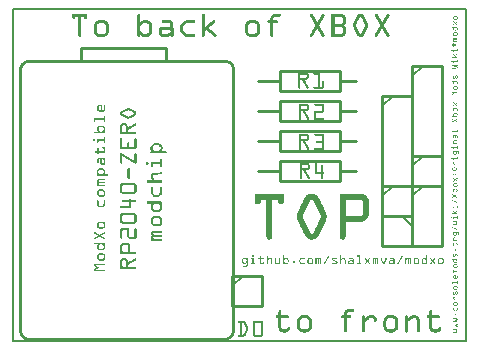
<source format=gto>
G04 MADE WITH FRITZING*
G04 WWW.FRITZING.ORG*
G04 SINGLE SIDED*
G04 HOLES NOT PLATED*
G04 CONTOUR ON CENTER OF CONTOUR VECTOR*
%ASAXBY*%
%FSLAX23Y23*%
%MOIN*%
%OFA0B0*%
%SFA1.0B1.0*%
%ADD10R,1.518410X1.116300X1.502410X1.100300*%
%ADD11C,0.008000*%
%ADD12R,0.295000X0.054000X0.275000X0.034000*%
%ADD13C,0.010000*%
%ADD14C,0.005000*%
%ADD15R,0.001000X0.001000*%
%LNSILK1*%
G90*
G70*
G54D11*
X4Y1112D02*
X1514Y1112D01*
X1514Y4D01*
X4Y4D01*
X4Y1112D01*
D02*
G54D13*
X231Y982D02*
X516Y982D01*
X516Y938D01*
X231Y938D01*
X231Y982D01*
D02*
X823Y573D02*
X895Y573D01*
D02*
X1095Y573D02*
X1148Y573D01*
D02*
X895Y606D02*
X1095Y606D01*
D02*
X1095Y606D02*
X1095Y540D01*
D02*
X1095Y540D02*
X895Y540D01*
D02*
X895Y540D02*
X895Y606D01*
D02*
X823Y673D02*
X895Y673D01*
D02*
X1095Y673D02*
X1148Y673D01*
D02*
X895Y706D02*
X1095Y706D01*
D02*
X1095Y706D02*
X1095Y640D01*
D02*
X1095Y640D02*
X895Y640D01*
D02*
X895Y640D02*
X895Y706D01*
D02*
X823Y773D02*
X895Y773D01*
D02*
X1095Y773D02*
X1148Y773D01*
D02*
X895Y806D02*
X1095Y806D01*
D02*
X1095Y806D02*
X1095Y740D01*
D02*
X1095Y740D02*
X895Y740D01*
D02*
X895Y740D02*
X895Y806D01*
D02*
X823Y873D02*
X895Y873D01*
D02*
X1095Y873D02*
X1148Y873D01*
D02*
X895Y906D02*
X1095Y906D01*
D02*
X1095Y906D02*
X1095Y840D01*
D02*
X1095Y840D02*
X895Y840D01*
D02*
X895Y840D02*
X895Y906D01*
D02*
X1336Y923D02*
X1336Y623D01*
D02*
X1336Y623D02*
X1436Y623D01*
D02*
X1436Y623D02*
X1436Y923D01*
D02*
X1436Y923D02*
X1336Y923D01*
G54D14*
D02*
X1336Y888D02*
X1371Y923D01*
G54D13*
D02*
X1236Y823D02*
X1236Y523D01*
D02*
X1236Y523D02*
X1336Y523D01*
D02*
X1336Y523D02*
X1336Y823D01*
D02*
X1336Y823D02*
X1236Y823D01*
G54D14*
D02*
X1236Y788D02*
X1271Y823D01*
G54D13*
D02*
X1336Y523D02*
X1336Y323D01*
D02*
X1336Y323D02*
X1436Y323D01*
D02*
X1436Y323D02*
X1436Y523D01*
D02*
X1436Y523D02*
X1336Y523D01*
G54D14*
D02*
X1336Y488D02*
X1371Y523D01*
G54D13*
D02*
X1336Y423D02*
X1236Y423D01*
D02*
X1236Y423D02*
X1236Y323D01*
D02*
X1236Y323D02*
X1336Y323D01*
D02*
X1336Y323D02*
X1336Y423D01*
G54D14*
D02*
X1301Y423D02*
X1336Y388D01*
G54D13*
D02*
X736Y223D02*
X736Y123D01*
D02*
X736Y123D02*
X836Y123D01*
D02*
X836Y123D02*
X836Y223D01*
D02*
X836Y223D02*
X736Y223D01*
G54D14*
D02*
X736Y188D02*
X771Y223D01*
G54D13*
D02*
X1236Y523D02*
X1236Y423D01*
D02*
X1236Y423D02*
X1336Y423D01*
D02*
X1336Y423D02*
X1336Y523D01*
D02*
X1336Y523D02*
X1236Y523D01*
G54D14*
D02*
X1236Y488D02*
X1271Y523D01*
G54D13*
D02*
X1336Y623D02*
X1336Y523D01*
D02*
X1336Y523D02*
X1436Y523D01*
D02*
X1436Y523D02*
X1436Y623D01*
D02*
X1436Y623D02*
X1336Y623D01*
G54D14*
D02*
X1336Y588D02*
X1371Y623D01*
G54D15*
X204Y1096D02*
X252Y1096D01*
X423Y1096D02*
X425Y1096D01*
X639Y1096D02*
X641Y1096D01*
X879Y1096D02*
X894Y1096D01*
X999Y1096D02*
X1001Y1096D01*
X1039Y1096D02*
X1040Y1096D01*
X1068Y1096D02*
X1098Y1096D01*
X1162Y1096D02*
X1166Y1096D01*
X1215Y1096D02*
X1217Y1096D01*
X1255Y1096D02*
X1256Y1096D01*
X204Y1095D02*
X252Y1095D01*
X421Y1095D02*
X427Y1095D01*
X637Y1095D02*
X643Y1095D01*
X875Y1095D02*
X896Y1095D01*
X997Y1095D02*
X1003Y1095D01*
X1037Y1095D02*
X1042Y1095D01*
X1067Y1095D02*
X1103Y1095D01*
X1159Y1095D02*
X1169Y1095D01*
X1213Y1095D02*
X1219Y1095D01*
X1253Y1095D02*
X1258Y1095D01*
X204Y1094D02*
X252Y1094D01*
X421Y1094D02*
X428Y1094D01*
X636Y1094D02*
X644Y1094D01*
X873Y1094D02*
X897Y1094D01*
X996Y1094D02*
X1004Y1094D01*
X1036Y1094D02*
X1043Y1094D01*
X1067Y1094D02*
X1105Y1094D01*
X1157Y1094D02*
X1170Y1094D01*
X1212Y1094D02*
X1220Y1094D01*
X1252Y1094D02*
X1259Y1094D01*
X204Y1093D02*
X252Y1093D01*
X420Y1093D02*
X428Y1093D01*
X636Y1093D02*
X644Y1093D01*
X871Y1093D02*
X897Y1093D01*
X996Y1093D02*
X1004Y1093D01*
X1035Y1093D02*
X1044Y1093D01*
X1067Y1093D02*
X1107Y1093D01*
X1156Y1093D02*
X1172Y1093D01*
X1212Y1093D02*
X1220Y1093D01*
X1251Y1093D02*
X1260Y1093D01*
X204Y1092D02*
X252Y1092D01*
X420Y1092D02*
X429Y1092D01*
X636Y1092D02*
X644Y1092D01*
X870Y1092D02*
X898Y1092D01*
X996Y1092D02*
X1005Y1092D01*
X1035Y1092D02*
X1044Y1092D01*
X1067Y1092D02*
X1108Y1092D01*
X1155Y1092D02*
X1173Y1092D01*
X1212Y1092D02*
X1221Y1092D01*
X1251Y1092D02*
X1260Y1092D01*
X204Y1091D02*
X252Y1091D01*
X420Y1091D02*
X429Y1091D01*
X636Y1091D02*
X645Y1091D01*
X869Y1091D02*
X898Y1091D01*
X995Y1091D02*
X1005Y1091D01*
X1034Y1091D02*
X1044Y1091D01*
X1067Y1091D02*
X1109Y1091D01*
X1154Y1091D02*
X1174Y1091D01*
X1211Y1091D02*
X1221Y1091D01*
X1250Y1091D02*
X1260Y1091D01*
X204Y1090D02*
X252Y1090D01*
X420Y1090D02*
X429Y1090D01*
X636Y1090D02*
X645Y1090D01*
X868Y1090D02*
X897Y1090D01*
X996Y1090D02*
X1006Y1090D01*
X1034Y1090D02*
X1044Y1090D01*
X1067Y1090D02*
X1110Y1090D01*
X1153Y1090D02*
X1174Y1090D01*
X1212Y1090D02*
X1222Y1090D01*
X1249Y1090D02*
X1260Y1090D01*
X204Y1089D02*
X252Y1089D01*
X420Y1089D02*
X429Y1089D01*
X636Y1089D02*
X645Y1089D01*
X867Y1089D02*
X897Y1089D01*
X996Y1089D02*
X1007Y1089D01*
X1033Y1089D02*
X1044Y1089D01*
X1067Y1089D02*
X1111Y1089D01*
X1152Y1089D02*
X1175Y1089D01*
X1212Y1089D02*
X1223Y1089D01*
X1249Y1089D02*
X1260Y1089D01*
X204Y1088D02*
X252Y1088D01*
X420Y1088D02*
X429Y1088D01*
X636Y1088D02*
X645Y1088D01*
X867Y1088D02*
X896Y1088D01*
X996Y1088D02*
X1007Y1088D01*
X1032Y1088D02*
X1043Y1088D01*
X1067Y1088D02*
X1112Y1088D01*
X1152Y1088D02*
X1175Y1088D01*
X1212Y1088D02*
X1223Y1088D01*
X1248Y1088D02*
X1259Y1088D01*
X1476Y1088D02*
X1484Y1088D01*
X204Y1087D02*
X252Y1087D01*
X420Y1087D02*
X429Y1087D01*
X636Y1087D02*
X645Y1087D01*
X866Y1087D02*
X895Y1087D01*
X997Y1087D02*
X1008Y1087D01*
X1032Y1087D02*
X1043Y1087D01*
X1067Y1087D02*
X1113Y1087D01*
X1151Y1087D02*
X1176Y1087D01*
X1213Y1087D02*
X1224Y1087D01*
X1248Y1087D02*
X1259Y1087D01*
X1475Y1087D02*
X1485Y1087D01*
X204Y1086D02*
X213Y1086D01*
X223Y1086D02*
X233Y1086D01*
X243Y1086D02*
X252Y1086D01*
X420Y1086D02*
X429Y1086D01*
X636Y1086D02*
X645Y1086D01*
X865Y1086D02*
X879Y1086D01*
X998Y1086D02*
X1008Y1086D01*
X1031Y1086D02*
X1042Y1086D01*
X1067Y1086D02*
X1077Y1086D01*
X1098Y1086D02*
X1113Y1086D01*
X1151Y1086D02*
X1162Y1086D01*
X1165Y1086D02*
X1176Y1086D01*
X1214Y1086D02*
X1224Y1086D01*
X1247Y1086D02*
X1258Y1086D01*
X1474Y1086D02*
X1486Y1086D01*
X204Y1085D02*
X213Y1085D01*
X223Y1085D02*
X233Y1085D01*
X243Y1085D02*
X252Y1085D01*
X420Y1085D02*
X429Y1085D01*
X636Y1085D02*
X645Y1085D01*
X865Y1085D02*
X877Y1085D01*
X998Y1085D02*
X1009Y1085D01*
X1031Y1085D02*
X1041Y1085D01*
X1067Y1085D02*
X1077Y1085D01*
X1101Y1085D02*
X1114Y1085D01*
X1150Y1085D02*
X1161Y1085D01*
X1166Y1085D02*
X1177Y1085D01*
X1214Y1085D02*
X1225Y1085D01*
X1247Y1085D02*
X1257Y1085D01*
X1474Y1085D02*
X1476Y1085D01*
X1484Y1085D02*
X1486Y1085D01*
X204Y1084D02*
X213Y1084D01*
X223Y1084D02*
X233Y1084D01*
X243Y1084D02*
X252Y1084D01*
X420Y1084D02*
X429Y1084D01*
X636Y1084D02*
X645Y1084D01*
X865Y1084D02*
X875Y1084D01*
X999Y1084D02*
X1010Y1084D01*
X1030Y1084D02*
X1041Y1084D01*
X1067Y1084D02*
X1077Y1084D01*
X1103Y1084D02*
X1115Y1084D01*
X1150Y1084D02*
X1160Y1084D01*
X1167Y1084D02*
X1177Y1084D01*
X1215Y1084D02*
X1225Y1084D01*
X1246Y1084D02*
X1257Y1084D01*
X1473Y1084D02*
X1475Y1084D01*
X1485Y1084D02*
X1487Y1084D01*
X204Y1083D02*
X213Y1083D01*
X223Y1083D02*
X233Y1083D01*
X243Y1083D02*
X252Y1083D01*
X420Y1083D02*
X429Y1083D01*
X636Y1083D02*
X645Y1083D01*
X864Y1083D02*
X874Y1083D01*
X999Y1083D02*
X1010Y1083D01*
X1029Y1083D02*
X1040Y1083D01*
X1067Y1083D02*
X1077Y1083D01*
X1104Y1083D02*
X1115Y1083D01*
X1149Y1083D02*
X1160Y1083D01*
X1168Y1083D02*
X1178Y1083D01*
X1215Y1083D02*
X1226Y1083D01*
X1245Y1083D02*
X1256Y1083D01*
X1473Y1083D02*
X1475Y1083D01*
X1485Y1083D02*
X1487Y1083D01*
X204Y1082D02*
X213Y1082D01*
X223Y1082D02*
X233Y1082D01*
X243Y1082D02*
X252Y1082D01*
X420Y1082D02*
X429Y1082D01*
X636Y1082D02*
X645Y1082D01*
X864Y1082D02*
X874Y1082D01*
X1000Y1082D02*
X1011Y1082D01*
X1029Y1082D02*
X1040Y1082D01*
X1067Y1082D02*
X1077Y1082D01*
X1105Y1082D02*
X1115Y1082D01*
X1149Y1082D02*
X1159Y1082D01*
X1168Y1082D02*
X1178Y1082D01*
X1216Y1082D02*
X1227Y1082D01*
X1245Y1082D02*
X1256Y1082D01*
X1473Y1082D02*
X1475Y1082D01*
X1485Y1082D02*
X1487Y1082D01*
X204Y1081D02*
X212Y1081D01*
X223Y1081D02*
X233Y1081D01*
X244Y1081D02*
X252Y1081D01*
X420Y1081D02*
X429Y1081D01*
X636Y1081D02*
X645Y1081D01*
X864Y1081D02*
X873Y1081D01*
X1000Y1081D02*
X1011Y1081D01*
X1028Y1081D02*
X1039Y1081D01*
X1067Y1081D02*
X1077Y1081D01*
X1106Y1081D02*
X1116Y1081D01*
X1148Y1081D02*
X1159Y1081D01*
X1169Y1081D02*
X1179Y1081D01*
X1216Y1081D02*
X1227Y1081D01*
X1244Y1081D02*
X1255Y1081D01*
X1473Y1081D02*
X1475Y1081D01*
X1485Y1081D02*
X1487Y1081D01*
X205Y1080D02*
X212Y1080D01*
X223Y1080D02*
X233Y1080D01*
X244Y1080D02*
X252Y1080D01*
X420Y1080D02*
X429Y1080D01*
X636Y1080D02*
X645Y1080D01*
X864Y1080D02*
X873Y1080D01*
X1001Y1080D02*
X1012Y1080D01*
X1028Y1080D02*
X1038Y1080D01*
X1067Y1080D02*
X1077Y1080D01*
X1106Y1080D02*
X1116Y1080D01*
X1148Y1080D02*
X1158Y1080D01*
X1169Y1080D02*
X1179Y1080D01*
X1217Y1080D02*
X1228Y1080D01*
X1244Y1080D02*
X1254Y1080D01*
X1474Y1080D02*
X1475Y1080D01*
X1485Y1080D02*
X1487Y1080D01*
X205Y1079D02*
X211Y1079D01*
X223Y1079D02*
X233Y1079D01*
X245Y1079D02*
X251Y1079D01*
X420Y1079D02*
X429Y1079D01*
X636Y1079D02*
X645Y1079D01*
X864Y1079D02*
X873Y1079D01*
X1002Y1079D02*
X1012Y1079D01*
X1027Y1079D02*
X1038Y1079D01*
X1067Y1079D02*
X1077Y1079D01*
X1107Y1079D02*
X1116Y1079D01*
X1147Y1079D02*
X1158Y1079D01*
X1170Y1079D02*
X1180Y1079D01*
X1218Y1079D02*
X1228Y1079D01*
X1243Y1079D02*
X1254Y1079D01*
X1474Y1079D02*
X1476Y1079D01*
X1484Y1079D02*
X1486Y1079D01*
X207Y1078D02*
X209Y1078D01*
X223Y1078D02*
X233Y1078D01*
X247Y1078D02*
X249Y1078D01*
X420Y1078D02*
X429Y1078D01*
X636Y1078D02*
X645Y1078D01*
X864Y1078D02*
X873Y1078D01*
X1002Y1078D02*
X1013Y1078D01*
X1027Y1078D02*
X1037Y1078D01*
X1067Y1078D02*
X1077Y1078D01*
X1107Y1078D02*
X1116Y1078D01*
X1147Y1078D02*
X1157Y1078D01*
X1170Y1078D02*
X1180Y1078D01*
X1218Y1078D02*
X1229Y1078D01*
X1242Y1078D02*
X1253Y1078D01*
X1474Y1078D02*
X1486Y1078D01*
X223Y1077D02*
X233Y1077D01*
X420Y1077D02*
X429Y1077D01*
X636Y1077D02*
X645Y1077D01*
X864Y1077D02*
X873Y1077D01*
X1003Y1077D02*
X1014Y1077D01*
X1026Y1077D02*
X1037Y1077D01*
X1067Y1077D02*
X1077Y1077D01*
X1107Y1077D02*
X1116Y1077D01*
X1146Y1077D02*
X1157Y1077D01*
X1171Y1077D02*
X1181Y1077D01*
X1219Y1077D02*
X1230Y1077D01*
X1242Y1077D02*
X1253Y1077D01*
X1475Y1077D02*
X1485Y1077D01*
X223Y1076D02*
X233Y1076D01*
X420Y1076D02*
X429Y1076D01*
X636Y1076D02*
X645Y1076D01*
X864Y1076D02*
X873Y1076D01*
X1003Y1076D02*
X1014Y1076D01*
X1025Y1076D02*
X1036Y1076D01*
X1067Y1076D02*
X1077Y1076D01*
X1107Y1076D02*
X1116Y1076D01*
X1146Y1076D02*
X1156Y1076D01*
X1171Y1076D02*
X1181Y1076D01*
X1219Y1076D02*
X1230Y1076D01*
X1241Y1076D02*
X1252Y1076D01*
X1478Y1076D02*
X1482Y1076D01*
X223Y1075D02*
X233Y1075D01*
X294Y1075D02*
X306Y1075D01*
X420Y1075D02*
X429Y1075D01*
X443Y1075D02*
X450Y1075D01*
X506Y1075D02*
X524Y1075D01*
X587Y1075D02*
X607Y1075D01*
X636Y1075D02*
X645Y1075D01*
X798Y1075D02*
X810Y1075D01*
X859Y1075D02*
X883Y1075D01*
X1004Y1075D02*
X1015Y1075D01*
X1025Y1075D02*
X1036Y1075D01*
X1067Y1075D02*
X1077Y1075D01*
X1107Y1075D02*
X1116Y1075D01*
X1145Y1075D02*
X1156Y1075D01*
X1172Y1075D02*
X1182Y1075D01*
X1220Y1075D02*
X1231Y1075D01*
X1241Y1075D02*
X1251Y1075D01*
X223Y1074D02*
X233Y1074D01*
X289Y1074D02*
X311Y1074D01*
X420Y1074D02*
X429Y1074D01*
X438Y1074D02*
X455Y1074D01*
X504Y1074D02*
X530Y1074D01*
X582Y1074D02*
X610Y1074D01*
X636Y1074D02*
X645Y1074D01*
X672Y1074D02*
X677Y1074D01*
X793Y1074D02*
X815Y1074D01*
X856Y1074D02*
X886Y1074D01*
X1005Y1074D02*
X1015Y1074D01*
X1024Y1074D02*
X1035Y1074D01*
X1067Y1074D02*
X1077Y1074D01*
X1107Y1074D02*
X1116Y1074D01*
X1145Y1074D02*
X1155Y1074D01*
X1172Y1074D02*
X1182Y1074D01*
X1221Y1074D02*
X1231Y1074D01*
X1240Y1074D02*
X1251Y1074D01*
X223Y1073D02*
X233Y1073D01*
X287Y1073D02*
X313Y1073D01*
X420Y1073D02*
X429Y1073D01*
X436Y1073D02*
X457Y1073D01*
X503Y1073D02*
X532Y1073D01*
X580Y1073D02*
X611Y1073D01*
X636Y1073D02*
X645Y1073D01*
X671Y1073D02*
X678Y1073D01*
X791Y1073D02*
X817Y1073D01*
X855Y1073D02*
X887Y1073D01*
X1005Y1073D02*
X1016Y1073D01*
X1024Y1073D02*
X1034Y1073D01*
X1067Y1073D02*
X1077Y1073D01*
X1107Y1073D02*
X1116Y1073D01*
X1145Y1073D02*
X1155Y1073D01*
X1173Y1073D02*
X1183Y1073D01*
X1221Y1073D02*
X1232Y1073D01*
X1240Y1073D02*
X1250Y1073D01*
X223Y1072D02*
X233Y1072D01*
X285Y1072D02*
X315Y1072D01*
X420Y1072D02*
X429Y1072D01*
X434Y1072D02*
X459Y1072D01*
X502Y1072D02*
X533Y1072D01*
X578Y1072D02*
X612Y1072D01*
X636Y1072D02*
X645Y1072D01*
X670Y1072D02*
X679Y1072D01*
X789Y1072D02*
X818Y1072D01*
X854Y1072D02*
X887Y1072D01*
X1006Y1072D02*
X1017Y1072D01*
X1023Y1072D02*
X1034Y1072D01*
X1067Y1072D02*
X1077Y1072D01*
X1107Y1072D02*
X1116Y1072D01*
X1144Y1072D02*
X1154Y1072D01*
X1173Y1072D02*
X1183Y1072D01*
X1222Y1072D02*
X1233Y1072D01*
X1239Y1072D02*
X1250Y1072D01*
X223Y1071D02*
X233Y1071D01*
X284Y1071D02*
X316Y1071D01*
X420Y1071D02*
X429Y1071D01*
X433Y1071D02*
X460Y1071D01*
X502Y1071D02*
X534Y1071D01*
X576Y1071D02*
X612Y1071D01*
X636Y1071D02*
X645Y1071D01*
X669Y1071D02*
X679Y1071D01*
X788Y1071D02*
X820Y1071D01*
X854Y1071D02*
X888Y1071D01*
X1006Y1071D02*
X1017Y1071D01*
X1022Y1071D02*
X1033Y1071D01*
X1067Y1071D02*
X1077Y1071D01*
X1107Y1071D02*
X1116Y1071D01*
X1144Y1071D02*
X1154Y1071D01*
X1174Y1071D02*
X1184Y1071D01*
X1222Y1071D02*
X1233Y1071D01*
X1238Y1071D02*
X1249Y1071D01*
X223Y1070D02*
X233Y1070D01*
X283Y1070D02*
X317Y1070D01*
X420Y1070D02*
X429Y1070D01*
X431Y1070D02*
X461Y1070D01*
X501Y1070D02*
X535Y1070D01*
X575Y1070D02*
X612Y1070D01*
X636Y1070D02*
X645Y1070D01*
X668Y1070D02*
X679Y1070D01*
X787Y1070D02*
X821Y1070D01*
X854Y1070D02*
X888Y1070D01*
X1007Y1070D02*
X1018Y1070D01*
X1022Y1070D02*
X1033Y1070D01*
X1067Y1070D02*
X1077Y1070D01*
X1107Y1070D02*
X1116Y1070D01*
X1143Y1070D02*
X1153Y1070D01*
X1174Y1070D02*
X1184Y1070D01*
X1223Y1070D02*
X1234Y1070D01*
X1238Y1070D02*
X1249Y1070D01*
X1474Y1070D02*
X1474Y1070D01*
X1485Y1070D02*
X1486Y1070D01*
X223Y1069D02*
X233Y1069D01*
X282Y1069D02*
X318Y1069D01*
X420Y1069D02*
X462Y1069D01*
X502Y1069D02*
X536Y1069D01*
X574Y1069D02*
X612Y1069D01*
X636Y1069D02*
X645Y1069D01*
X666Y1069D02*
X679Y1069D01*
X786Y1069D02*
X822Y1069D01*
X854Y1069D02*
X888Y1069D01*
X1008Y1069D02*
X1018Y1069D01*
X1021Y1069D02*
X1032Y1069D01*
X1067Y1069D02*
X1077Y1069D01*
X1106Y1069D02*
X1116Y1069D01*
X1143Y1069D02*
X1153Y1069D01*
X1175Y1069D02*
X1185Y1069D01*
X1223Y1069D02*
X1234Y1069D01*
X1237Y1069D02*
X1248Y1069D01*
X1474Y1069D02*
X1475Y1069D01*
X1484Y1069D02*
X1487Y1069D01*
X223Y1068D02*
X233Y1068D01*
X281Y1068D02*
X319Y1068D01*
X420Y1068D02*
X463Y1068D01*
X502Y1068D02*
X537Y1068D01*
X573Y1068D02*
X612Y1068D01*
X636Y1068D02*
X645Y1068D01*
X665Y1068D02*
X679Y1068D01*
X784Y1068D02*
X823Y1068D01*
X854Y1068D02*
X887Y1068D01*
X1008Y1068D02*
X1019Y1068D01*
X1021Y1068D02*
X1031Y1068D01*
X1067Y1068D02*
X1077Y1068D01*
X1106Y1068D02*
X1116Y1068D01*
X1142Y1068D02*
X1152Y1068D01*
X1175Y1068D02*
X1185Y1068D01*
X1224Y1068D02*
X1235Y1068D01*
X1237Y1068D02*
X1247Y1068D01*
X1474Y1068D02*
X1477Y1068D01*
X1483Y1068D02*
X1486Y1068D01*
X223Y1067D02*
X233Y1067D01*
X280Y1067D02*
X320Y1067D01*
X420Y1067D02*
X464Y1067D01*
X502Y1067D02*
X537Y1067D01*
X572Y1067D02*
X611Y1067D01*
X636Y1067D02*
X645Y1067D01*
X664Y1067D02*
X678Y1067D01*
X783Y1067D02*
X824Y1067D01*
X855Y1067D02*
X887Y1067D01*
X1009Y1067D02*
X1031Y1067D01*
X1067Y1067D02*
X1077Y1067D01*
X1105Y1067D02*
X1115Y1067D01*
X1142Y1067D02*
X1152Y1067D01*
X1176Y1067D02*
X1186Y1067D01*
X1225Y1067D02*
X1247Y1067D01*
X1475Y1067D02*
X1478Y1067D01*
X1482Y1067D02*
X1485Y1067D01*
X223Y1066D02*
X233Y1066D01*
X279Y1066D02*
X321Y1066D01*
X420Y1066D02*
X465Y1066D01*
X503Y1066D02*
X538Y1066D01*
X571Y1066D02*
X610Y1066D01*
X636Y1066D02*
X645Y1066D01*
X663Y1066D02*
X677Y1066D01*
X783Y1066D02*
X825Y1066D01*
X856Y1066D02*
X886Y1066D01*
X1009Y1066D02*
X1030Y1066D01*
X1067Y1066D02*
X1077Y1066D01*
X1105Y1066D02*
X1115Y1066D01*
X1141Y1066D02*
X1151Y1066D01*
X1176Y1066D02*
X1186Y1066D01*
X1225Y1066D02*
X1246Y1066D01*
X1476Y1066D02*
X1484Y1066D01*
X223Y1065D02*
X233Y1065D01*
X278Y1065D02*
X322Y1065D01*
X420Y1065D02*
X466Y1065D01*
X506Y1065D02*
X538Y1065D01*
X570Y1065D02*
X608Y1065D01*
X636Y1065D02*
X645Y1065D01*
X662Y1065D02*
X676Y1065D01*
X782Y1065D02*
X826Y1065D01*
X858Y1065D02*
X883Y1065D01*
X1010Y1065D02*
X1030Y1065D01*
X1067Y1065D02*
X1077Y1065D01*
X1104Y1065D02*
X1115Y1065D01*
X1141Y1065D02*
X1151Y1065D01*
X1177Y1065D02*
X1187Y1065D01*
X1226Y1065D02*
X1246Y1065D01*
X1477Y1065D02*
X1482Y1065D01*
X223Y1064D02*
X233Y1064D01*
X278Y1064D02*
X290Y1064D01*
X310Y1064D02*
X323Y1064D01*
X420Y1064D02*
X439Y1064D01*
X453Y1064D02*
X467Y1064D01*
X528Y1064D02*
X538Y1064D01*
X569Y1064D02*
X583Y1064D01*
X636Y1064D02*
X645Y1064D01*
X660Y1064D02*
X675Y1064D01*
X781Y1064D02*
X794Y1064D01*
X814Y1064D02*
X826Y1064D01*
X864Y1064D02*
X873Y1064D01*
X1010Y1064D02*
X1029Y1064D01*
X1067Y1064D02*
X1077Y1064D01*
X1102Y1064D02*
X1114Y1064D01*
X1140Y1064D02*
X1150Y1064D01*
X1177Y1064D02*
X1187Y1064D01*
X1226Y1064D02*
X1245Y1064D01*
X1478Y1064D02*
X1482Y1064D01*
X223Y1063D02*
X233Y1063D01*
X277Y1063D02*
X289Y1063D01*
X311Y1063D02*
X323Y1063D01*
X420Y1063D02*
X438Y1063D01*
X455Y1063D02*
X467Y1063D01*
X529Y1063D02*
X539Y1063D01*
X568Y1063D02*
X582Y1063D01*
X636Y1063D02*
X645Y1063D01*
X659Y1063D02*
X674Y1063D01*
X781Y1063D02*
X793Y1063D01*
X815Y1063D02*
X827Y1063D01*
X864Y1063D02*
X873Y1063D01*
X1011Y1063D02*
X1028Y1063D01*
X1067Y1063D02*
X1077Y1063D01*
X1101Y1063D02*
X1114Y1063D01*
X1140Y1063D02*
X1150Y1063D01*
X1178Y1063D02*
X1187Y1063D01*
X1227Y1063D02*
X1244Y1063D01*
X1477Y1063D02*
X1483Y1063D01*
X223Y1062D02*
X233Y1062D01*
X277Y1062D02*
X288Y1062D01*
X313Y1062D02*
X323Y1062D01*
X420Y1062D02*
X437Y1062D01*
X456Y1062D02*
X467Y1062D01*
X529Y1062D02*
X539Y1062D01*
X567Y1062D02*
X581Y1062D01*
X636Y1062D02*
X645Y1062D01*
X658Y1062D02*
X673Y1062D01*
X781Y1062D02*
X792Y1062D01*
X816Y1062D02*
X827Y1062D01*
X864Y1062D02*
X873Y1062D01*
X1012Y1062D02*
X1028Y1062D01*
X1067Y1062D02*
X1113Y1062D01*
X1140Y1062D02*
X1149Y1062D01*
X1178Y1062D02*
X1188Y1062D01*
X1228Y1062D02*
X1244Y1062D01*
X1476Y1062D02*
X1479Y1062D01*
X1481Y1062D02*
X1484Y1062D01*
X223Y1061D02*
X233Y1061D01*
X276Y1061D02*
X287Y1061D01*
X313Y1061D02*
X324Y1061D01*
X420Y1061D02*
X436Y1061D01*
X457Y1061D02*
X468Y1061D01*
X530Y1061D02*
X539Y1061D01*
X566Y1061D02*
X580Y1061D01*
X636Y1061D02*
X645Y1061D01*
X657Y1061D02*
X672Y1061D01*
X780Y1061D02*
X791Y1061D01*
X817Y1061D02*
X828Y1061D01*
X864Y1061D02*
X873Y1061D01*
X1012Y1061D02*
X1027Y1061D01*
X1067Y1061D02*
X1113Y1061D01*
X1140Y1061D02*
X1149Y1061D01*
X1178Y1061D02*
X1188Y1061D01*
X1228Y1061D02*
X1243Y1061D01*
X1475Y1061D02*
X1478Y1061D01*
X1482Y1061D02*
X1485Y1061D01*
X223Y1060D02*
X233Y1060D01*
X276Y1060D02*
X286Y1060D01*
X314Y1060D02*
X324Y1060D01*
X420Y1060D02*
X435Y1060D01*
X458Y1060D02*
X468Y1060D01*
X530Y1060D02*
X539Y1060D01*
X565Y1060D02*
X579Y1060D01*
X636Y1060D02*
X645Y1060D01*
X656Y1060D02*
X670Y1060D01*
X780Y1060D02*
X790Y1060D01*
X818Y1060D02*
X828Y1060D01*
X864Y1060D02*
X873Y1060D01*
X1013Y1060D02*
X1027Y1060D01*
X1067Y1060D02*
X1112Y1060D01*
X1140Y1060D02*
X1149Y1060D01*
X1179Y1060D02*
X1188Y1060D01*
X1229Y1060D02*
X1243Y1060D01*
X1474Y1060D02*
X1476Y1060D01*
X1483Y1060D02*
X1486Y1060D01*
X223Y1059D02*
X233Y1059D01*
X276Y1059D02*
X285Y1059D01*
X315Y1059D02*
X324Y1059D01*
X420Y1059D02*
X433Y1059D01*
X459Y1059D02*
X468Y1059D01*
X530Y1059D02*
X539Y1059D01*
X565Y1059D02*
X577Y1059D01*
X636Y1059D02*
X645Y1059D01*
X655Y1059D02*
X669Y1059D01*
X780Y1059D02*
X789Y1059D01*
X819Y1059D02*
X828Y1059D01*
X864Y1059D02*
X873Y1059D01*
X1013Y1059D02*
X1026Y1059D01*
X1067Y1059D02*
X1111Y1059D01*
X1139Y1059D02*
X1149Y1059D01*
X1179Y1059D02*
X1188Y1059D01*
X1229Y1059D02*
X1242Y1059D01*
X1474Y1059D02*
X1475Y1059D01*
X1485Y1059D02*
X1486Y1059D01*
X223Y1058D02*
X233Y1058D01*
X276Y1058D02*
X285Y1058D01*
X315Y1058D02*
X324Y1058D01*
X420Y1058D02*
X432Y1058D01*
X459Y1058D02*
X468Y1058D01*
X530Y1058D02*
X539Y1058D01*
X565Y1058D02*
X576Y1058D01*
X636Y1058D02*
X645Y1058D01*
X653Y1058D02*
X668Y1058D01*
X780Y1058D02*
X789Y1058D01*
X819Y1058D02*
X828Y1058D01*
X864Y1058D02*
X873Y1058D01*
X1014Y1058D02*
X1026Y1058D01*
X1067Y1058D02*
X1110Y1058D01*
X1139Y1058D02*
X1149Y1058D01*
X1179Y1058D02*
X1188Y1058D01*
X1230Y1058D02*
X1242Y1058D01*
X223Y1057D02*
X233Y1057D01*
X276Y1057D02*
X285Y1057D01*
X315Y1057D02*
X324Y1057D01*
X420Y1057D02*
X431Y1057D01*
X459Y1057D02*
X468Y1057D01*
X530Y1057D02*
X539Y1057D01*
X564Y1057D02*
X575Y1057D01*
X636Y1057D02*
X645Y1057D01*
X652Y1057D02*
X667Y1057D01*
X779Y1057D02*
X789Y1057D01*
X819Y1057D02*
X828Y1057D01*
X864Y1057D02*
X873Y1057D01*
X1014Y1057D02*
X1025Y1057D01*
X1067Y1057D02*
X1109Y1057D01*
X1139Y1057D02*
X1149Y1057D01*
X1179Y1057D02*
X1188Y1057D01*
X1230Y1057D02*
X1241Y1057D01*
X223Y1056D02*
X233Y1056D01*
X276Y1056D02*
X285Y1056D01*
X315Y1056D02*
X324Y1056D01*
X420Y1056D02*
X430Y1056D01*
X459Y1056D02*
X468Y1056D01*
X530Y1056D02*
X539Y1056D01*
X564Y1056D02*
X574Y1056D01*
X636Y1056D02*
X645Y1056D01*
X651Y1056D02*
X666Y1056D01*
X779Y1056D02*
X789Y1056D01*
X819Y1056D02*
X828Y1056D01*
X864Y1056D02*
X873Y1056D01*
X1014Y1056D02*
X1026Y1056D01*
X1067Y1056D02*
X1110Y1056D01*
X1139Y1056D02*
X1149Y1056D01*
X1179Y1056D02*
X1188Y1056D01*
X1230Y1056D02*
X1242Y1056D01*
X223Y1055D02*
X233Y1055D01*
X276Y1055D02*
X285Y1055D01*
X315Y1055D02*
X324Y1055D01*
X420Y1055D02*
X429Y1055D01*
X459Y1055D02*
X468Y1055D01*
X530Y1055D02*
X539Y1055D01*
X564Y1055D02*
X573Y1055D01*
X636Y1055D02*
X645Y1055D01*
X650Y1055D02*
X665Y1055D01*
X779Y1055D02*
X789Y1055D01*
X819Y1055D02*
X828Y1055D01*
X864Y1055D02*
X873Y1055D01*
X1013Y1055D02*
X1026Y1055D01*
X1067Y1055D02*
X1111Y1055D01*
X1139Y1055D02*
X1149Y1055D01*
X1179Y1055D02*
X1188Y1055D01*
X1229Y1055D02*
X1242Y1055D01*
X223Y1054D02*
X233Y1054D01*
X276Y1054D02*
X285Y1054D01*
X315Y1054D02*
X324Y1054D01*
X420Y1054D02*
X429Y1054D01*
X459Y1054D02*
X468Y1054D01*
X530Y1054D02*
X539Y1054D01*
X564Y1054D02*
X573Y1054D01*
X636Y1054D02*
X645Y1054D01*
X649Y1054D02*
X663Y1054D01*
X779Y1054D02*
X789Y1054D01*
X819Y1054D02*
X828Y1054D01*
X864Y1054D02*
X873Y1054D01*
X1013Y1054D02*
X1027Y1054D01*
X1067Y1054D02*
X1112Y1054D01*
X1140Y1054D02*
X1149Y1054D01*
X1179Y1054D02*
X1188Y1054D01*
X1228Y1054D02*
X1243Y1054D01*
X223Y1053D02*
X233Y1053D01*
X276Y1053D02*
X285Y1053D01*
X315Y1053D02*
X324Y1053D01*
X420Y1053D02*
X429Y1053D01*
X459Y1053D02*
X468Y1053D01*
X502Y1053D02*
X539Y1053D01*
X564Y1053D02*
X573Y1053D01*
X636Y1053D02*
X645Y1053D01*
X648Y1053D02*
X662Y1053D01*
X779Y1053D02*
X789Y1053D01*
X819Y1053D02*
X828Y1053D01*
X864Y1053D02*
X873Y1053D01*
X1012Y1053D02*
X1028Y1053D01*
X1067Y1053D02*
X1113Y1053D01*
X1140Y1053D02*
X1149Y1053D01*
X1178Y1053D02*
X1188Y1053D01*
X1228Y1053D02*
X1244Y1053D01*
X223Y1052D02*
X233Y1052D01*
X276Y1052D02*
X285Y1052D01*
X315Y1052D02*
X324Y1052D01*
X420Y1052D02*
X429Y1052D01*
X459Y1052D02*
X468Y1052D01*
X499Y1052D02*
X539Y1052D01*
X564Y1052D02*
X573Y1052D01*
X636Y1052D02*
X661Y1052D01*
X779Y1052D02*
X789Y1052D01*
X819Y1052D02*
X828Y1052D01*
X864Y1052D02*
X873Y1052D01*
X1011Y1052D02*
X1028Y1052D01*
X1067Y1052D02*
X1077Y1052D01*
X1099Y1052D02*
X1113Y1052D01*
X1140Y1052D02*
X1150Y1052D01*
X1178Y1052D02*
X1188Y1052D01*
X1227Y1052D02*
X1244Y1052D01*
X1469Y1052D02*
X1486Y1052D01*
X223Y1051D02*
X233Y1051D01*
X276Y1051D02*
X285Y1051D01*
X315Y1051D02*
X324Y1051D01*
X420Y1051D02*
X429Y1051D01*
X459Y1051D02*
X468Y1051D01*
X498Y1051D02*
X539Y1051D01*
X564Y1051D02*
X573Y1051D01*
X636Y1051D02*
X660Y1051D01*
X779Y1051D02*
X789Y1051D01*
X819Y1051D02*
X828Y1051D01*
X864Y1051D02*
X873Y1051D01*
X1011Y1051D02*
X1029Y1051D01*
X1067Y1051D02*
X1077Y1051D01*
X1102Y1051D02*
X1114Y1051D01*
X1140Y1051D02*
X1150Y1051D01*
X1177Y1051D02*
X1187Y1051D01*
X1227Y1051D02*
X1245Y1051D01*
X1468Y1051D02*
X1487Y1051D01*
X223Y1050D02*
X233Y1050D01*
X276Y1050D02*
X285Y1050D01*
X315Y1050D02*
X324Y1050D01*
X420Y1050D02*
X429Y1050D01*
X459Y1050D02*
X468Y1050D01*
X497Y1050D02*
X539Y1050D01*
X564Y1050D02*
X573Y1050D01*
X636Y1050D02*
X659Y1050D01*
X779Y1050D02*
X789Y1050D01*
X819Y1050D02*
X828Y1050D01*
X864Y1050D02*
X873Y1050D01*
X1010Y1050D02*
X1029Y1050D01*
X1067Y1050D02*
X1077Y1050D01*
X1103Y1050D02*
X1115Y1050D01*
X1141Y1050D02*
X1151Y1050D01*
X1177Y1050D02*
X1187Y1050D01*
X1226Y1050D02*
X1245Y1050D01*
X1469Y1050D02*
X1486Y1050D01*
X223Y1049D02*
X233Y1049D01*
X276Y1049D02*
X285Y1049D01*
X315Y1049D02*
X324Y1049D01*
X420Y1049D02*
X429Y1049D01*
X459Y1049D02*
X468Y1049D01*
X496Y1049D02*
X539Y1049D01*
X564Y1049D02*
X573Y1049D01*
X636Y1049D02*
X658Y1049D01*
X779Y1049D02*
X789Y1049D01*
X819Y1049D02*
X828Y1049D01*
X864Y1049D02*
X873Y1049D01*
X1010Y1049D02*
X1030Y1049D01*
X1067Y1049D02*
X1077Y1049D01*
X1104Y1049D02*
X1115Y1049D01*
X1141Y1049D02*
X1151Y1049D01*
X1176Y1049D02*
X1187Y1049D01*
X1226Y1049D02*
X1246Y1049D01*
X1474Y1049D02*
X1477Y1049D01*
X1483Y1049D02*
X1486Y1049D01*
X223Y1048D02*
X233Y1048D01*
X276Y1048D02*
X285Y1048D01*
X315Y1048D02*
X324Y1048D01*
X420Y1048D02*
X429Y1048D01*
X459Y1048D02*
X468Y1048D01*
X495Y1048D02*
X539Y1048D01*
X564Y1048D02*
X573Y1048D01*
X636Y1048D02*
X658Y1048D01*
X779Y1048D02*
X789Y1048D01*
X819Y1048D02*
X828Y1048D01*
X864Y1048D02*
X873Y1048D01*
X1009Y1048D02*
X1031Y1048D01*
X1067Y1048D02*
X1077Y1048D01*
X1105Y1048D02*
X1115Y1048D01*
X1141Y1048D02*
X1152Y1048D01*
X1176Y1048D02*
X1186Y1048D01*
X1225Y1048D02*
X1246Y1048D01*
X1474Y1048D02*
X1476Y1048D01*
X1484Y1048D02*
X1486Y1048D01*
X223Y1047D02*
X233Y1047D01*
X276Y1047D02*
X285Y1047D01*
X315Y1047D02*
X324Y1047D01*
X420Y1047D02*
X429Y1047D01*
X459Y1047D02*
X468Y1047D01*
X494Y1047D02*
X540Y1047D01*
X564Y1047D02*
X573Y1047D01*
X636Y1047D02*
X659Y1047D01*
X779Y1047D02*
X789Y1047D01*
X819Y1047D02*
X828Y1047D01*
X864Y1047D02*
X873Y1047D01*
X1008Y1047D02*
X1031Y1047D01*
X1067Y1047D02*
X1077Y1047D01*
X1106Y1047D02*
X1116Y1047D01*
X1142Y1047D02*
X1152Y1047D01*
X1175Y1047D02*
X1186Y1047D01*
X1224Y1047D02*
X1247Y1047D01*
X1473Y1047D02*
X1475Y1047D01*
X1485Y1047D02*
X1487Y1047D01*
X223Y1046D02*
X233Y1046D01*
X276Y1046D02*
X285Y1046D01*
X315Y1046D02*
X324Y1046D01*
X420Y1046D02*
X429Y1046D01*
X459Y1046D02*
X468Y1046D01*
X493Y1046D02*
X540Y1046D01*
X564Y1046D02*
X573Y1046D01*
X636Y1046D02*
X660Y1046D01*
X779Y1046D02*
X789Y1046D01*
X819Y1046D02*
X828Y1046D01*
X864Y1046D02*
X873Y1046D01*
X1008Y1046D02*
X1019Y1046D01*
X1021Y1046D02*
X1032Y1046D01*
X1067Y1046D02*
X1077Y1046D01*
X1106Y1046D02*
X1116Y1046D01*
X1142Y1046D02*
X1153Y1046D01*
X1175Y1046D02*
X1185Y1046D01*
X1224Y1046D02*
X1235Y1046D01*
X1237Y1046D02*
X1248Y1046D01*
X1473Y1046D02*
X1475Y1046D01*
X1485Y1046D02*
X1487Y1046D01*
X223Y1045D02*
X233Y1045D01*
X276Y1045D02*
X285Y1045D01*
X315Y1045D02*
X324Y1045D01*
X420Y1045D02*
X429Y1045D01*
X459Y1045D02*
X468Y1045D01*
X493Y1045D02*
X540Y1045D01*
X564Y1045D02*
X573Y1045D01*
X636Y1045D02*
X662Y1045D01*
X779Y1045D02*
X789Y1045D01*
X819Y1045D02*
X828Y1045D01*
X864Y1045D02*
X873Y1045D01*
X1007Y1045D02*
X1018Y1045D01*
X1022Y1045D02*
X1032Y1045D01*
X1067Y1045D02*
X1077Y1045D01*
X1107Y1045D02*
X1116Y1045D01*
X1143Y1045D02*
X1153Y1045D01*
X1174Y1045D02*
X1185Y1045D01*
X1223Y1045D02*
X1234Y1045D01*
X1237Y1045D02*
X1248Y1045D01*
X1473Y1045D02*
X1475Y1045D01*
X1485Y1045D02*
X1487Y1045D01*
X223Y1044D02*
X233Y1044D01*
X276Y1044D02*
X285Y1044D01*
X315Y1044D02*
X324Y1044D01*
X420Y1044D02*
X429Y1044D01*
X459Y1044D02*
X468Y1044D01*
X492Y1044D02*
X540Y1044D01*
X564Y1044D02*
X573Y1044D01*
X636Y1044D02*
X663Y1044D01*
X779Y1044D02*
X789Y1044D01*
X819Y1044D02*
X828Y1044D01*
X864Y1044D02*
X873Y1044D01*
X1007Y1044D02*
X1017Y1044D01*
X1022Y1044D02*
X1033Y1044D01*
X1067Y1044D02*
X1077Y1044D01*
X1107Y1044D02*
X1116Y1044D01*
X1143Y1044D02*
X1154Y1044D01*
X1174Y1044D02*
X1184Y1044D01*
X1223Y1044D02*
X1233Y1044D01*
X1238Y1044D02*
X1249Y1044D01*
X1474Y1044D02*
X1475Y1044D01*
X1485Y1044D02*
X1487Y1044D01*
X223Y1043D02*
X233Y1043D01*
X276Y1043D02*
X285Y1043D01*
X315Y1043D02*
X324Y1043D01*
X420Y1043D02*
X429Y1043D01*
X459Y1043D02*
X468Y1043D01*
X492Y1043D02*
X503Y1043D01*
X528Y1043D02*
X540Y1043D01*
X564Y1043D02*
X573Y1043D01*
X636Y1043D02*
X664Y1043D01*
X779Y1043D02*
X789Y1043D01*
X819Y1043D02*
X828Y1043D01*
X864Y1043D02*
X873Y1043D01*
X1006Y1043D02*
X1017Y1043D01*
X1023Y1043D02*
X1033Y1043D01*
X1067Y1043D02*
X1077Y1043D01*
X1107Y1043D02*
X1116Y1043D01*
X1144Y1043D02*
X1154Y1043D01*
X1173Y1043D02*
X1184Y1043D01*
X1222Y1043D02*
X1233Y1043D01*
X1239Y1043D02*
X1249Y1043D01*
X1474Y1043D02*
X1476Y1043D01*
X1484Y1043D02*
X1486Y1043D01*
X223Y1042D02*
X233Y1042D01*
X276Y1042D02*
X285Y1042D01*
X315Y1042D02*
X324Y1042D01*
X420Y1042D02*
X429Y1042D01*
X459Y1042D02*
X468Y1042D01*
X492Y1042D02*
X502Y1042D01*
X529Y1042D02*
X540Y1042D01*
X564Y1042D02*
X573Y1042D01*
X636Y1042D02*
X665Y1042D01*
X779Y1042D02*
X789Y1042D01*
X819Y1042D02*
X828Y1042D01*
X864Y1042D02*
X873Y1042D01*
X1005Y1042D02*
X1016Y1042D01*
X1023Y1042D02*
X1034Y1042D01*
X1067Y1042D02*
X1077Y1042D01*
X1107Y1042D02*
X1116Y1042D01*
X1144Y1042D02*
X1155Y1042D01*
X1173Y1042D02*
X1183Y1042D01*
X1221Y1042D02*
X1232Y1042D01*
X1239Y1042D02*
X1250Y1042D01*
X1474Y1042D02*
X1486Y1042D01*
X223Y1041D02*
X233Y1041D01*
X276Y1041D02*
X285Y1041D01*
X315Y1041D02*
X324Y1041D01*
X420Y1041D02*
X429Y1041D01*
X459Y1041D02*
X468Y1041D01*
X492Y1041D02*
X501Y1041D01*
X530Y1041D02*
X540Y1041D01*
X564Y1041D02*
X573Y1041D01*
X636Y1041D02*
X648Y1041D01*
X652Y1041D02*
X666Y1041D01*
X779Y1041D02*
X789Y1041D01*
X819Y1041D02*
X828Y1041D01*
X864Y1041D02*
X873Y1041D01*
X1005Y1041D02*
X1016Y1041D01*
X1024Y1041D02*
X1035Y1041D01*
X1067Y1041D02*
X1077Y1041D01*
X1107Y1041D02*
X1116Y1041D01*
X1145Y1041D02*
X1155Y1041D01*
X1172Y1041D02*
X1183Y1041D01*
X1221Y1041D02*
X1232Y1041D01*
X1240Y1041D02*
X1251Y1041D01*
X1475Y1041D02*
X1485Y1041D01*
X223Y1040D02*
X233Y1040D01*
X276Y1040D02*
X285Y1040D01*
X315Y1040D02*
X324Y1040D01*
X420Y1040D02*
X429Y1040D01*
X459Y1040D02*
X468Y1040D01*
X492Y1040D02*
X501Y1040D01*
X530Y1040D02*
X540Y1040D01*
X564Y1040D02*
X573Y1040D01*
X636Y1040D02*
X647Y1040D01*
X653Y1040D02*
X667Y1040D01*
X779Y1040D02*
X789Y1040D01*
X819Y1040D02*
X828Y1040D01*
X864Y1040D02*
X873Y1040D01*
X1004Y1040D02*
X1015Y1040D01*
X1024Y1040D02*
X1035Y1040D01*
X1067Y1040D02*
X1077Y1040D01*
X1107Y1040D02*
X1116Y1040D01*
X1145Y1040D02*
X1156Y1040D01*
X1172Y1040D02*
X1182Y1040D01*
X1220Y1040D02*
X1231Y1040D01*
X1240Y1040D02*
X1251Y1040D01*
X1478Y1040D02*
X1482Y1040D01*
X223Y1039D02*
X233Y1039D01*
X276Y1039D02*
X285Y1039D01*
X315Y1039D02*
X324Y1039D01*
X420Y1039D02*
X429Y1039D01*
X459Y1039D02*
X468Y1039D01*
X492Y1039D02*
X501Y1039D01*
X531Y1039D02*
X540Y1039D01*
X564Y1039D02*
X573Y1039D01*
X636Y1039D02*
X646Y1039D01*
X654Y1039D02*
X669Y1039D01*
X779Y1039D02*
X789Y1039D01*
X819Y1039D02*
X828Y1039D01*
X864Y1039D02*
X873Y1039D01*
X1004Y1039D02*
X1015Y1039D01*
X1025Y1039D02*
X1036Y1039D01*
X1067Y1039D02*
X1077Y1039D01*
X1107Y1039D02*
X1116Y1039D01*
X1146Y1039D02*
X1156Y1039D01*
X1171Y1039D02*
X1182Y1039D01*
X1220Y1039D02*
X1230Y1039D01*
X1241Y1039D02*
X1252Y1039D01*
X223Y1038D02*
X233Y1038D01*
X276Y1038D02*
X285Y1038D01*
X315Y1038D02*
X324Y1038D01*
X420Y1038D02*
X430Y1038D01*
X459Y1038D02*
X468Y1038D01*
X492Y1038D02*
X501Y1038D01*
X531Y1038D02*
X540Y1038D01*
X564Y1038D02*
X573Y1038D01*
X636Y1038D02*
X645Y1038D01*
X655Y1038D02*
X670Y1038D01*
X779Y1038D02*
X789Y1038D01*
X819Y1038D02*
X828Y1038D01*
X864Y1038D02*
X873Y1038D01*
X1003Y1038D02*
X1014Y1038D01*
X1026Y1038D02*
X1036Y1038D01*
X1067Y1038D02*
X1077Y1038D01*
X1107Y1038D02*
X1116Y1038D01*
X1146Y1038D02*
X1157Y1038D01*
X1171Y1038D02*
X1181Y1038D01*
X1219Y1038D02*
X1230Y1038D01*
X1242Y1038D02*
X1252Y1038D01*
X223Y1037D02*
X233Y1037D01*
X276Y1037D02*
X285Y1037D01*
X315Y1037D02*
X324Y1037D01*
X420Y1037D02*
X430Y1037D01*
X459Y1037D02*
X468Y1037D01*
X492Y1037D02*
X501Y1037D01*
X531Y1037D02*
X540Y1037D01*
X564Y1037D02*
X574Y1037D01*
X636Y1037D02*
X645Y1037D01*
X656Y1037D02*
X671Y1037D01*
X779Y1037D02*
X789Y1037D01*
X819Y1037D02*
X828Y1037D01*
X864Y1037D02*
X873Y1037D01*
X1003Y1037D02*
X1013Y1037D01*
X1026Y1037D02*
X1037Y1037D01*
X1067Y1037D02*
X1077Y1037D01*
X1107Y1037D02*
X1116Y1037D01*
X1147Y1037D02*
X1157Y1037D01*
X1170Y1037D02*
X1181Y1037D01*
X1219Y1037D02*
X1229Y1037D01*
X1242Y1037D02*
X1253Y1037D01*
X223Y1036D02*
X233Y1036D01*
X276Y1036D02*
X285Y1036D01*
X315Y1036D02*
X324Y1036D01*
X420Y1036D02*
X431Y1036D01*
X459Y1036D02*
X468Y1036D01*
X492Y1036D02*
X501Y1036D01*
X531Y1036D02*
X540Y1036D01*
X564Y1036D02*
X575Y1036D01*
X636Y1036D02*
X645Y1036D01*
X658Y1036D02*
X672Y1036D01*
X780Y1036D02*
X789Y1036D01*
X819Y1036D02*
X828Y1036D01*
X864Y1036D02*
X873Y1036D01*
X1002Y1036D02*
X1013Y1036D01*
X1027Y1036D02*
X1038Y1036D01*
X1067Y1036D02*
X1077Y1036D01*
X1107Y1036D02*
X1116Y1036D01*
X1147Y1036D02*
X1158Y1036D01*
X1170Y1036D02*
X1180Y1036D01*
X1218Y1036D02*
X1229Y1036D01*
X1243Y1036D02*
X1254Y1036D01*
X223Y1035D02*
X233Y1035D01*
X276Y1035D02*
X285Y1035D01*
X315Y1035D02*
X324Y1035D01*
X420Y1035D02*
X433Y1035D01*
X459Y1035D02*
X468Y1035D01*
X492Y1035D02*
X501Y1035D01*
X531Y1035D02*
X540Y1035D01*
X565Y1035D02*
X576Y1035D01*
X636Y1035D02*
X645Y1035D01*
X659Y1035D02*
X673Y1035D01*
X780Y1035D02*
X789Y1035D01*
X819Y1035D02*
X828Y1035D01*
X864Y1035D02*
X873Y1035D01*
X1001Y1035D02*
X1012Y1035D01*
X1027Y1035D02*
X1038Y1035D01*
X1067Y1035D02*
X1077Y1035D01*
X1106Y1035D02*
X1116Y1035D01*
X1148Y1035D02*
X1158Y1035D01*
X1169Y1035D02*
X1180Y1035D01*
X1217Y1035D02*
X1228Y1035D01*
X1243Y1035D02*
X1254Y1035D01*
X223Y1034D02*
X233Y1034D01*
X276Y1034D02*
X285Y1034D01*
X315Y1034D02*
X324Y1034D01*
X420Y1034D02*
X434Y1034D01*
X459Y1034D02*
X468Y1034D01*
X492Y1034D02*
X501Y1034D01*
X530Y1034D02*
X540Y1034D01*
X565Y1034D02*
X578Y1034D01*
X636Y1034D02*
X645Y1034D01*
X660Y1034D02*
X674Y1034D01*
X780Y1034D02*
X789Y1034D01*
X818Y1034D02*
X828Y1034D01*
X864Y1034D02*
X873Y1034D01*
X1001Y1034D02*
X1012Y1034D01*
X1028Y1034D02*
X1039Y1034D01*
X1067Y1034D02*
X1077Y1034D01*
X1106Y1034D02*
X1116Y1034D01*
X1148Y1034D02*
X1159Y1034D01*
X1169Y1034D02*
X1179Y1034D01*
X1217Y1034D02*
X1228Y1034D01*
X1244Y1034D02*
X1255Y1034D01*
X1476Y1034D02*
X1484Y1034D01*
X223Y1033D02*
X233Y1033D01*
X276Y1033D02*
X286Y1033D01*
X314Y1033D02*
X324Y1033D01*
X420Y1033D02*
X435Y1033D01*
X458Y1033D02*
X468Y1033D01*
X492Y1033D02*
X501Y1033D01*
X528Y1033D02*
X540Y1033D01*
X566Y1033D02*
X579Y1033D01*
X636Y1033D02*
X645Y1033D01*
X661Y1033D02*
X676Y1033D01*
X780Y1033D02*
X790Y1033D01*
X818Y1033D02*
X828Y1033D01*
X864Y1033D02*
X873Y1033D01*
X1000Y1033D02*
X1011Y1033D01*
X1029Y1033D02*
X1039Y1033D01*
X1067Y1033D02*
X1077Y1033D01*
X1105Y1033D02*
X1115Y1033D01*
X1149Y1033D02*
X1159Y1033D01*
X1169Y1033D02*
X1179Y1033D01*
X1216Y1033D02*
X1227Y1033D01*
X1244Y1033D02*
X1255Y1033D01*
X1475Y1033D02*
X1485Y1033D01*
X223Y1032D02*
X233Y1032D01*
X276Y1032D02*
X287Y1032D01*
X313Y1032D02*
X324Y1032D01*
X420Y1032D02*
X436Y1032D01*
X457Y1032D02*
X468Y1032D01*
X492Y1032D02*
X501Y1032D01*
X526Y1032D02*
X540Y1032D01*
X566Y1032D02*
X580Y1032D01*
X636Y1032D02*
X645Y1032D01*
X662Y1032D02*
X677Y1032D01*
X780Y1032D02*
X791Y1032D01*
X817Y1032D02*
X828Y1032D01*
X864Y1032D02*
X873Y1032D01*
X1000Y1032D02*
X1010Y1032D01*
X1029Y1032D02*
X1040Y1032D01*
X1067Y1032D02*
X1077Y1032D01*
X1105Y1032D02*
X1115Y1032D01*
X1149Y1032D02*
X1160Y1032D01*
X1168Y1032D02*
X1178Y1032D01*
X1216Y1032D02*
X1226Y1032D01*
X1245Y1032D02*
X1256Y1032D01*
X1474Y1032D02*
X1486Y1032D01*
X223Y1031D02*
X233Y1031D01*
X277Y1031D02*
X288Y1031D01*
X312Y1031D02*
X323Y1031D01*
X420Y1031D02*
X437Y1031D01*
X456Y1031D02*
X467Y1031D01*
X492Y1031D02*
X501Y1031D01*
X524Y1031D02*
X540Y1031D01*
X567Y1031D02*
X581Y1031D01*
X636Y1031D02*
X645Y1031D01*
X663Y1031D02*
X678Y1031D01*
X780Y1031D02*
X792Y1031D01*
X816Y1031D02*
X827Y1031D01*
X864Y1031D02*
X873Y1031D01*
X999Y1031D02*
X1010Y1031D01*
X1030Y1031D02*
X1040Y1031D01*
X1067Y1031D02*
X1077Y1031D01*
X1104Y1031D02*
X1115Y1031D01*
X1150Y1031D02*
X1160Y1031D01*
X1168Y1031D02*
X1178Y1031D01*
X1215Y1031D02*
X1226Y1031D01*
X1246Y1031D02*
X1256Y1031D01*
X1474Y1031D02*
X1476Y1031D01*
X1484Y1031D02*
X1486Y1031D01*
X223Y1030D02*
X233Y1030D01*
X277Y1030D02*
X289Y1030D01*
X311Y1030D02*
X323Y1030D01*
X420Y1030D02*
X438Y1030D01*
X454Y1030D02*
X467Y1030D01*
X492Y1030D02*
X502Y1030D01*
X523Y1030D02*
X540Y1030D01*
X568Y1030D02*
X582Y1030D01*
X636Y1030D02*
X645Y1030D01*
X665Y1030D02*
X679Y1030D01*
X781Y1030D02*
X793Y1030D01*
X814Y1030D02*
X827Y1030D01*
X864Y1030D02*
X873Y1030D01*
X998Y1030D02*
X1009Y1030D01*
X1030Y1030D02*
X1041Y1030D01*
X1067Y1030D02*
X1077Y1030D01*
X1102Y1030D02*
X1114Y1030D01*
X1150Y1030D02*
X1161Y1030D01*
X1167Y1030D02*
X1177Y1030D01*
X1214Y1030D02*
X1225Y1030D01*
X1246Y1030D02*
X1257Y1030D01*
X1473Y1030D02*
X1475Y1030D01*
X1485Y1030D02*
X1487Y1030D01*
X223Y1029D02*
X233Y1029D01*
X277Y1029D02*
X291Y1029D01*
X309Y1029D02*
X322Y1029D01*
X420Y1029D02*
X440Y1029D01*
X453Y1029D02*
X466Y1029D01*
X492Y1029D02*
X503Y1029D01*
X521Y1029D02*
X540Y1029D01*
X569Y1029D02*
X584Y1029D01*
X636Y1029D02*
X645Y1029D01*
X666Y1029D02*
X680Y1029D01*
X781Y1029D02*
X795Y1029D01*
X813Y1029D02*
X826Y1029D01*
X864Y1029D02*
X873Y1029D01*
X998Y1029D02*
X1009Y1029D01*
X1031Y1029D02*
X1042Y1029D01*
X1067Y1029D02*
X1077Y1029D01*
X1100Y1029D02*
X1114Y1029D01*
X1151Y1029D02*
X1161Y1029D01*
X1166Y1029D02*
X1177Y1029D01*
X1214Y1029D02*
X1225Y1029D01*
X1247Y1029D02*
X1258Y1029D01*
X1473Y1029D02*
X1475Y1029D01*
X1485Y1029D02*
X1487Y1029D01*
X223Y1028D02*
X233Y1028D01*
X278Y1028D02*
X322Y1028D01*
X420Y1028D02*
X466Y1028D01*
X492Y1028D02*
X540Y1028D01*
X570Y1028D02*
X609Y1028D01*
X636Y1028D02*
X645Y1028D01*
X667Y1028D02*
X682Y1028D01*
X782Y1028D02*
X826Y1028D01*
X864Y1028D02*
X873Y1028D01*
X997Y1028D02*
X1008Y1028D01*
X1031Y1028D02*
X1042Y1028D01*
X1067Y1028D02*
X1113Y1028D01*
X1151Y1028D02*
X1176Y1028D01*
X1213Y1028D02*
X1224Y1028D01*
X1247Y1028D02*
X1258Y1028D01*
X1473Y1028D02*
X1475Y1028D01*
X1485Y1028D02*
X1487Y1028D01*
X223Y1027D02*
X233Y1027D01*
X279Y1027D02*
X321Y1027D01*
X420Y1027D02*
X465Y1027D01*
X493Y1027D02*
X540Y1027D01*
X571Y1027D02*
X611Y1027D01*
X636Y1027D02*
X645Y1027D01*
X668Y1027D02*
X683Y1027D01*
X783Y1027D02*
X825Y1027D01*
X864Y1027D02*
X873Y1027D01*
X997Y1027D02*
X1008Y1027D01*
X1032Y1027D02*
X1043Y1027D01*
X1067Y1027D02*
X1112Y1027D01*
X1152Y1027D02*
X1176Y1027D01*
X1213Y1027D02*
X1223Y1027D01*
X1248Y1027D02*
X1259Y1027D01*
X1473Y1027D02*
X1475Y1027D01*
X1485Y1027D02*
X1487Y1027D01*
X223Y1026D02*
X233Y1026D01*
X280Y1026D02*
X320Y1026D01*
X420Y1026D02*
X464Y1026D01*
X493Y1026D02*
X540Y1026D01*
X572Y1026D02*
X611Y1026D01*
X636Y1026D02*
X645Y1026D01*
X669Y1026D02*
X683Y1026D01*
X784Y1026D02*
X824Y1026D01*
X864Y1026D02*
X873Y1026D01*
X996Y1026D02*
X1007Y1026D01*
X1033Y1026D02*
X1043Y1026D01*
X1067Y1026D02*
X1112Y1026D01*
X1152Y1026D02*
X1175Y1026D01*
X1212Y1026D02*
X1223Y1026D01*
X1249Y1026D02*
X1259Y1026D01*
X1474Y1026D02*
X1475Y1026D01*
X1485Y1026D02*
X1487Y1026D01*
X223Y1025D02*
X233Y1025D01*
X281Y1025D02*
X319Y1025D01*
X420Y1025D02*
X463Y1025D01*
X494Y1025D02*
X540Y1025D01*
X574Y1025D02*
X612Y1025D01*
X636Y1025D02*
X645Y1025D01*
X670Y1025D02*
X684Y1025D01*
X785Y1025D02*
X823Y1025D01*
X864Y1025D02*
X873Y1025D01*
X996Y1025D02*
X1006Y1025D01*
X1033Y1025D02*
X1044Y1025D01*
X1067Y1025D02*
X1111Y1025D01*
X1153Y1025D02*
X1175Y1025D01*
X1212Y1025D02*
X1222Y1025D01*
X1249Y1025D02*
X1260Y1025D01*
X1474Y1025D02*
X1476Y1025D01*
X1484Y1025D02*
X1486Y1025D01*
X223Y1024D02*
X233Y1024D01*
X282Y1024D02*
X318Y1024D01*
X420Y1024D02*
X429Y1024D01*
X431Y1024D02*
X462Y1024D01*
X495Y1024D02*
X540Y1024D01*
X575Y1024D02*
X612Y1024D01*
X636Y1024D02*
X645Y1024D01*
X672Y1024D02*
X684Y1024D01*
X786Y1024D02*
X822Y1024D01*
X864Y1024D02*
X873Y1024D01*
X995Y1024D02*
X1006Y1024D01*
X1034Y1024D02*
X1044Y1024D01*
X1067Y1024D02*
X1110Y1024D01*
X1153Y1024D02*
X1174Y1024D01*
X1211Y1024D02*
X1222Y1024D01*
X1250Y1024D02*
X1260Y1024D01*
X1474Y1024D02*
X1486Y1024D01*
X224Y1023D02*
X232Y1023D01*
X283Y1023D02*
X317Y1023D01*
X420Y1023D02*
X429Y1023D01*
X432Y1023D02*
X461Y1023D01*
X496Y1023D02*
X540Y1023D01*
X576Y1023D02*
X612Y1023D01*
X636Y1023D02*
X645Y1023D01*
X673Y1023D02*
X684Y1023D01*
X787Y1023D02*
X821Y1023D01*
X864Y1023D02*
X873Y1023D01*
X995Y1023D02*
X1005Y1023D01*
X1034Y1023D02*
X1044Y1023D01*
X1067Y1023D02*
X1109Y1023D01*
X1154Y1023D02*
X1173Y1023D01*
X1211Y1023D02*
X1221Y1023D01*
X1250Y1023D02*
X1260Y1023D01*
X1475Y1023D02*
X1485Y1023D01*
X224Y1022D02*
X232Y1022D01*
X284Y1022D02*
X316Y1022D01*
X420Y1022D02*
X428Y1022D01*
X433Y1022D02*
X460Y1022D01*
X497Y1022D02*
X528Y1022D01*
X531Y1022D02*
X540Y1022D01*
X577Y1022D02*
X612Y1022D01*
X636Y1022D02*
X644Y1022D01*
X674Y1022D02*
X684Y1022D01*
X788Y1022D02*
X819Y1022D01*
X864Y1022D02*
X873Y1022D01*
X996Y1022D02*
X1005Y1022D01*
X1035Y1022D02*
X1044Y1022D01*
X1067Y1022D02*
X1108Y1022D01*
X1155Y1022D02*
X1172Y1022D01*
X1212Y1022D02*
X1221Y1022D01*
X1251Y1022D02*
X1260Y1022D01*
X1478Y1022D02*
X1482Y1022D01*
X224Y1021D02*
X232Y1021D01*
X286Y1021D02*
X314Y1021D01*
X420Y1021D02*
X428Y1021D01*
X434Y1021D02*
X458Y1021D01*
X498Y1021D02*
X526Y1021D01*
X532Y1021D02*
X540Y1021D01*
X578Y1021D02*
X612Y1021D01*
X636Y1021D02*
X644Y1021D01*
X675Y1021D02*
X684Y1021D01*
X790Y1021D02*
X818Y1021D01*
X864Y1021D02*
X872Y1021D01*
X996Y1021D02*
X1004Y1021D01*
X1036Y1021D02*
X1044Y1021D01*
X1067Y1021D02*
X1106Y1021D01*
X1156Y1021D02*
X1171Y1021D01*
X1212Y1021D02*
X1220Y1021D01*
X1252Y1021D02*
X1260Y1021D01*
X225Y1020D02*
X231Y1020D01*
X287Y1020D02*
X313Y1020D01*
X421Y1020D02*
X427Y1020D01*
X436Y1020D02*
X457Y1020D01*
X500Y1020D02*
X525Y1020D01*
X533Y1020D02*
X539Y1020D01*
X580Y1020D02*
X611Y1020D01*
X637Y1020D02*
X643Y1020D01*
X676Y1020D02*
X683Y1020D01*
X791Y1020D02*
X817Y1020D01*
X865Y1020D02*
X872Y1020D01*
X997Y1020D02*
X1003Y1020D01*
X1036Y1020D02*
X1043Y1020D01*
X1067Y1020D02*
X1104Y1020D01*
X1158Y1020D02*
X1170Y1020D01*
X1213Y1020D02*
X1219Y1020D01*
X1252Y1020D02*
X1259Y1020D01*
X226Y1019D02*
X230Y1019D01*
X290Y1019D02*
X310Y1019D01*
X422Y1019D02*
X426Y1019D01*
X439Y1019D02*
X454Y1019D01*
X502Y1019D02*
X523Y1019D01*
X534Y1019D02*
X538Y1019D01*
X582Y1019D02*
X610Y1019D01*
X638Y1019D02*
X642Y1019D01*
X678Y1019D02*
X682Y1019D01*
X794Y1019D02*
X814Y1019D01*
X866Y1019D02*
X870Y1019D01*
X998Y1019D02*
X1002Y1019D01*
X1037Y1019D02*
X1042Y1019D01*
X1067Y1019D02*
X1101Y1019D01*
X1160Y1019D02*
X1168Y1019D01*
X1214Y1019D02*
X1218Y1019D01*
X1253Y1019D02*
X1258Y1019D01*
X1475Y1016D02*
X1486Y1016D01*
X1474Y1015D02*
X1486Y1015D01*
X1474Y1014D02*
X1484Y1014D01*
X1474Y1013D02*
X1475Y1013D01*
X1474Y1012D02*
X1476Y1012D01*
X1474Y1011D02*
X1486Y1011D01*
X1474Y1010D02*
X1486Y1010D01*
X1474Y1009D02*
X1485Y1009D01*
X1473Y1008D02*
X1475Y1008D01*
X1474Y1007D02*
X1476Y1007D01*
X1474Y1006D02*
X1486Y1006D01*
X1474Y1005D02*
X1487Y1005D01*
X1474Y1004D02*
X1486Y1004D01*
X1473Y998D02*
X1473Y998D01*
X1478Y998D02*
X1479Y998D01*
X1472Y997D02*
X1474Y997D01*
X1478Y997D02*
X1479Y997D01*
X1472Y996D02*
X1474Y996D01*
X1477Y996D02*
X1480Y996D01*
X1468Y995D02*
X1483Y995D01*
X1468Y994D02*
X1483Y994D01*
X1472Y993D02*
X1474Y993D01*
X1478Y993D02*
X1479Y993D01*
X1472Y992D02*
X1474Y992D01*
X1478Y992D02*
X1479Y992D01*
X1472Y991D02*
X1474Y991D01*
X1477Y991D02*
X1480Y991D01*
X1468Y990D02*
X1483Y990D01*
X1469Y989D02*
X1483Y989D01*
X1472Y988D02*
X1474Y988D01*
X1478Y988D02*
X1479Y988D01*
X1472Y987D02*
X1474Y987D01*
X1478Y987D02*
X1479Y987D01*
X1486Y979D02*
X1486Y979D01*
X1485Y978D02*
X1487Y978D01*
X1485Y977D02*
X1487Y977D01*
X1485Y976D02*
X1487Y976D01*
X1468Y975D02*
X1469Y975D01*
X1474Y975D02*
X1487Y975D01*
X1467Y974D02*
X1470Y974D01*
X1473Y974D02*
X1487Y974D01*
X1467Y973D02*
X1470Y973D01*
X1473Y973D02*
X1487Y973D01*
X1468Y972D02*
X1469Y972D01*
X1473Y972D02*
X1475Y972D01*
X1485Y972D02*
X1487Y972D01*
X1473Y971D02*
X1475Y971D01*
X1485Y971D02*
X1487Y971D01*
X1474Y970D02*
X1475Y970D01*
X1485Y970D02*
X1486Y970D01*
X1486Y962D02*
X1486Y962D01*
X1474Y961D02*
X1474Y961D01*
X1485Y961D02*
X1487Y961D01*
X1474Y960D02*
X1475Y960D01*
X1484Y960D02*
X1486Y960D01*
X1474Y959D02*
X1476Y959D01*
X1483Y959D02*
X1485Y959D01*
X1475Y958D02*
X1477Y958D01*
X1482Y958D02*
X1484Y958D01*
X1476Y957D02*
X1478Y957D01*
X1481Y957D02*
X1483Y957D01*
X1476Y956D02*
X1483Y956D01*
X1477Y955D02*
X1482Y955D01*
X1478Y954D02*
X1481Y954D01*
X1479Y953D02*
X1481Y953D01*
X1469Y952D02*
X1486Y952D01*
X1468Y951D02*
X1486Y951D01*
X1470Y950D02*
X1485Y950D01*
X1486Y943D02*
X1486Y943D01*
X1485Y942D02*
X1487Y942D01*
X53Y941D02*
X718Y941D01*
X1485Y941D02*
X1487Y941D01*
X49Y940D02*
X723Y940D01*
X1485Y940D02*
X1487Y940D01*
X46Y939D02*
X725Y939D01*
X1468Y939D02*
X1469Y939D01*
X1474Y939D02*
X1487Y939D01*
X44Y938D02*
X728Y938D01*
X1467Y938D02*
X1470Y938D01*
X1473Y938D02*
X1487Y938D01*
X43Y937D02*
X730Y937D01*
X1467Y937D02*
X1470Y937D01*
X1473Y937D02*
X1487Y937D01*
X41Y936D02*
X731Y936D01*
X1468Y936D02*
X1469Y936D01*
X1473Y936D02*
X1475Y936D01*
X1485Y936D02*
X1487Y936D01*
X39Y935D02*
X733Y935D01*
X1473Y935D02*
X1475Y935D01*
X1485Y935D02*
X1487Y935D01*
X38Y934D02*
X734Y934D01*
X1474Y934D02*
X1475Y934D01*
X1485Y934D02*
X1486Y934D01*
X37Y933D02*
X735Y933D01*
X36Y932D02*
X736Y932D01*
X35Y931D02*
X53Y931D01*
X719Y931D02*
X737Y931D01*
X34Y930D02*
X49Y930D01*
X722Y930D02*
X738Y930D01*
X33Y929D02*
X47Y929D01*
X725Y929D02*
X739Y929D01*
X33Y928D02*
X46Y928D01*
X727Y928D02*
X739Y928D01*
X32Y927D02*
X44Y927D01*
X728Y927D02*
X740Y927D01*
X31Y926D02*
X43Y926D01*
X729Y926D02*
X741Y926D01*
X1469Y926D02*
X1484Y926D01*
X31Y925D02*
X42Y925D01*
X730Y925D02*
X741Y925D01*
X1468Y925D02*
X1486Y925D01*
X30Y924D02*
X41Y924D01*
X731Y924D02*
X742Y924D01*
X1469Y924D02*
X1487Y924D01*
X30Y923D02*
X40Y923D01*
X732Y923D02*
X742Y923D01*
X1485Y923D02*
X1487Y923D01*
X29Y922D02*
X39Y922D01*
X733Y922D02*
X742Y922D01*
X1485Y922D02*
X1487Y922D01*
X29Y921D02*
X39Y921D01*
X733Y921D02*
X743Y921D01*
X1475Y921D02*
X1486Y921D01*
X28Y920D02*
X38Y920D01*
X734Y920D02*
X743Y920D01*
X1475Y920D02*
X1486Y920D01*
X28Y919D02*
X38Y919D01*
X734Y919D02*
X743Y919D01*
X1476Y919D02*
X1487Y919D01*
X28Y918D02*
X37Y918D01*
X734Y918D02*
X744Y918D01*
X1485Y918D02*
X1487Y918D01*
X27Y917D02*
X37Y917D01*
X735Y917D02*
X744Y917D01*
X1485Y917D02*
X1487Y917D01*
X27Y916D02*
X37Y916D01*
X735Y916D02*
X744Y916D01*
X1469Y916D02*
X1486Y916D01*
X27Y915D02*
X36Y915D01*
X735Y915D02*
X744Y915D01*
X1468Y915D02*
X1485Y915D01*
X27Y914D02*
X36Y914D01*
X735Y914D02*
X744Y914D01*
X1470Y914D02*
X1483Y914D01*
X27Y913D02*
X36Y913D01*
X735Y913D02*
X744Y913D01*
X27Y912D02*
X36Y912D01*
X735Y912D02*
X744Y912D01*
X27Y911D02*
X36Y911D01*
X735Y911D02*
X744Y911D01*
X27Y910D02*
X36Y910D01*
X735Y910D02*
X744Y910D01*
X27Y909D02*
X36Y909D01*
X735Y909D02*
X744Y909D01*
X27Y908D02*
X36Y908D01*
X735Y908D02*
X744Y908D01*
X1488Y908D02*
X1489Y908D01*
X27Y907D02*
X36Y907D01*
X735Y907D02*
X744Y907D01*
X1488Y907D02*
X1489Y907D01*
X27Y906D02*
X36Y906D01*
X735Y906D02*
X744Y906D01*
X1488Y906D02*
X1489Y906D01*
X27Y905D02*
X36Y905D01*
X735Y905D02*
X744Y905D01*
X1488Y905D02*
X1489Y905D01*
X27Y904D02*
X36Y904D01*
X735Y904D02*
X744Y904D01*
X1488Y904D02*
X1489Y904D01*
X27Y903D02*
X36Y903D01*
X735Y903D02*
X744Y903D01*
X1488Y903D02*
X1489Y903D01*
X27Y902D02*
X36Y902D01*
X735Y902D02*
X744Y902D01*
X1488Y902D02*
X1489Y902D01*
X27Y901D02*
X36Y901D01*
X735Y901D02*
X744Y901D01*
X1488Y901D02*
X1489Y901D01*
X27Y900D02*
X36Y900D01*
X735Y900D02*
X744Y900D01*
X957Y900D02*
X984Y900D01*
X1008Y900D02*
X1027Y900D01*
X1488Y900D02*
X1489Y900D01*
X27Y899D02*
X36Y899D01*
X735Y899D02*
X744Y899D01*
X957Y899D02*
X986Y899D01*
X1008Y899D02*
X1027Y899D01*
X1488Y899D02*
X1489Y899D01*
X27Y898D02*
X36Y898D01*
X735Y898D02*
X744Y898D01*
X957Y898D02*
X987Y898D01*
X1007Y898D02*
X1027Y898D01*
X1488Y898D02*
X1489Y898D01*
X27Y897D02*
X36Y897D01*
X735Y897D02*
X744Y897D01*
X957Y897D02*
X988Y897D01*
X1007Y897D02*
X1027Y897D01*
X1488Y897D02*
X1489Y897D01*
X27Y896D02*
X36Y896D01*
X735Y896D02*
X744Y896D01*
X957Y896D02*
X989Y896D01*
X1007Y896D02*
X1027Y896D01*
X27Y895D02*
X36Y895D01*
X735Y895D02*
X744Y895D01*
X957Y895D02*
X989Y895D01*
X1008Y895D02*
X1027Y895D01*
X27Y894D02*
X36Y894D01*
X735Y894D02*
X744Y894D01*
X957Y894D02*
X990Y894D01*
X1010Y894D02*
X1027Y894D01*
X27Y893D02*
X36Y893D01*
X735Y893D02*
X744Y893D01*
X957Y893D02*
X963Y893D01*
X983Y893D02*
X990Y893D01*
X1021Y893D02*
X1027Y893D01*
X27Y892D02*
X36Y892D01*
X735Y892D02*
X744Y892D01*
X957Y892D02*
X963Y892D01*
X984Y892D02*
X990Y892D01*
X1021Y892D02*
X1027Y892D01*
X27Y891D02*
X36Y891D01*
X735Y891D02*
X744Y891D01*
X957Y891D02*
X963Y891D01*
X984Y891D02*
X991Y891D01*
X1021Y891D02*
X1027Y891D01*
X27Y890D02*
X36Y890D01*
X735Y890D02*
X744Y890D01*
X957Y890D02*
X963Y890D01*
X985Y890D02*
X991Y890D01*
X1021Y890D02*
X1027Y890D01*
X1475Y890D02*
X1475Y890D01*
X1482Y890D02*
X1484Y890D01*
X27Y889D02*
X36Y889D01*
X735Y889D02*
X744Y889D01*
X957Y889D02*
X963Y889D01*
X985Y889D02*
X991Y889D01*
X1021Y889D02*
X1027Y889D01*
X1474Y889D02*
X1476Y889D01*
X1481Y889D02*
X1486Y889D01*
X27Y888D02*
X36Y888D01*
X735Y888D02*
X744Y888D01*
X957Y888D02*
X963Y888D01*
X985Y888D02*
X991Y888D01*
X1021Y888D02*
X1027Y888D01*
X1474Y888D02*
X1476Y888D01*
X1480Y888D02*
X1486Y888D01*
X27Y887D02*
X36Y887D01*
X735Y887D02*
X744Y887D01*
X957Y887D02*
X963Y887D01*
X985Y887D02*
X991Y887D01*
X1021Y887D02*
X1027Y887D01*
X1473Y887D02*
X1475Y887D01*
X1480Y887D02*
X1482Y887D01*
X1485Y887D02*
X1487Y887D01*
X27Y886D02*
X36Y886D01*
X735Y886D02*
X744Y886D01*
X957Y886D02*
X963Y886D01*
X984Y886D02*
X991Y886D01*
X1021Y886D02*
X1027Y886D01*
X1473Y886D02*
X1475Y886D01*
X1479Y886D02*
X1481Y886D01*
X1485Y886D02*
X1487Y886D01*
X27Y885D02*
X36Y885D01*
X735Y885D02*
X744Y885D01*
X957Y885D02*
X963Y885D01*
X984Y885D02*
X990Y885D01*
X1021Y885D02*
X1027Y885D01*
X1473Y885D02*
X1475Y885D01*
X1479Y885D02*
X1481Y885D01*
X1485Y885D02*
X1487Y885D01*
X27Y884D02*
X36Y884D01*
X735Y884D02*
X744Y884D01*
X957Y884D02*
X963Y884D01*
X983Y884D02*
X990Y884D01*
X1021Y884D02*
X1027Y884D01*
X1473Y884D02*
X1475Y884D01*
X1478Y884D02*
X1480Y884D01*
X1485Y884D02*
X1487Y884D01*
X27Y883D02*
X36Y883D01*
X735Y883D02*
X744Y883D01*
X957Y883D02*
X990Y883D01*
X1021Y883D02*
X1027Y883D01*
X1473Y883D02*
X1475Y883D01*
X1478Y883D02*
X1480Y883D01*
X1485Y883D02*
X1487Y883D01*
X27Y882D02*
X36Y882D01*
X735Y882D02*
X744Y882D01*
X957Y882D02*
X990Y882D01*
X1021Y882D02*
X1027Y882D01*
X1473Y882D02*
X1475Y882D01*
X1478Y882D02*
X1479Y882D01*
X1485Y882D02*
X1487Y882D01*
X27Y881D02*
X36Y881D01*
X735Y881D02*
X744Y881D01*
X957Y881D02*
X989Y881D01*
X1021Y881D02*
X1027Y881D01*
X1474Y881D02*
X1475Y881D01*
X1477Y881D02*
X1479Y881D01*
X1485Y881D02*
X1486Y881D01*
X27Y880D02*
X36Y880D01*
X735Y880D02*
X744Y880D01*
X957Y880D02*
X988Y880D01*
X1021Y880D02*
X1027Y880D01*
X1474Y880D02*
X1478Y880D01*
X1484Y880D02*
X1486Y880D01*
X27Y879D02*
X36Y879D01*
X735Y879D02*
X744Y879D01*
X957Y879D02*
X987Y879D01*
X1021Y879D02*
X1027Y879D01*
X1475Y879D02*
X1478Y879D01*
X1484Y879D02*
X1486Y879D01*
X27Y878D02*
X36Y878D01*
X735Y878D02*
X744Y878D01*
X957Y878D02*
X986Y878D01*
X1021Y878D02*
X1027Y878D01*
X27Y877D02*
X36Y877D01*
X735Y877D02*
X744Y877D01*
X957Y877D02*
X984Y877D01*
X1021Y877D02*
X1027Y877D01*
X27Y876D02*
X36Y876D01*
X735Y876D02*
X744Y876D01*
X957Y876D02*
X963Y876D01*
X969Y876D02*
X977Y876D01*
X1021Y876D02*
X1027Y876D01*
X27Y875D02*
X36Y875D01*
X735Y875D02*
X744Y875D01*
X957Y875D02*
X963Y875D01*
X970Y875D02*
X977Y875D01*
X1021Y875D02*
X1027Y875D01*
X27Y874D02*
X36Y874D01*
X735Y874D02*
X744Y874D01*
X957Y874D02*
X963Y874D01*
X970Y874D02*
X977Y874D01*
X1021Y874D02*
X1027Y874D01*
X27Y873D02*
X36Y873D01*
X735Y873D02*
X744Y873D01*
X957Y873D02*
X963Y873D01*
X971Y873D02*
X978Y873D01*
X1021Y873D02*
X1027Y873D01*
X27Y872D02*
X36Y872D01*
X735Y872D02*
X744Y872D01*
X957Y872D02*
X963Y872D01*
X971Y872D02*
X978Y872D01*
X1021Y872D02*
X1027Y872D01*
X1469Y872D02*
X1486Y872D01*
X27Y871D02*
X36Y871D01*
X735Y871D02*
X744Y871D01*
X957Y871D02*
X963Y871D01*
X972Y871D02*
X979Y871D01*
X1021Y871D02*
X1027Y871D01*
X1037Y871D02*
X1039Y871D01*
X1468Y871D02*
X1486Y871D01*
X27Y870D02*
X36Y870D01*
X735Y870D02*
X744Y870D01*
X957Y870D02*
X963Y870D01*
X972Y870D02*
X980Y870D01*
X1021Y870D02*
X1027Y870D01*
X1035Y870D02*
X1040Y870D01*
X1469Y870D02*
X1486Y870D01*
X27Y869D02*
X36Y869D01*
X735Y869D02*
X744Y869D01*
X957Y869D02*
X963Y869D01*
X973Y869D02*
X980Y869D01*
X1021Y869D02*
X1027Y869D01*
X1035Y869D02*
X1040Y869D01*
X1474Y869D02*
X1477Y869D01*
X1483Y869D02*
X1486Y869D01*
X27Y868D02*
X36Y868D01*
X735Y868D02*
X744Y868D01*
X957Y868D02*
X963Y868D01*
X974Y868D02*
X981Y868D01*
X1021Y868D02*
X1027Y868D01*
X1035Y868D02*
X1041Y868D01*
X1474Y868D02*
X1476Y868D01*
X1484Y868D02*
X1486Y868D01*
X27Y867D02*
X36Y867D01*
X735Y867D02*
X744Y867D01*
X957Y867D02*
X963Y867D01*
X974Y867D02*
X981Y867D01*
X1021Y867D02*
X1027Y867D01*
X1035Y867D02*
X1041Y867D01*
X1473Y867D02*
X1475Y867D01*
X1485Y867D02*
X1487Y867D01*
X27Y866D02*
X36Y866D01*
X735Y866D02*
X744Y866D01*
X957Y866D02*
X963Y866D01*
X975Y866D02*
X982Y866D01*
X1021Y866D02*
X1027Y866D01*
X1035Y866D02*
X1041Y866D01*
X1473Y866D02*
X1475Y866D01*
X1485Y866D02*
X1487Y866D01*
X27Y865D02*
X36Y865D01*
X735Y865D02*
X744Y865D01*
X957Y865D02*
X963Y865D01*
X975Y865D02*
X983Y865D01*
X1021Y865D02*
X1027Y865D01*
X1035Y865D02*
X1041Y865D01*
X1473Y865D02*
X1475Y865D01*
X1485Y865D02*
X1487Y865D01*
X27Y864D02*
X36Y864D01*
X735Y864D02*
X744Y864D01*
X957Y864D02*
X963Y864D01*
X976Y864D02*
X983Y864D01*
X1021Y864D02*
X1027Y864D01*
X1035Y864D02*
X1041Y864D01*
X1474Y864D02*
X1475Y864D01*
X1485Y864D02*
X1487Y864D01*
X27Y863D02*
X36Y863D01*
X735Y863D02*
X744Y863D01*
X957Y863D02*
X963Y863D01*
X977Y863D02*
X984Y863D01*
X1021Y863D02*
X1027Y863D01*
X1035Y863D02*
X1041Y863D01*
X1474Y863D02*
X1476Y863D01*
X1484Y863D02*
X1486Y863D01*
X27Y862D02*
X36Y862D01*
X735Y862D02*
X744Y862D01*
X957Y862D02*
X963Y862D01*
X977Y862D02*
X984Y862D01*
X1021Y862D02*
X1027Y862D01*
X1035Y862D02*
X1041Y862D01*
X1475Y862D02*
X1486Y862D01*
X27Y861D02*
X36Y861D01*
X735Y861D02*
X744Y861D01*
X957Y861D02*
X963Y861D01*
X978Y861D02*
X985Y861D01*
X1021Y861D02*
X1027Y861D01*
X1035Y861D02*
X1041Y861D01*
X1476Y861D02*
X1485Y861D01*
X27Y860D02*
X36Y860D01*
X735Y860D02*
X744Y860D01*
X957Y860D02*
X963Y860D01*
X978Y860D02*
X985Y860D01*
X1021Y860D02*
X1027Y860D01*
X1035Y860D02*
X1041Y860D01*
X27Y859D02*
X36Y859D01*
X735Y859D02*
X744Y859D01*
X957Y859D02*
X963Y859D01*
X979Y859D02*
X986Y859D01*
X1021Y859D02*
X1027Y859D01*
X1035Y859D02*
X1041Y859D01*
X27Y858D02*
X36Y858D01*
X735Y858D02*
X744Y858D01*
X957Y858D02*
X963Y858D01*
X979Y858D02*
X987Y858D01*
X1021Y858D02*
X1027Y858D01*
X1035Y858D02*
X1041Y858D01*
X27Y857D02*
X36Y857D01*
X735Y857D02*
X744Y857D01*
X957Y857D02*
X963Y857D01*
X980Y857D02*
X987Y857D01*
X1021Y857D02*
X1027Y857D01*
X1035Y857D02*
X1041Y857D01*
X27Y856D02*
X36Y856D01*
X735Y856D02*
X744Y856D01*
X957Y856D02*
X963Y856D01*
X981Y856D02*
X988Y856D01*
X1021Y856D02*
X1027Y856D01*
X1035Y856D02*
X1041Y856D01*
X27Y855D02*
X36Y855D01*
X735Y855D02*
X744Y855D01*
X957Y855D02*
X963Y855D01*
X981Y855D02*
X988Y855D01*
X1021Y855D02*
X1027Y855D01*
X1035Y855D02*
X1041Y855D01*
X27Y854D02*
X36Y854D01*
X735Y854D02*
X744Y854D01*
X957Y854D02*
X963Y854D01*
X982Y854D02*
X989Y854D01*
X1021Y854D02*
X1027Y854D01*
X1035Y854D02*
X1041Y854D01*
X1476Y854D02*
X1484Y854D01*
X27Y853D02*
X36Y853D01*
X735Y853D02*
X744Y853D01*
X957Y853D02*
X963Y853D01*
X982Y853D02*
X990Y853D01*
X1009Y853D02*
X1041Y853D01*
X1475Y853D02*
X1485Y853D01*
X27Y852D02*
X36Y852D01*
X735Y852D02*
X744Y852D01*
X957Y852D02*
X963Y852D01*
X983Y852D02*
X990Y852D01*
X1008Y852D02*
X1041Y852D01*
X1474Y852D02*
X1486Y852D01*
X27Y851D02*
X36Y851D01*
X735Y851D02*
X744Y851D01*
X957Y851D02*
X963Y851D01*
X984Y851D02*
X990Y851D01*
X1007Y851D02*
X1041Y851D01*
X1474Y851D02*
X1476Y851D01*
X1484Y851D02*
X1486Y851D01*
X27Y850D02*
X36Y850D01*
X735Y850D02*
X744Y850D01*
X957Y850D02*
X963Y850D01*
X984Y850D02*
X991Y850D01*
X1007Y850D02*
X1041Y850D01*
X1473Y850D02*
X1475Y850D01*
X1485Y850D02*
X1487Y850D01*
X27Y849D02*
X36Y849D01*
X735Y849D02*
X744Y849D01*
X957Y849D02*
X963Y849D01*
X985Y849D02*
X990Y849D01*
X1007Y849D02*
X1040Y849D01*
X1473Y849D02*
X1475Y849D01*
X1485Y849D02*
X1487Y849D01*
X27Y848D02*
X36Y848D01*
X735Y848D02*
X744Y848D01*
X958Y848D02*
X962Y848D01*
X985Y848D02*
X990Y848D01*
X1008Y848D02*
X1040Y848D01*
X1473Y848D02*
X1475Y848D01*
X1485Y848D02*
X1487Y848D01*
X27Y847D02*
X36Y847D01*
X735Y847D02*
X744Y847D01*
X959Y847D02*
X961Y847D01*
X987Y847D02*
X989Y847D01*
X1009Y847D02*
X1038Y847D01*
X1473Y847D02*
X1475Y847D01*
X1485Y847D02*
X1487Y847D01*
X27Y846D02*
X36Y846D01*
X735Y846D02*
X744Y846D01*
X1474Y846D02*
X1475Y846D01*
X1485Y846D02*
X1487Y846D01*
X27Y845D02*
X36Y845D01*
X735Y845D02*
X744Y845D01*
X1474Y845D02*
X1476Y845D01*
X1484Y845D02*
X1486Y845D01*
X27Y844D02*
X36Y844D01*
X735Y844D02*
X744Y844D01*
X1475Y844D02*
X1486Y844D01*
X27Y843D02*
X36Y843D01*
X735Y843D02*
X744Y843D01*
X1476Y843D02*
X1485Y843D01*
X27Y842D02*
X36Y842D01*
X735Y842D02*
X744Y842D01*
X27Y841D02*
X36Y841D01*
X735Y841D02*
X744Y841D01*
X27Y840D02*
X36Y840D01*
X735Y840D02*
X744Y840D01*
X27Y839D02*
X36Y839D01*
X735Y839D02*
X744Y839D01*
X27Y838D02*
X36Y838D01*
X735Y838D02*
X744Y838D01*
X27Y837D02*
X36Y837D01*
X735Y837D02*
X744Y837D01*
X27Y836D02*
X36Y836D01*
X735Y836D02*
X744Y836D01*
X1468Y836D02*
X1486Y836D01*
X27Y835D02*
X36Y835D01*
X735Y835D02*
X744Y835D01*
X1468Y835D02*
X1486Y835D01*
X27Y834D02*
X36Y834D01*
X735Y834D02*
X744Y834D01*
X1468Y834D02*
X1485Y834D01*
X27Y833D02*
X36Y833D01*
X735Y833D02*
X744Y833D01*
X1469Y833D02*
X1472Y833D01*
X27Y832D02*
X36Y832D01*
X735Y832D02*
X744Y832D01*
X1470Y832D02*
X1473Y832D01*
X27Y831D02*
X36Y831D01*
X735Y831D02*
X744Y831D01*
X1471Y831D02*
X1476Y831D01*
X27Y830D02*
X36Y830D01*
X735Y830D02*
X744Y830D01*
X1472Y830D02*
X1476Y830D01*
X27Y829D02*
X36Y829D01*
X735Y829D02*
X744Y829D01*
X1471Y829D02*
X1475Y829D01*
X27Y828D02*
X36Y828D01*
X735Y828D02*
X744Y828D01*
X1469Y828D02*
X1473Y828D01*
X27Y827D02*
X36Y827D01*
X735Y827D02*
X744Y827D01*
X1468Y827D02*
X1471Y827D01*
X27Y826D02*
X36Y826D01*
X735Y826D02*
X744Y826D01*
X1468Y826D02*
X1486Y826D01*
X27Y825D02*
X36Y825D01*
X735Y825D02*
X744Y825D01*
X1468Y825D02*
X1486Y825D01*
X27Y824D02*
X36Y824D01*
X735Y824D02*
X744Y824D01*
X27Y823D02*
X36Y823D01*
X735Y823D02*
X744Y823D01*
X27Y822D02*
X36Y822D01*
X735Y822D02*
X744Y822D01*
X27Y821D02*
X36Y821D01*
X735Y821D02*
X744Y821D01*
X27Y820D02*
X36Y820D01*
X735Y820D02*
X744Y820D01*
X27Y819D02*
X36Y819D01*
X735Y819D02*
X744Y819D01*
X27Y818D02*
X36Y818D01*
X735Y818D02*
X744Y818D01*
X1488Y818D02*
X1489Y818D01*
X27Y817D02*
X36Y817D01*
X735Y817D02*
X744Y817D01*
X1488Y817D02*
X1489Y817D01*
X27Y816D02*
X36Y816D01*
X735Y816D02*
X744Y816D01*
X1488Y816D02*
X1489Y816D01*
X27Y815D02*
X36Y815D01*
X735Y815D02*
X744Y815D01*
X1488Y815D02*
X1489Y815D01*
X27Y814D02*
X36Y814D01*
X735Y814D02*
X744Y814D01*
X1488Y814D02*
X1489Y814D01*
X27Y813D02*
X36Y813D01*
X735Y813D02*
X744Y813D01*
X1488Y813D02*
X1489Y813D01*
X27Y812D02*
X36Y812D01*
X735Y812D02*
X744Y812D01*
X1488Y812D02*
X1489Y812D01*
X27Y811D02*
X36Y811D01*
X735Y811D02*
X744Y811D01*
X1488Y811D02*
X1489Y811D01*
X27Y810D02*
X36Y810D01*
X735Y810D02*
X744Y810D01*
X1488Y810D02*
X1489Y810D01*
X27Y809D02*
X36Y809D01*
X735Y809D02*
X744Y809D01*
X1488Y809D02*
X1489Y809D01*
X27Y808D02*
X36Y808D01*
X735Y808D02*
X744Y808D01*
X1488Y808D02*
X1489Y808D01*
X27Y807D02*
X36Y807D01*
X735Y807D02*
X744Y807D01*
X1488Y807D02*
X1489Y807D01*
X27Y806D02*
X36Y806D01*
X735Y806D02*
X744Y806D01*
X27Y805D02*
X36Y805D01*
X735Y805D02*
X744Y805D01*
X27Y804D02*
X36Y804D01*
X735Y804D02*
X744Y804D01*
X27Y803D02*
X36Y803D01*
X735Y803D02*
X744Y803D01*
X27Y802D02*
X36Y802D01*
X735Y802D02*
X744Y802D01*
X27Y801D02*
X36Y801D01*
X735Y801D02*
X744Y801D01*
X27Y800D02*
X36Y800D01*
X735Y800D02*
X744Y800D01*
X1474Y800D02*
X1474Y800D01*
X1485Y800D02*
X1486Y800D01*
X27Y799D02*
X36Y799D01*
X735Y799D02*
X744Y799D01*
X1474Y799D02*
X1476Y799D01*
X1484Y799D02*
X1487Y799D01*
X27Y798D02*
X36Y798D01*
X735Y798D02*
X744Y798D01*
X1474Y798D02*
X1477Y798D01*
X1483Y798D02*
X1486Y798D01*
X27Y797D02*
X36Y797D01*
X735Y797D02*
X744Y797D01*
X1475Y797D02*
X1478Y797D01*
X1482Y797D02*
X1485Y797D01*
X27Y796D02*
X36Y796D01*
X735Y796D02*
X744Y796D01*
X959Y796D02*
X986Y796D01*
X1010Y796D02*
X1039Y796D01*
X1476Y796D02*
X1483Y796D01*
X27Y795D02*
X36Y795D01*
X735Y795D02*
X744Y795D01*
X959Y795D02*
X988Y795D01*
X1010Y795D02*
X1040Y795D01*
X1478Y795D02*
X1482Y795D01*
X27Y794D02*
X36Y794D01*
X735Y794D02*
X744Y794D01*
X959Y794D02*
X989Y794D01*
X1009Y794D02*
X1041Y794D01*
X1478Y794D02*
X1482Y794D01*
X27Y793D02*
X36Y793D01*
X292Y793D02*
X301Y793D01*
X309Y793D02*
X311Y793D01*
X735Y793D02*
X744Y793D01*
X959Y793D02*
X990Y793D01*
X1009Y793D02*
X1042Y793D01*
X1477Y793D02*
X1483Y793D01*
X27Y792D02*
X36Y792D01*
X290Y792D02*
X302Y792D01*
X309Y792D02*
X312Y792D01*
X735Y792D02*
X744Y792D01*
X959Y792D02*
X991Y792D01*
X1009Y792D02*
X1042Y792D01*
X1476Y792D02*
X1479Y792D01*
X1481Y792D02*
X1484Y792D01*
X27Y791D02*
X36Y791D01*
X289Y791D02*
X302Y791D01*
X308Y791D02*
X312Y791D01*
X735Y791D02*
X744Y791D01*
X959Y791D02*
X991Y791D01*
X1010Y791D02*
X1043Y791D01*
X1474Y791D02*
X1477Y791D01*
X1482Y791D02*
X1485Y791D01*
X27Y790D02*
X36Y790D01*
X288Y790D02*
X302Y790D01*
X308Y790D02*
X312Y790D01*
X735Y790D02*
X744Y790D01*
X959Y790D02*
X992Y790D01*
X1011Y790D02*
X1043Y790D01*
X1474Y790D02*
X1476Y790D01*
X1484Y790D02*
X1486Y790D01*
X27Y789D02*
X36Y789D01*
X287Y789D02*
X302Y789D01*
X308Y789D02*
X312Y789D01*
X735Y789D02*
X744Y789D01*
X959Y789D02*
X965Y789D01*
X985Y789D02*
X992Y789D01*
X1037Y789D02*
X1043Y789D01*
X1474Y789D02*
X1475Y789D01*
X1485Y789D02*
X1486Y789D01*
X27Y788D02*
X36Y788D01*
X287Y788D02*
X292Y788D01*
X298Y788D02*
X302Y788D01*
X308Y788D02*
X312Y788D01*
X735Y788D02*
X744Y788D01*
X959Y788D02*
X965Y788D01*
X986Y788D02*
X993Y788D01*
X1037Y788D02*
X1043Y788D01*
X27Y787D02*
X36Y787D01*
X286Y787D02*
X291Y787D01*
X298Y787D02*
X302Y787D01*
X308Y787D02*
X312Y787D01*
X735Y787D02*
X744Y787D01*
X959Y787D02*
X965Y787D01*
X987Y787D02*
X993Y787D01*
X1037Y787D02*
X1043Y787D01*
X27Y786D02*
X36Y786D01*
X286Y786D02*
X290Y786D01*
X298Y786D02*
X302Y786D01*
X308Y786D02*
X312Y786D01*
X735Y786D02*
X744Y786D01*
X959Y786D02*
X965Y786D01*
X987Y786D02*
X993Y786D01*
X1037Y786D02*
X1043Y786D01*
X27Y785D02*
X36Y785D01*
X286Y785D02*
X290Y785D01*
X298Y785D02*
X302Y785D01*
X308Y785D02*
X312Y785D01*
X735Y785D02*
X744Y785D01*
X959Y785D02*
X965Y785D01*
X987Y785D02*
X993Y785D01*
X1037Y785D02*
X1043Y785D01*
X27Y784D02*
X36Y784D01*
X286Y784D02*
X290Y784D01*
X298Y784D02*
X302Y784D01*
X308Y784D02*
X312Y784D01*
X735Y784D02*
X744Y784D01*
X959Y784D02*
X965Y784D01*
X987Y784D02*
X993Y784D01*
X1037Y784D02*
X1043Y784D01*
X27Y783D02*
X36Y783D01*
X286Y783D02*
X290Y783D01*
X298Y783D02*
X302Y783D01*
X308Y783D02*
X312Y783D01*
X735Y783D02*
X744Y783D01*
X959Y783D02*
X965Y783D01*
X987Y783D02*
X993Y783D01*
X1037Y783D02*
X1043Y783D01*
X27Y782D02*
X36Y782D01*
X286Y782D02*
X290Y782D01*
X298Y782D02*
X302Y782D01*
X308Y782D02*
X312Y782D01*
X735Y782D02*
X744Y782D01*
X959Y782D02*
X965Y782D01*
X987Y782D02*
X993Y782D01*
X1037Y782D02*
X1043Y782D01*
X1476Y782D02*
X1484Y782D01*
X27Y781D02*
X36Y781D01*
X286Y781D02*
X290Y781D01*
X298Y781D02*
X302Y781D01*
X308Y781D02*
X312Y781D01*
X388Y781D02*
X392Y781D01*
X735Y781D02*
X744Y781D01*
X959Y781D02*
X965Y781D01*
X986Y781D02*
X993Y781D01*
X1037Y781D02*
X1043Y781D01*
X1475Y781D02*
X1485Y781D01*
X27Y780D02*
X36Y780D01*
X286Y780D02*
X290Y780D01*
X298Y780D02*
X302Y780D01*
X308Y780D02*
X312Y780D01*
X385Y780D02*
X395Y780D01*
X735Y780D02*
X744Y780D01*
X959Y780D02*
X965Y780D01*
X985Y780D02*
X992Y780D01*
X1037Y780D02*
X1043Y780D01*
X1474Y780D02*
X1486Y780D01*
X27Y779D02*
X36Y779D01*
X286Y779D02*
X290Y779D01*
X298Y779D02*
X302Y779D01*
X308Y779D02*
X312Y779D01*
X382Y779D02*
X397Y779D01*
X735Y779D02*
X744Y779D01*
X959Y779D02*
X992Y779D01*
X1037Y779D02*
X1043Y779D01*
X1474Y779D02*
X1475Y779D01*
X1484Y779D02*
X1486Y779D01*
X27Y778D02*
X36Y778D01*
X286Y778D02*
X290Y778D01*
X298Y778D02*
X302Y778D01*
X308Y778D02*
X312Y778D01*
X380Y778D02*
X399Y778D01*
X735Y778D02*
X744Y778D01*
X959Y778D02*
X992Y778D01*
X1037Y778D02*
X1043Y778D01*
X1473Y778D02*
X1475Y778D01*
X1485Y778D02*
X1487Y778D01*
X27Y777D02*
X36Y777D01*
X286Y777D02*
X290Y777D01*
X298Y777D02*
X302Y777D01*
X308Y777D02*
X312Y777D01*
X378Y777D02*
X401Y777D01*
X735Y777D02*
X744Y777D01*
X959Y777D02*
X991Y777D01*
X1037Y777D02*
X1043Y777D01*
X1473Y777D02*
X1475Y777D01*
X1485Y777D02*
X1487Y777D01*
X27Y776D02*
X36Y776D01*
X286Y776D02*
X291Y776D01*
X298Y776D02*
X302Y776D01*
X307Y776D02*
X312Y776D01*
X376Y776D02*
X404Y776D01*
X735Y776D02*
X744Y776D01*
X959Y776D02*
X990Y776D01*
X1037Y776D02*
X1043Y776D01*
X1473Y776D02*
X1475Y776D01*
X1485Y776D02*
X1487Y776D01*
X27Y775D02*
X36Y775D01*
X287Y775D02*
X292Y775D01*
X298Y775D02*
X302Y775D01*
X306Y775D02*
X312Y775D01*
X374Y775D02*
X406Y775D01*
X735Y775D02*
X744Y775D01*
X959Y775D02*
X989Y775D01*
X1037Y775D02*
X1043Y775D01*
X1473Y775D02*
X1475Y775D01*
X1485Y775D02*
X1487Y775D01*
X27Y774D02*
X36Y774D01*
X287Y774D02*
X311Y774D01*
X372Y774D02*
X388Y774D01*
X392Y774D02*
X408Y774D01*
X735Y774D02*
X744Y774D01*
X959Y774D02*
X988Y774D01*
X1037Y774D02*
X1043Y774D01*
X1474Y774D02*
X1475Y774D01*
X1485Y774D02*
X1487Y774D01*
X27Y773D02*
X36Y773D01*
X288Y773D02*
X310Y773D01*
X370Y773D02*
X385Y773D01*
X395Y773D02*
X410Y773D01*
X735Y773D02*
X744Y773D01*
X959Y773D02*
X986Y773D01*
X1015Y773D02*
X1043Y773D01*
X1474Y773D02*
X1476Y773D01*
X1484Y773D02*
X1486Y773D01*
X27Y772D02*
X36Y772D01*
X289Y772D02*
X309Y772D01*
X368Y772D02*
X383Y772D01*
X397Y772D02*
X412Y772D01*
X735Y772D02*
X744Y772D01*
X959Y772D02*
X966Y772D01*
X971Y772D02*
X979Y772D01*
X1012Y772D02*
X1043Y772D01*
X1475Y772D02*
X1485Y772D01*
X27Y771D02*
X36Y771D01*
X290Y771D02*
X308Y771D01*
X367Y771D02*
X381Y771D01*
X399Y771D02*
X413Y771D01*
X735Y771D02*
X744Y771D01*
X959Y771D02*
X965Y771D01*
X972Y771D02*
X979Y771D01*
X1011Y771D02*
X1042Y771D01*
X1476Y771D02*
X1484Y771D01*
X27Y770D02*
X36Y770D01*
X291Y770D02*
X307Y770D01*
X366Y770D02*
X379Y770D01*
X401Y770D02*
X414Y770D01*
X735Y770D02*
X744Y770D01*
X959Y770D02*
X965Y770D01*
X972Y770D02*
X979Y770D01*
X1010Y770D02*
X1042Y770D01*
X27Y769D02*
X36Y769D01*
X365Y769D02*
X377Y769D01*
X403Y769D02*
X415Y769D01*
X735Y769D02*
X744Y769D01*
X959Y769D02*
X965Y769D01*
X973Y769D02*
X980Y769D01*
X1010Y769D02*
X1041Y769D01*
X27Y768D02*
X36Y768D01*
X364Y768D02*
X375Y768D01*
X405Y768D02*
X415Y768D01*
X735Y768D02*
X744Y768D01*
X959Y768D02*
X965Y768D01*
X973Y768D02*
X980Y768D01*
X1009Y768D02*
X1040Y768D01*
X27Y767D02*
X36Y767D01*
X364Y767D02*
X373Y767D01*
X407Y767D02*
X416Y767D01*
X735Y767D02*
X744Y767D01*
X959Y767D02*
X965Y767D01*
X974Y767D02*
X981Y767D01*
X1009Y767D02*
X1039Y767D01*
X27Y766D02*
X36Y766D01*
X364Y766D02*
X371Y766D01*
X409Y766D02*
X416Y766D01*
X735Y766D02*
X744Y766D01*
X959Y766D02*
X965Y766D01*
X974Y766D02*
X982Y766D01*
X1009Y766D02*
X1015Y766D01*
X27Y765D02*
X36Y765D01*
X364Y765D02*
X370Y765D01*
X410Y765D02*
X416Y765D01*
X735Y765D02*
X744Y765D01*
X959Y765D02*
X965Y765D01*
X975Y765D02*
X982Y765D01*
X1009Y765D02*
X1015Y765D01*
X27Y764D02*
X36Y764D01*
X363Y764D02*
X369Y764D01*
X410Y764D02*
X416Y764D01*
X735Y764D02*
X744Y764D01*
X959Y764D02*
X965Y764D01*
X976Y764D02*
X983Y764D01*
X1009Y764D02*
X1015Y764D01*
X1476Y764D02*
X1484Y764D01*
X27Y763D02*
X36Y763D01*
X363Y763D02*
X370Y763D01*
X410Y763D02*
X416Y763D01*
X735Y763D02*
X744Y763D01*
X959Y763D02*
X965Y763D01*
X976Y763D02*
X983Y763D01*
X1009Y763D02*
X1015Y763D01*
X1475Y763D02*
X1485Y763D01*
X27Y762D02*
X36Y762D01*
X364Y762D02*
X371Y762D01*
X409Y762D02*
X416Y762D01*
X735Y762D02*
X744Y762D01*
X959Y762D02*
X965Y762D01*
X977Y762D02*
X984Y762D01*
X1009Y762D02*
X1015Y762D01*
X1474Y762D02*
X1486Y762D01*
X27Y761D02*
X36Y761D01*
X364Y761D02*
X373Y761D01*
X407Y761D02*
X416Y761D01*
X735Y761D02*
X744Y761D01*
X959Y761D02*
X965Y761D01*
X977Y761D02*
X985Y761D01*
X1009Y761D02*
X1015Y761D01*
X1474Y761D02*
X1476Y761D01*
X1484Y761D02*
X1486Y761D01*
X27Y760D02*
X36Y760D01*
X364Y760D02*
X375Y760D01*
X405Y760D02*
X416Y760D01*
X735Y760D02*
X744Y760D01*
X959Y760D02*
X965Y760D01*
X978Y760D02*
X985Y760D01*
X1009Y760D02*
X1015Y760D01*
X1473Y760D02*
X1475Y760D01*
X1485Y760D02*
X1487Y760D01*
X27Y759D02*
X36Y759D01*
X365Y759D02*
X377Y759D01*
X403Y759D02*
X415Y759D01*
X735Y759D02*
X744Y759D01*
X959Y759D02*
X965Y759D01*
X979Y759D02*
X986Y759D01*
X1009Y759D02*
X1015Y759D01*
X1473Y759D02*
X1475Y759D01*
X1485Y759D02*
X1487Y759D01*
X27Y758D02*
X36Y758D01*
X366Y758D02*
X379Y758D01*
X401Y758D02*
X414Y758D01*
X735Y758D02*
X744Y758D01*
X959Y758D02*
X965Y758D01*
X979Y758D02*
X986Y758D01*
X1009Y758D02*
X1015Y758D01*
X1473Y758D02*
X1475Y758D01*
X1485Y758D02*
X1487Y758D01*
X27Y757D02*
X36Y757D01*
X367Y757D02*
X381Y757D01*
X399Y757D02*
X413Y757D01*
X735Y757D02*
X744Y757D01*
X959Y757D02*
X965Y757D01*
X980Y757D02*
X987Y757D01*
X1009Y757D02*
X1015Y757D01*
X1474Y757D02*
X1475Y757D01*
X1485Y757D02*
X1486Y757D01*
X27Y756D02*
X36Y756D01*
X368Y756D02*
X382Y756D01*
X397Y756D02*
X412Y756D01*
X735Y756D02*
X744Y756D01*
X959Y756D02*
X965Y756D01*
X980Y756D02*
X987Y756D01*
X1009Y756D02*
X1015Y756D01*
X1474Y756D02*
X1476Y756D01*
X1484Y756D02*
X1486Y756D01*
X27Y755D02*
X36Y755D01*
X309Y755D02*
X311Y755D01*
X370Y755D02*
X384Y755D01*
X395Y755D02*
X410Y755D01*
X735Y755D02*
X744Y755D01*
X959Y755D02*
X965Y755D01*
X981Y755D02*
X988Y755D01*
X1009Y755D02*
X1015Y755D01*
X1475Y755D02*
X1477Y755D01*
X1483Y755D02*
X1485Y755D01*
X27Y754D02*
X36Y754D01*
X309Y754D02*
X312Y754D01*
X372Y754D02*
X387Y754D01*
X393Y754D02*
X408Y754D01*
X735Y754D02*
X744Y754D01*
X959Y754D02*
X965Y754D01*
X981Y754D02*
X989Y754D01*
X1009Y754D02*
X1015Y754D01*
X1468Y754D02*
X1486Y754D01*
X27Y753D02*
X36Y753D01*
X308Y753D02*
X312Y753D01*
X374Y753D02*
X406Y753D01*
X735Y753D02*
X744Y753D01*
X959Y753D02*
X965Y753D01*
X982Y753D02*
X989Y753D01*
X1009Y753D02*
X1015Y753D01*
X1468Y753D02*
X1486Y753D01*
X27Y752D02*
X36Y752D01*
X308Y752D02*
X312Y752D01*
X376Y752D02*
X404Y752D01*
X735Y752D02*
X744Y752D01*
X959Y752D02*
X965Y752D01*
X983Y752D02*
X990Y752D01*
X1009Y752D02*
X1015Y752D01*
X27Y751D02*
X36Y751D01*
X308Y751D02*
X312Y751D01*
X378Y751D02*
X402Y751D01*
X735Y751D02*
X744Y751D01*
X959Y751D02*
X965Y751D01*
X983Y751D02*
X990Y751D01*
X1009Y751D02*
X1015Y751D01*
X27Y750D02*
X36Y750D01*
X308Y750D02*
X312Y750D01*
X380Y750D02*
X400Y750D01*
X735Y750D02*
X744Y750D01*
X959Y750D02*
X965Y750D01*
X984Y750D02*
X991Y750D01*
X1009Y750D02*
X1015Y750D01*
X27Y749D02*
X36Y749D01*
X308Y749D02*
X312Y749D01*
X382Y749D02*
X398Y749D01*
X735Y749D02*
X744Y749D01*
X959Y749D02*
X965Y749D01*
X984Y749D02*
X992Y749D01*
X1009Y749D02*
X1041Y749D01*
X27Y748D02*
X36Y748D01*
X277Y748D02*
X312Y748D01*
X384Y748D02*
X396Y748D01*
X735Y748D02*
X744Y748D01*
X959Y748D02*
X965Y748D01*
X985Y748D02*
X992Y748D01*
X1009Y748D02*
X1042Y748D01*
X27Y747D02*
X36Y747D01*
X276Y747D02*
X312Y747D01*
X387Y747D02*
X393Y747D01*
X735Y747D02*
X744Y747D01*
X959Y747D02*
X965Y747D01*
X986Y747D02*
X992Y747D01*
X1009Y747D02*
X1042Y747D01*
X27Y746D02*
X36Y746D01*
X275Y746D02*
X312Y746D01*
X735Y746D02*
X744Y746D01*
X959Y746D02*
X965Y746D01*
X986Y746D02*
X993Y746D01*
X1009Y746D02*
X1043Y746D01*
X1469Y746D02*
X1470Y746D01*
X1485Y746D02*
X1486Y746D01*
X27Y745D02*
X36Y745D01*
X275Y745D02*
X312Y745D01*
X735Y745D02*
X744Y745D01*
X959Y745D02*
X965Y745D01*
X987Y745D02*
X992Y745D01*
X1009Y745D02*
X1042Y745D01*
X1468Y745D02*
X1471Y745D01*
X1483Y745D02*
X1487Y745D01*
X27Y744D02*
X36Y744D01*
X275Y744D02*
X312Y744D01*
X735Y744D02*
X744Y744D01*
X960Y744D02*
X964Y744D01*
X987Y744D02*
X992Y744D01*
X1009Y744D02*
X1042Y744D01*
X1469Y744D02*
X1473Y744D01*
X1482Y744D02*
X1486Y744D01*
X27Y743D02*
X36Y743D01*
X275Y743D02*
X279Y743D01*
X308Y743D02*
X312Y743D01*
X735Y743D02*
X744Y743D01*
X961Y743D02*
X963Y743D01*
X989Y743D02*
X991Y743D01*
X1009Y743D02*
X1041Y743D01*
X1471Y743D02*
X1475Y743D01*
X1480Y743D02*
X1484Y743D01*
X27Y742D02*
X36Y742D01*
X275Y742D02*
X279Y742D01*
X308Y742D02*
X312Y742D01*
X735Y742D02*
X744Y742D01*
X1472Y742D02*
X1476Y742D01*
X1478Y742D02*
X1482Y742D01*
X27Y741D02*
X36Y741D01*
X275Y741D02*
X279Y741D01*
X308Y741D02*
X312Y741D01*
X735Y741D02*
X744Y741D01*
X1474Y741D02*
X1481Y741D01*
X27Y740D02*
X36Y740D01*
X275Y740D02*
X279Y740D01*
X308Y740D02*
X312Y740D01*
X735Y740D02*
X744Y740D01*
X1475Y740D02*
X1480Y740D01*
X27Y739D02*
X36Y739D01*
X275Y739D02*
X279Y739D01*
X308Y739D02*
X312Y739D01*
X735Y739D02*
X744Y739D01*
X1473Y739D02*
X1482Y739D01*
X27Y738D02*
X36Y738D01*
X275Y738D02*
X279Y738D01*
X309Y738D02*
X312Y738D01*
X735Y738D02*
X744Y738D01*
X1471Y738D02*
X1475Y738D01*
X1479Y738D02*
X1483Y738D01*
X27Y737D02*
X36Y737D01*
X276Y737D02*
X278Y737D01*
X309Y737D02*
X312Y737D01*
X735Y737D02*
X744Y737D01*
X1470Y737D02*
X1474Y737D01*
X1481Y737D02*
X1485Y737D01*
X27Y736D02*
X36Y736D01*
X735Y736D02*
X744Y736D01*
X1468Y736D02*
X1472Y736D01*
X1483Y736D02*
X1486Y736D01*
X27Y735D02*
X36Y735D01*
X735Y735D02*
X744Y735D01*
X1468Y735D02*
X1470Y735D01*
X1484Y735D02*
X1486Y735D01*
X27Y734D02*
X36Y734D01*
X735Y734D02*
X744Y734D01*
X27Y733D02*
X36Y733D01*
X735Y733D02*
X744Y733D01*
X27Y732D02*
X36Y732D01*
X735Y732D02*
X744Y732D01*
X27Y731D02*
X36Y731D01*
X372Y731D02*
X378Y731D01*
X413Y731D02*
X414Y731D01*
X735Y731D02*
X744Y731D01*
X27Y730D02*
X36Y730D01*
X369Y730D02*
X381Y730D01*
X411Y730D02*
X416Y730D01*
X735Y730D02*
X744Y730D01*
X27Y729D02*
X36Y729D01*
X368Y729D02*
X383Y729D01*
X409Y729D02*
X416Y729D01*
X735Y729D02*
X744Y729D01*
X27Y728D02*
X36Y728D01*
X366Y728D02*
X384Y728D01*
X408Y728D02*
X416Y728D01*
X735Y728D02*
X744Y728D01*
X1488Y728D02*
X1489Y728D01*
X27Y727D02*
X36Y727D01*
X366Y727D02*
X385Y727D01*
X406Y727D02*
X416Y727D01*
X735Y727D02*
X744Y727D01*
X1488Y727D02*
X1489Y727D01*
X27Y726D02*
X36Y726D01*
X365Y726D02*
X386Y726D01*
X404Y726D02*
X416Y726D01*
X735Y726D02*
X744Y726D01*
X1488Y726D02*
X1489Y726D01*
X27Y725D02*
X36Y725D01*
X364Y725D02*
X386Y725D01*
X402Y725D02*
X415Y725D01*
X735Y725D02*
X744Y725D01*
X1488Y725D02*
X1489Y725D01*
X27Y724D02*
X36Y724D01*
X364Y724D02*
X372Y724D01*
X378Y724D02*
X386Y724D01*
X401Y724D02*
X414Y724D01*
X735Y724D02*
X744Y724D01*
X1488Y724D02*
X1489Y724D01*
X27Y723D02*
X36Y723D01*
X364Y723D02*
X370Y723D01*
X380Y723D02*
X387Y723D01*
X399Y723D02*
X412Y723D01*
X735Y723D02*
X744Y723D01*
X1488Y723D02*
X1489Y723D01*
X27Y722D02*
X36Y722D01*
X291Y722D02*
X306Y722D01*
X363Y722D02*
X370Y722D01*
X381Y722D02*
X387Y722D01*
X397Y722D02*
X410Y722D01*
X735Y722D02*
X744Y722D01*
X1488Y722D02*
X1489Y722D01*
X27Y721D02*
X36Y721D01*
X290Y721D02*
X308Y721D01*
X363Y721D02*
X369Y721D01*
X381Y721D02*
X387Y721D01*
X396Y721D02*
X409Y721D01*
X735Y721D02*
X744Y721D01*
X1488Y721D02*
X1489Y721D01*
X27Y720D02*
X36Y720D01*
X289Y720D02*
X309Y720D01*
X363Y720D02*
X369Y720D01*
X381Y720D02*
X387Y720D01*
X394Y720D02*
X407Y720D01*
X735Y720D02*
X744Y720D01*
X1488Y720D02*
X1489Y720D01*
X27Y719D02*
X36Y719D01*
X288Y719D02*
X310Y719D01*
X363Y719D02*
X369Y719D01*
X381Y719D02*
X387Y719D01*
X392Y719D02*
X405Y719D01*
X735Y719D02*
X744Y719D01*
X1488Y719D02*
X1489Y719D01*
X27Y718D02*
X36Y718D01*
X287Y718D02*
X311Y718D01*
X363Y718D02*
X369Y718D01*
X381Y718D02*
X387Y718D01*
X390Y718D02*
X403Y718D01*
X735Y718D02*
X744Y718D01*
X1488Y718D02*
X1489Y718D01*
X27Y717D02*
X36Y717D01*
X287Y717D02*
X292Y717D01*
X306Y717D02*
X311Y717D01*
X363Y717D02*
X369Y717D01*
X381Y717D02*
X387Y717D01*
X389Y717D02*
X402Y717D01*
X735Y717D02*
X744Y717D01*
X1488Y717D02*
X1489Y717D01*
X27Y716D02*
X36Y716D01*
X286Y716D02*
X291Y716D01*
X307Y716D02*
X312Y716D01*
X363Y716D02*
X369Y716D01*
X381Y716D02*
X400Y716D01*
X735Y716D02*
X744Y716D01*
X27Y715D02*
X36Y715D01*
X286Y715D02*
X290Y715D01*
X308Y715D02*
X312Y715D01*
X363Y715D02*
X369Y715D01*
X381Y715D02*
X398Y715D01*
X735Y715D02*
X744Y715D01*
X27Y714D02*
X36Y714D01*
X286Y714D02*
X290Y714D01*
X308Y714D02*
X312Y714D01*
X363Y714D02*
X369Y714D01*
X381Y714D02*
X397Y714D01*
X735Y714D02*
X744Y714D01*
X27Y713D02*
X36Y713D01*
X286Y713D02*
X290Y713D01*
X308Y713D02*
X312Y713D01*
X363Y713D02*
X369Y713D01*
X381Y713D02*
X395Y713D01*
X735Y713D02*
X744Y713D01*
X27Y712D02*
X36Y712D01*
X286Y712D02*
X290Y712D01*
X308Y712D02*
X312Y712D01*
X363Y712D02*
X369Y712D01*
X381Y712D02*
X393Y712D01*
X735Y712D02*
X744Y712D01*
X27Y711D02*
X36Y711D01*
X286Y711D02*
X290Y711D01*
X308Y711D02*
X312Y711D01*
X363Y711D02*
X369Y711D01*
X381Y711D02*
X391Y711D01*
X735Y711D02*
X744Y711D01*
X27Y710D02*
X36Y710D01*
X286Y710D02*
X290Y710D01*
X308Y710D02*
X312Y710D01*
X363Y710D02*
X369Y710D01*
X381Y710D02*
X390Y710D01*
X735Y710D02*
X744Y710D01*
X27Y709D02*
X36Y709D01*
X286Y709D02*
X290Y709D01*
X308Y709D02*
X312Y709D01*
X363Y709D02*
X369Y709D01*
X381Y709D02*
X388Y709D01*
X735Y709D02*
X744Y709D01*
X1486Y709D02*
X1486Y709D01*
X27Y708D02*
X36Y708D01*
X286Y708D02*
X290Y708D01*
X308Y708D02*
X312Y708D01*
X363Y708D02*
X369Y708D01*
X381Y708D02*
X387Y708D01*
X735Y708D02*
X744Y708D01*
X1485Y708D02*
X1487Y708D01*
X27Y707D02*
X36Y707D01*
X286Y707D02*
X291Y707D01*
X307Y707D02*
X312Y707D01*
X363Y707D02*
X369Y707D01*
X381Y707D02*
X387Y707D01*
X735Y707D02*
X744Y707D01*
X1485Y707D02*
X1487Y707D01*
X27Y706D02*
X36Y706D01*
X287Y706D02*
X292Y706D01*
X306Y706D02*
X311Y706D01*
X363Y706D02*
X369Y706D01*
X381Y706D02*
X387Y706D01*
X735Y706D02*
X744Y706D01*
X1485Y706D02*
X1487Y706D01*
X27Y705D02*
X36Y705D01*
X287Y705D02*
X293Y705D01*
X305Y705D02*
X311Y705D01*
X363Y705D02*
X369Y705D01*
X381Y705D02*
X387Y705D01*
X735Y705D02*
X744Y705D01*
X1468Y705D02*
X1487Y705D01*
X27Y704D02*
X36Y704D01*
X288Y704D02*
X294Y704D01*
X304Y704D02*
X310Y704D01*
X363Y704D02*
X369Y704D01*
X381Y704D02*
X387Y704D01*
X735Y704D02*
X744Y704D01*
X1468Y704D02*
X1487Y704D01*
X27Y703D02*
X36Y703D01*
X277Y703D02*
X311Y703D01*
X363Y703D02*
X415Y703D01*
X735Y703D02*
X744Y703D01*
X1468Y703D02*
X1470Y703D01*
X1485Y703D02*
X1487Y703D01*
X27Y702D02*
X36Y702D01*
X276Y702D02*
X312Y702D01*
X363Y702D02*
X416Y702D01*
X735Y702D02*
X744Y702D01*
X1468Y702D02*
X1470Y702D01*
X1485Y702D02*
X1487Y702D01*
X27Y701D02*
X36Y701D01*
X275Y701D02*
X312Y701D01*
X363Y701D02*
X416Y701D01*
X735Y701D02*
X744Y701D01*
X1468Y701D02*
X1470Y701D01*
X1485Y701D02*
X1487Y701D01*
X27Y700D02*
X36Y700D01*
X276Y700D02*
X312Y700D01*
X363Y700D02*
X416Y700D01*
X735Y700D02*
X744Y700D01*
X1468Y700D02*
X1469Y700D01*
X1485Y700D02*
X1486Y700D01*
X27Y699D02*
X36Y699D01*
X276Y699D02*
X311Y699D01*
X363Y699D02*
X416Y699D01*
X735Y699D02*
X744Y699D01*
X27Y698D02*
X36Y698D01*
X363Y698D02*
X416Y698D01*
X735Y698D02*
X744Y698D01*
X27Y697D02*
X36Y697D01*
X363Y697D02*
X414Y697D01*
X735Y697D02*
X744Y697D01*
X27Y696D02*
X36Y696D01*
X735Y696D02*
X744Y696D01*
X959Y696D02*
X986Y696D01*
X1010Y696D02*
X1039Y696D01*
X27Y695D02*
X36Y695D01*
X735Y695D02*
X744Y695D01*
X959Y695D02*
X988Y695D01*
X1010Y695D02*
X1040Y695D01*
X27Y694D02*
X36Y694D01*
X735Y694D02*
X744Y694D01*
X959Y694D02*
X989Y694D01*
X1009Y694D02*
X1041Y694D01*
X27Y693D02*
X36Y693D01*
X735Y693D02*
X744Y693D01*
X959Y693D02*
X990Y693D01*
X1009Y693D02*
X1042Y693D01*
X27Y692D02*
X36Y692D01*
X735Y692D02*
X744Y692D01*
X959Y692D02*
X991Y692D01*
X1009Y692D02*
X1042Y692D01*
X1476Y692D02*
X1486Y692D01*
X27Y691D02*
X36Y691D01*
X735Y691D02*
X744Y691D01*
X959Y691D02*
X991Y691D01*
X1010Y691D02*
X1043Y691D01*
X1474Y691D02*
X1486Y691D01*
X27Y690D02*
X36Y690D01*
X735Y690D02*
X744Y690D01*
X959Y690D02*
X992Y690D01*
X1012Y690D02*
X1043Y690D01*
X1474Y690D02*
X1486Y690D01*
X27Y689D02*
X36Y689D01*
X735Y689D02*
X744Y689D01*
X959Y689D02*
X965Y689D01*
X985Y689D02*
X992Y689D01*
X1037Y689D02*
X1043Y689D01*
X1474Y689D02*
X1475Y689D01*
X1479Y689D02*
X1480Y689D01*
X1484Y689D02*
X1486Y689D01*
X27Y688D02*
X36Y688D01*
X735Y688D02*
X744Y688D01*
X959Y688D02*
X965Y688D01*
X986Y688D02*
X993Y688D01*
X1037Y688D02*
X1043Y688D01*
X1473Y688D02*
X1475Y688D01*
X1479Y688D02*
X1480Y688D01*
X1485Y688D02*
X1486Y688D01*
X27Y687D02*
X36Y687D01*
X735Y687D02*
X744Y687D01*
X959Y687D02*
X965Y687D01*
X987Y687D02*
X993Y687D01*
X1037Y687D02*
X1043Y687D01*
X1473Y687D02*
X1475Y687D01*
X1479Y687D02*
X1480Y687D01*
X1485Y687D02*
X1487Y687D01*
X27Y686D02*
X36Y686D01*
X735Y686D02*
X744Y686D01*
X959Y686D02*
X965Y686D01*
X987Y686D02*
X993Y686D01*
X1037Y686D02*
X1043Y686D01*
X1473Y686D02*
X1475Y686D01*
X1479Y686D02*
X1480Y686D01*
X1485Y686D02*
X1487Y686D01*
X27Y685D02*
X36Y685D01*
X735Y685D02*
X744Y685D01*
X959Y685D02*
X965Y685D01*
X987Y685D02*
X993Y685D01*
X1037Y685D02*
X1043Y685D01*
X1473Y685D02*
X1475Y685D01*
X1479Y685D02*
X1480Y685D01*
X1485Y685D02*
X1487Y685D01*
X27Y684D02*
X36Y684D01*
X309Y684D02*
X312Y684D01*
X735Y684D02*
X744Y684D01*
X959Y684D02*
X965Y684D01*
X987Y684D02*
X993Y684D01*
X1037Y684D02*
X1043Y684D01*
X1473Y684D02*
X1475Y684D01*
X1479Y684D02*
X1480Y684D01*
X1485Y684D02*
X1487Y684D01*
X27Y683D02*
X36Y683D01*
X309Y683D02*
X312Y683D01*
X735Y683D02*
X744Y683D01*
X959Y683D02*
X965Y683D01*
X987Y683D02*
X993Y683D01*
X1037Y683D02*
X1043Y683D01*
X1474Y683D02*
X1474Y683D01*
X1479Y683D02*
X1481Y683D01*
X1485Y683D02*
X1486Y683D01*
X27Y682D02*
X36Y682D01*
X308Y682D02*
X312Y682D01*
X735Y682D02*
X744Y682D01*
X959Y682D02*
X965Y682D01*
X987Y682D02*
X993Y682D01*
X1037Y682D02*
X1043Y682D01*
X1479Y682D02*
X1486Y682D01*
X27Y681D02*
X36Y681D01*
X308Y681D02*
X312Y681D01*
X366Y681D02*
X367Y681D01*
X413Y681D02*
X414Y681D01*
X735Y681D02*
X744Y681D01*
X959Y681D02*
X965Y681D01*
X986Y681D02*
X993Y681D01*
X1037Y681D02*
X1043Y681D01*
X1480Y681D02*
X1485Y681D01*
X27Y680D02*
X36Y680D01*
X308Y680D02*
X312Y680D01*
X364Y680D02*
X368Y680D01*
X411Y680D02*
X416Y680D01*
X735Y680D02*
X744Y680D01*
X959Y680D02*
X965Y680D01*
X985Y680D02*
X992Y680D01*
X1037Y680D02*
X1043Y680D01*
X27Y679D02*
X36Y679D01*
X308Y679D02*
X312Y679D01*
X364Y679D02*
X369Y679D01*
X411Y679D02*
X416Y679D01*
X735Y679D02*
X744Y679D01*
X959Y679D02*
X992Y679D01*
X1037Y679D02*
X1043Y679D01*
X27Y678D02*
X36Y678D01*
X308Y678D02*
X312Y678D01*
X363Y678D02*
X369Y678D01*
X411Y678D02*
X416Y678D01*
X735Y678D02*
X744Y678D01*
X959Y678D02*
X992Y678D01*
X1037Y678D02*
X1043Y678D01*
X27Y677D02*
X36Y677D01*
X274Y677D02*
X278Y677D01*
X287Y677D02*
X312Y677D01*
X363Y677D02*
X369Y677D01*
X410Y677D02*
X417Y677D01*
X735Y677D02*
X744Y677D01*
X959Y677D02*
X991Y677D01*
X1037Y677D02*
X1043Y677D01*
X27Y676D02*
X36Y676D01*
X273Y676D02*
X279Y676D01*
X286Y676D02*
X312Y676D01*
X363Y676D02*
X369Y676D01*
X410Y676D02*
X417Y676D01*
X735Y676D02*
X744Y676D01*
X959Y676D02*
X990Y676D01*
X1037Y676D02*
X1043Y676D01*
X27Y675D02*
X36Y675D01*
X273Y675D02*
X279Y675D01*
X286Y675D02*
X312Y675D01*
X363Y675D02*
X369Y675D01*
X410Y675D02*
X417Y675D01*
X735Y675D02*
X744Y675D01*
X959Y675D02*
X989Y675D01*
X1036Y675D02*
X1042Y675D01*
X27Y674D02*
X36Y674D01*
X273Y674D02*
X279Y674D01*
X286Y674D02*
X312Y674D01*
X363Y674D02*
X369Y674D01*
X410Y674D02*
X417Y674D01*
X735Y674D02*
X744Y674D01*
X959Y674D02*
X988Y674D01*
X1035Y674D02*
X1042Y674D01*
X1476Y674D02*
X1486Y674D01*
X27Y673D02*
X36Y673D01*
X273Y673D02*
X279Y673D01*
X286Y673D02*
X312Y673D01*
X363Y673D02*
X369Y673D01*
X410Y673D02*
X417Y673D01*
X735Y673D02*
X744Y673D01*
X959Y673D02*
X986Y673D01*
X1018Y673D02*
X1042Y673D01*
X1474Y673D02*
X1486Y673D01*
X27Y672D02*
X36Y672D01*
X273Y672D02*
X279Y672D01*
X286Y672D02*
X290Y672D01*
X308Y672D02*
X312Y672D01*
X363Y672D02*
X369Y672D01*
X410Y672D02*
X417Y672D01*
X735Y672D02*
X744Y672D01*
X959Y672D02*
X965Y672D01*
X971Y672D02*
X979Y672D01*
X1017Y672D02*
X1041Y672D01*
X1474Y672D02*
X1485Y672D01*
X27Y671D02*
X36Y671D01*
X274Y671D02*
X279Y671D01*
X286Y671D02*
X290Y671D01*
X308Y671D02*
X312Y671D01*
X363Y671D02*
X369Y671D01*
X410Y671D02*
X417Y671D01*
X735Y671D02*
X744Y671D01*
X959Y671D02*
X965Y671D01*
X972Y671D02*
X979Y671D01*
X1016Y671D02*
X1041Y671D01*
X1474Y671D02*
X1475Y671D01*
X27Y670D02*
X36Y670D01*
X286Y670D02*
X290Y670D01*
X308Y670D02*
X312Y670D01*
X363Y670D02*
X369Y670D01*
X410Y670D02*
X417Y670D01*
X735Y670D02*
X744Y670D01*
X959Y670D02*
X965Y670D01*
X972Y670D02*
X979Y670D01*
X1016Y670D02*
X1040Y670D01*
X1473Y670D02*
X1475Y670D01*
X27Y669D02*
X36Y669D01*
X286Y669D02*
X290Y669D01*
X308Y669D02*
X312Y669D01*
X363Y669D02*
X369Y669D01*
X410Y669D02*
X417Y669D01*
X735Y669D02*
X744Y669D01*
X959Y669D02*
X965Y669D01*
X973Y669D02*
X980Y669D01*
X1016Y669D02*
X1040Y669D01*
X1473Y669D02*
X1475Y669D01*
X27Y668D02*
X36Y668D01*
X286Y668D02*
X290Y668D01*
X308Y668D02*
X312Y668D01*
X363Y668D02*
X369Y668D01*
X410Y668D02*
X417Y668D01*
X735Y668D02*
X744Y668D01*
X959Y668D02*
X965Y668D01*
X973Y668D02*
X980Y668D01*
X1016Y668D02*
X1041Y668D01*
X1474Y668D02*
X1475Y668D01*
X27Y667D02*
X36Y667D01*
X286Y667D02*
X289Y667D01*
X309Y667D02*
X312Y667D01*
X363Y667D02*
X369Y667D01*
X389Y667D02*
X391Y667D01*
X410Y667D02*
X417Y667D01*
X735Y667D02*
X744Y667D01*
X959Y667D02*
X965Y667D01*
X974Y667D02*
X981Y667D01*
X1017Y667D02*
X1042Y667D01*
X1474Y667D02*
X1476Y667D01*
X27Y666D02*
X36Y666D01*
X287Y666D02*
X289Y666D01*
X309Y666D02*
X311Y666D01*
X363Y666D02*
X369Y666D01*
X388Y666D02*
X392Y666D01*
X410Y666D02*
X417Y666D01*
X735Y666D02*
X744Y666D01*
X959Y666D02*
X965Y666D01*
X974Y666D02*
X982Y666D01*
X1034Y666D02*
X1042Y666D01*
X1475Y666D02*
X1477Y666D01*
X27Y665D02*
X36Y665D01*
X363Y665D02*
X369Y665D01*
X387Y665D02*
X393Y665D01*
X410Y665D02*
X417Y665D01*
X735Y665D02*
X744Y665D01*
X959Y665D02*
X965Y665D01*
X975Y665D02*
X982Y665D01*
X1036Y665D02*
X1042Y665D01*
X1475Y665D02*
X1477Y665D01*
X27Y664D02*
X36Y664D01*
X363Y664D02*
X369Y664D01*
X387Y664D02*
X393Y664D01*
X410Y664D02*
X417Y664D01*
X476Y664D02*
X491Y664D01*
X735Y664D02*
X744Y664D01*
X959Y664D02*
X965Y664D01*
X976Y664D02*
X983Y664D01*
X1036Y664D02*
X1043Y664D01*
X1474Y664D02*
X1486Y664D01*
X27Y663D02*
X36Y663D01*
X363Y663D02*
X369Y663D01*
X387Y663D02*
X393Y663D01*
X410Y663D02*
X417Y663D01*
X474Y663D02*
X494Y663D01*
X735Y663D02*
X744Y663D01*
X959Y663D02*
X965Y663D01*
X976Y663D02*
X983Y663D01*
X1037Y663D02*
X1043Y663D01*
X1474Y663D02*
X1486Y663D01*
X27Y662D02*
X36Y662D01*
X363Y662D02*
X369Y662D01*
X387Y662D02*
X393Y662D01*
X410Y662D02*
X417Y662D01*
X473Y662D02*
X495Y662D01*
X735Y662D02*
X744Y662D01*
X959Y662D02*
X965Y662D01*
X977Y662D02*
X984Y662D01*
X1037Y662D02*
X1043Y662D01*
X27Y661D02*
X36Y661D01*
X363Y661D02*
X369Y661D01*
X387Y661D02*
X393Y661D01*
X410Y661D02*
X417Y661D01*
X471Y661D02*
X496Y661D01*
X735Y661D02*
X744Y661D01*
X959Y661D02*
X965Y661D01*
X977Y661D02*
X985Y661D01*
X1037Y661D02*
X1043Y661D01*
X27Y660D02*
X36Y660D01*
X363Y660D02*
X369Y660D01*
X387Y660D02*
X393Y660D01*
X410Y660D02*
X417Y660D01*
X471Y660D02*
X497Y660D01*
X735Y660D02*
X744Y660D01*
X959Y660D02*
X965Y660D01*
X978Y660D02*
X985Y660D01*
X1037Y660D02*
X1043Y660D01*
X27Y659D02*
X36Y659D01*
X363Y659D02*
X369Y659D01*
X387Y659D02*
X393Y659D01*
X410Y659D02*
X417Y659D01*
X470Y659D02*
X498Y659D01*
X735Y659D02*
X744Y659D01*
X959Y659D02*
X965Y659D01*
X979Y659D02*
X986Y659D01*
X1037Y659D02*
X1043Y659D01*
X27Y658D02*
X36Y658D01*
X363Y658D02*
X369Y658D01*
X387Y658D02*
X393Y658D01*
X410Y658D02*
X417Y658D01*
X469Y658D02*
X499Y658D01*
X735Y658D02*
X744Y658D01*
X959Y658D02*
X965Y658D01*
X979Y658D02*
X986Y658D01*
X1037Y658D02*
X1043Y658D01*
X27Y657D02*
X36Y657D01*
X363Y657D02*
X369Y657D01*
X387Y657D02*
X393Y657D01*
X410Y657D02*
X417Y657D01*
X468Y657D02*
X476Y657D01*
X492Y657D02*
X500Y657D01*
X735Y657D02*
X744Y657D01*
X959Y657D02*
X965Y657D01*
X980Y657D02*
X987Y657D01*
X1037Y657D02*
X1043Y657D01*
X27Y656D02*
X36Y656D01*
X363Y656D02*
X369Y656D01*
X387Y656D02*
X393Y656D01*
X410Y656D02*
X417Y656D01*
X467Y656D02*
X475Y656D01*
X493Y656D02*
X501Y656D01*
X735Y656D02*
X744Y656D01*
X959Y656D02*
X965Y656D01*
X980Y656D02*
X987Y656D01*
X1037Y656D02*
X1043Y656D01*
X27Y655D02*
X36Y655D01*
X363Y655D02*
X369Y655D01*
X387Y655D02*
X393Y655D01*
X410Y655D02*
X417Y655D01*
X466Y655D02*
X474Y655D01*
X493Y655D02*
X501Y655D01*
X735Y655D02*
X744Y655D01*
X959Y655D02*
X965Y655D01*
X981Y655D02*
X988Y655D01*
X1037Y655D02*
X1043Y655D01*
X1486Y655D02*
X1486Y655D01*
X27Y654D02*
X36Y654D01*
X363Y654D02*
X369Y654D01*
X387Y654D02*
X393Y654D01*
X410Y654D02*
X417Y654D01*
X466Y654D02*
X473Y654D01*
X494Y654D02*
X502Y654D01*
X735Y654D02*
X744Y654D01*
X959Y654D02*
X965Y654D01*
X981Y654D02*
X989Y654D01*
X1037Y654D02*
X1043Y654D01*
X1485Y654D02*
X1487Y654D01*
X27Y653D02*
X36Y653D01*
X363Y653D02*
X417Y653D01*
X465Y653D02*
X473Y653D01*
X495Y653D02*
X503Y653D01*
X735Y653D02*
X744Y653D01*
X959Y653D02*
X965Y653D01*
X982Y653D02*
X989Y653D01*
X1037Y653D02*
X1043Y653D01*
X1485Y653D02*
X1487Y653D01*
X27Y652D02*
X36Y652D01*
X363Y652D02*
X417Y652D01*
X465Y652D02*
X472Y652D01*
X496Y652D02*
X503Y652D01*
X735Y652D02*
X744Y652D01*
X959Y652D02*
X965Y652D01*
X983Y652D02*
X990Y652D01*
X1037Y652D02*
X1043Y652D01*
X1485Y652D02*
X1487Y652D01*
X27Y651D02*
X36Y651D01*
X305Y651D02*
X308Y651D01*
X363Y651D02*
X417Y651D01*
X464Y651D02*
X471Y651D01*
X497Y651D02*
X504Y651D01*
X735Y651D02*
X744Y651D01*
X959Y651D02*
X965Y651D01*
X983Y651D02*
X990Y651D01*
X1037Y651D02*
X1043Y651D01*
X1467Y651D02*
X1469Y651D01*
X1474Y651D02*
X1487Y651D01*
X27Y650D02*
X36Y650D01*
X304Y650D02*
X310Y650D01*
X363Y650D02*
X417Y650D01*
X464Y650D02*
X470Y650D01*
X498Y650D02*
X504Y650D01*
X735Y650D02*
X744Y650D01*
X959Y650D02*
X965Y650D01*
X984Y650D02*
X991Y650D01*
X1037Y650D02*
X1043Y650D01*
X1467Y650D02*
X1470Y650D01*
X1473Y650D02*
X1487Y650D01*
X27Y649D02*
X36Y649D01*
X287Y649D02*
X288Y649D01*
X304Y649D02*
X311Y649D01*
X363Y649D02*
X417Y649D01*
X464Y649D02*
X470Y649D01*
X498Y649D02*
X504Y649D01*
X735Y649D02*
X744Y649D01*
X959Y649D02*
X965Y649D01*
X984Y649D02*
X992Y649D01*
X1011Y649D02*
X1043Y649D01*
X1467Y649D02*
X1470Y649D01*
X1473Y649D02*
X1475Y649D01*
X1485Y649D02*
X1487Y649D01*
X27Y648D02*
X36Y648D01*
X286Y648D02*
X289Y648D01*
X305Y648D02*
X311Y648D01*
X363Y648D02*
X417Y648D01*
X464Y648D02*
X470Y648D01*
X498Y648D02*
X504Y648D01*
X735Y648D02*
X744Y648D01*
X959Y648D02*
X965Y648D01*
X985Y648D02*
X992Y648D01*
X1010Y648D02*
X1042Y648D01*
X1468Y648D02*
X1469Y648D01*
X1473Y648D02*
X1475Y648D01*
X1485Y648D02*
X1487Y648D01*
X27Y647D02*
X36Y647D01*
X286Y647D02*
X290Y647D01*
X306Y647D02*
X312Y647D01*
X363Y647D02*
X416Y647D01*
X464Y647D02*
X470Y647D01*
X498Y647D02*
X504Y647D01*
X735Y647D02*
X744Y647D01*
X959Y647D02*
X965Y647D01*
X986Y647D02*
X992Y647D01*
X1009Y647D02*
X1042Y647D01*
X1473Y647D02*
X1475Y647D01*
X1485Y647D02*
X1487Y647D01*
X27Y646D02*
X36Y646D01*
X286Y646D02*
X290Y646D01*
X308Y646D02*
X312Y646D01*
X464Y646D02*
X470Y646D01*
X498Y646D02*
X504Y646D01*
X735Y646D02*
X744Y646D01*
X959Y646D02*
X965Y646D01*
X986Y646D02*
X993Y646D01*
X1009Y646D02*
X1042Y646D01*
X1474Y646D02*
X1475Y646D01*
X1485Y646D02*
X1486Y646D01*
X27Y645D02*
X36Y645D01*
X286Y645D02*
X290Y645D01*
X308Y645D02*
X312Y645D01*
X464Y645D02*
X470Y645D01*
X497Y645D02*
X504Y645D01*
X735Y645D02*
X744Y645D01*
X959Y645D02*
X965Y645D01*
X987Y645D02*
X992Y645D01*
X1009Y645D02*
X1041Y645D01*
X27Y644D02*
X36Y644D01*
X286Y644D02*
X290Y644D01*
X308Y644D02*
X312Y644D01*
X464Y644D02*
X471Y644D01*
X497Y644D02*
X503Y644D01*
X735Y644D02*
X744Y644D01*
X960Y644D02*
X964Y644D01*
X987Y644D02*
X992Y644D01*
X1010Y644D02*
X1040Y644D01*
X27Y643D02*
X36Y643D01*
X286Y643D02*
X290Y643D01*
X308Y643D02*
X312Y643D01*
X465Y643D02*
X472Y643D01*
X496Y643D02*
X503Y643D01*
X735Y643D02*
X744Y643D01*
X961Y643D02*
X963Y643D01*
X989Y643D02*
X991Y643D01*
X1011Y643D02*
X1038Y643D01*
X27Y642D02*
X36Y642D01*
X286Y642D02*
X290Y642D01*
X308Y642D02*
X312Y642D01*
X465Y642D02*
X473Y642D01*
X495Y642D02*
X503Y642D01*
X735Y642D02*
X744Y642D01*
X27Y641D02*
X36Y641D01*
X286Y641D02*
X290Y641D01*
X308Y641D02*
X312Y641D01*
X466Y641D02*
X474Y641D01*
X494Y641D02*
X502Y641D01*
X735Y641D02*
X744Y641D01*
X27Y640D02*
X36Y640D01*
X286Y640D02*
X290Y640D01*
X308Y640D02*
X312Y640D01*
X467Y640D02*
X475Y640D01*
X493Y640D02*
X501Y640D01*
X735Y640D02*
X744Y640D01*
X27Y639D02*
X36Y639D01*
X286Y639D02*
X290Y639D01*
X308Y639D02*
X312Y639D01*
X467Y639D02*
X476Y639D01*
X492Y639D02*
X500Y639D01*
X735Y639D02*
X744Y639D01*
X27Y638D02*
X36Y638D01*
X286Y638D02*
X290Y638D01*
X308Y638D02*
X312Y638D01*
X468Y638D02*
X477Y638D01*
X490Y638D02*
X499Y638D01*
X735Y638D02*
X744Y638D01*
X1474Y638D02*
X1489Y638D01*
X27Y637D02*
X36Y637D01*
X279Y637D02*
X312Y637D01*
X465Y637D02*
X515Y637D01*
X735Y637D02*
X744Y637D01*
X1474Y637D02*
X1490Y637D01*
X27Y636D02*
X36Y636D01*
X278Y636D02*
X311Y636D01*
X464Y636D02*
X516Y636D01*
X735Y636D02*
X744Y636D01*
X1475Y636D02*
X1478Y636D01*
X1481Y636D02*
X1485Y636D01*
X1488Y636D02*
X1491Y636D01*
X27Y635D02*
X36Y635D01*
X277Y635D02*
X311Y635D01*
X464Y635D02*
X517Y635D01*
X735Y635D02*
X744Y635D01*
X1474Y635D02*
X1477Y635D01*
X1482Y635D02*
X1485Y635D01*
X1490Y635D02*
X1492Y635D01*
X27Y634D02*
X36Y634D01*
X278Y634D02*
X310Y634D01*
X464Y634D02*
X517Y634D01*
X735Y634D02*
X744Y634D01*
X1474Y634D02*
X1476Y634D01*
X1483Y634D02*
X1485Y634D01*
X1490Y634D02*
X1492Y634D01*
X27Y633D02*
X36Y633D01*
X278Y633D02*
X308Y633D01*
X464Y633D02*
X517Y633D01*
X735Y633D02*
X744Y633D01*
X1473Y633D02*
X1475Y633D01*
X1484Y633D02*
X1485Y633D01*
X1490Y633D02*
X1492Y633D01*
X27Y632D02*
X36Y632D01*
X286Y632D02*
X290Y632D01*
X465Y632D02*
X516Y632D01*
X735Y632D02*
X744Y632D01*
X1473Y632D02*
X1475Y632D01*
X1484Y632D02*
X1486Y632D01*
X1490Y632D02*
X1492Y632D01*
X27Y631D02*
X36Y631D01*
X286Y631D02*
X290Y631D01*
X364Y631D02*
X367Y631D01*
X413Y631D02*
X414Y631D01*
X466Y631D02*
X515Y631D01*
X735Y631D02*
X744Y631D01*
X1473Y631D02*
X1475Y631D01*
X1484Y631D02*
X1486Y631D01*
X1490Y631D02*
X1492Y631D01*
X27Y630D02*
X36Y630D01*
X286Y630D02*
X290Y630D01*
X363Y630D02*
X369Y630D01*
X411Y630D02*
X416Y630D01*
X735Y630D02*
X744Y630D01*
X1474Y630D02*
X1475Y630D01*
X1484Y630D02*
X1485Y630D01*
X1490Y630D02*
X1492Y630D01*
X27Y629D02*
X36Y629D01*
X286Y629D02*
X289Y629D01*
X363Y629D02*
X371Y629D01*
X411Y629D02*
X416Y629D01*
X735Y629D02*
X744Y629D01*
X1474Y629D02*
X1476Y629D01*
X1483Y629D02*
X1485Y629D01*
X1490Y629D02*
X1492Y629D01*
X27Y628D02*
X36Y628D01*
X287Y628D02*
X288Y628D01*
X363Y628D02*
X372Y628D01*
X411Y628D02*
X416Y628D01*
X735Y628D02*
X744Y628D01*
X1475Y628D02*
X1484Y628D01*
X1491Y628D02*
X1492Y628D01*
X27Y627D02*
X36Y627D01*
X363Y627D02*
X374Y627D01*
X410Y627D02*
X417Y627D01*
X735Y627D02*
X744Y627D01*
X1476Y627D02*
X1483Y627D01*
X27Y626D02*
X36Y626D01*
X363Y626D02*
X376Y626D01*
X410Y626D02*
X417Y626D01*
X735Y626D02*
X744Y626D01*
X27Y625D02*
X36Y625D01*
X363Y625D02*
X377Y625D01*
X410Y625D02*
X417Y625D01*
X735Y625D02*
X744Y625D01*
X27Y624D02*
X36Y624D01*
X363Y624D02*
X379Y624D01*
X410Y624D02*
X417Y624D01*
X735Y624D02*
X744Y624D01*
X27Y623D02*
X36Y623D01*
X363Y623D02*
X381Y623D01*
X410Y623D02*
X417Y623D01*
X735Y623D02*
X744Y623D01*
X27Y622D02*
X36Y622D01*
X363Y622D02*
X383Y622D01*
X410Y622D02*
X417Y622D01*
X735Y622D02*
X744Y622D01*
X27Y621D02*
X36Y621D01*
X363Y621D02*
X369Y621D01*
X371Y621D02*
X384Y621D01*
X410Y621D02*
X417Y621D01*
X735Y621D02*
X744Y621D01*
X27Y620D02*
X36Y620D01*
X363Y620D02*
X369Y620D01*
X373Y620D02*
X386Y620D01*
X410Y620D02*
X417Y620D01*
X735Y620D02*
X744Y620D01*
X27Y619D02*
X36Y619D01*
X363Y619D02*
X369Y619D01*
X375Y619D02*
X388Y619D01*
X410Y619D02*
X417Y619D01*
X735Y619D02*
X744Y619D01*
X1486Y619D02*
X1486Y619D01*
X27Y618D02*
X36Y618D01*
X363Y618D02*
X369Y618D01*
X376Y618D02*
X389Y618D01*
X410Y618D02*
X417Y618D01*
X735Y618D02*
X744Y618D01*
X1485Y618D02*
X1487Y618D01*
X27Y617D02*
X36Y617D01*
X363Y617D02*
X369Y617D01*
X378Y617D02*
X391Y617D01*
X410Y617D02*
X417Y617D01*
X735Y617D02*
X744Y617D01*
X1485Y617D02*
X1487Y617D01*
X27Y616D02*
X36Y616D01*
X299Y616D02*
X311Y616D01*
X363Y616D02*
X369Y616D01*
X380Y616D02*
X393Y616D01*
X410Y616D02*
X417Y616D01*
X735Y616D02*
X744Y616D01*
X1485Y616D02*
X1487Y616D01*
X27Y615D02*
X36Y615D01*
X290Y615D02*
X312Y615D01*
X363Y615D02*
X369Y615D01*
X382Y615D02*
X395Y615D01*
X410Y615D02*
X417Y615D01*
X735Y615D02*
X744Y615D01*
X1467Y615D02*
X1469Y615D01*
X1474Y615D02*
X1487Y615D01*
X27Y614D02*
X36Y614D01*
X288Y614D02*
X312Y614D01*
X363Y614D02*
X369Y614D01*
X383Y614D02*
X396Y614D01*
X410Y614D02*
X417Y614D01*
X735Y614D02*
X744Y614D01*
X1467Y614D02*
X1470Y614D01*
X1473Y614D02*
X1487Y614D01*
X27Y613D02*
X36Y613D01*
X287Y613D02*
X312Y613D01*
X363Y613D02*
X369Y613D01*
X385Y613D02*
X398Y613D01*
X410Y613D02*
X417Y613D01*
X735Y613D02*
X744Y613D01*
X1467Y613D02*
X1470Y613D01*
X1473Y613D02*
X1475Y613D01*
X1485Y613D02*
X1487Y613D01*
X27Y612D02*
X36Y612D01*
X287Y612D02*
X311Y612D01*
X363Y612D02*
X369Y612D01*
X387Y612D02*
X400Y612D01*
X410Y612D02*
X417Y612D01*
X499Y612D02*
X501Y612D01*
X735Y612D02*
X744Y612D01*
X1468Y612D02*
X1469Y612D01*
X1473Y612D02*
X1475Y612D01*
X1485Y612D02*
X1487Y612D01*
X27Y611D02*
X36Y611D01*
X286Y611D02*
X302Y611D01*
X305Y611D02*
X310Y611D01*
X363Y611D02*
X369Y611D01*
X388Y611D02*
X401Y611D01*
X410Y611D02*
X417Y611D01*
X497Y611D02*
X502Y611D01*
X735Y611D02*
X744Y611D01*
X1473Y611D02*
X1475Y611D01*
X1485Y611D02*
X1487Y611D01*
X27Y610D02*
X36Y610D01*
X286Y610D02*
X290Y610D01*
X296Y610D02*
X300Y610D01*
X306Y610D02*
X311Y610D01*
X363Y610D02*
X369Y610D01*
X390Y610D02*
X403Y610D01*
X410Y610D02*
X417Y610D01*
X497Y610D02*
X502Y610D01*
X735Y610D02*
X744Y610D01*
X1474Y610D02*
X1475Y610D01*
X1485Y610D02*
X1486Y610D01*
X27Y609D02*
X36Y609D01*
X286Y609D02*
X290Y609D01*
X296Y609D02*
X300Y609D01*
X307Y609D02*
X311Y609D01*
X363Y609D02*
X369Y609D01*
X392Y609D02*
X405Y609D01*
X410Y609D02*
X417Y609D01*
X497Y609D02*
X502Y609D01*
X735Y609D02*
X744Y609D01*
X27Y608D02*
X36Y608D01*
X286Y608D02*
X290Y608D01*
X296Y608D02*
X300Y608D01*
X307Y608D02*
X312Y608D01*
X363Y608D02*
X369Y608D01*
X394Y608D02*
X406Y608D01*
X410Y608D02*
X417Y608D01*
X497Y608D02*
X503Y608D01*
X735Y608D02*
X744Y608D01*
X27Y607D02*
X36Y607D01*
X286Y607D02*
X290Y607D01*
X296Y607D02*
X300Y607D01*
X308Y607D02*
X312Y607D01*
X363Y607D02*
X369Y607D01*
X395Y607D02*
X408Y607D01*
X410Y607D02*
X417Y607D01*
X497Y607D02*
X503Y607D01*
X735Y607D02*
X744Y607D01*
X27Y606D02*
X36Y606D01*
X286Y606D02*
X290Y606D01*
X296Y606D02*
X300Y606D01*
X308Y606D02*
X312Y606D01*
X363Y606D02*
X369Y606D01*
X397Y606D02*
X417Y606D01*
X497Y606D02*
X503Y606D01*
X735Y606D02*
X744Y606D01*
X27Y605D02*
X36Y605D01*
X286Y605D02*
X290Y605D01*
X296Y605D02*
X300Y605D01*
X308Y605D02*
X312Y605D01*
X363Y605D02*
X369Y605D01*
X399Y605D02*
X417Y605D01*
X497Y605D02*
X503Y605D01*
X735Y605D02*
X744Y605D01*
X27Y604D02*
X36Y604D01*
X286Y604D02*
X290Y604D01*
X296Y604D02*
X300Y604D01*
X308Y604D02*
X312Y604D01*
X363Y604D02*
X369Y604D01*
X400Y604D02*
X417Y604D01*
X497Y604D02*
X503Y604D01*
X735Y604D02*
X744Y604D01*
X27Y603D02*
X36Y603D01*
X286Y603D02*
X290Y603D01*
X296Y603D02*
X300Y603D01*
X308Y603D02*
X312Y603D01*
X363Y603D02*
X369Y603D01*
X402Y603D02*
X417Y603D01*
X497Y603D02*
X503Y603D01*
X735Y603D02*
X744Y603D01*
X27Y602D02*
X36Y602D01*
X286Y602D02*
X290Y602D01*
X296Y602D02*
X300Y602D01*
X308Y602D02*
X312Y602D01*
X363Y602D02*
X369Y602D01*
X404Y602D02*
X417Y602D01*
X450Y602D02*
X455Y602D01*
X467Y602D02*
X503Y602D01*
X735Y602D02*
X744Y602D01*
X1475Y602D02*
X1478Y602D01*
X27Y601D02*
X36Y601D01*
X286Y601D02*
X290Y601D01*
X296Y601D02*
X300Y601D01*
X308Y601D02*
X312Y601D01*
X363Y601D02*
X369Y601D01*
X406Y601D02*
X417Y601D01*
X449Y601D02*
X456Y601D01*
X466Y601D02*
X503Y601D01*
X735Y601D02*
X744Y601D01*
X1474Y601D02*
X1478Y601D01*
X27Y600D02*
X36Y600D01*
X286Y600D02*
X290Y600D01*
X296Y600D02*
X300Y600D01*
X308Y600D02*
X312Y600D01*
X363Y600D02*
X369Y600D01*
X407Y600D02*
X417Y600D01*
X448Y600D02*
X456Y600D01*
X465Y600D02*
X503Y600D01*
X735Y600D02*
X744Y600D01*
X1474Y600D02*
X1476Y600D01*
X27Y599D02*
X36Y599D01*
X286Y599D02*
X289Y599D01*
X296Y599D02*
X300Y599D01*
X308Y599D02*
X312Y599D01*
X364Y599D02*
X369Y599D01*
X409Y599D02*
X417Y599D01*
X448Y599D02*
X457Y599D01*
X465Y599D02*
X503Y599D01*
X735Y599D02*
X744Y599D01*
X1473Y599D02*
X1475Y599D01*
X27Y598D02*
X36Y598D01*
X286Y598D02*
X289Y598D01*
X296Y598D02*
X300Y598D01*
X308Y598D02*
X312Y598D01*
X364Y598D02*
X369Y598D01*
X411Y598D02*
X417Y598D01*
X448Y598D02*
X457Y598D01*
X465Y598D02*
X503Y598D01*
X735Y598D02*
X744Y598D01*
X961Y598D02*
X988Y598D01*
X1014Y598D02*
X1018Y598D01*
X1473Y598D02*
X1475Y598D01*
X27Y597D02*
X36Y597D01*
X296Y597D02*
X312Y597D01*
X365Y597D02*
X367Y597D01*
X412Y597D02*
X416Y597D01*
X448Y597D02*
X457Y597D01*
X465Y597D02*
X503Y597D01*
X735Y597D02*
X744Y597D01*
X961Y597D02*
X990Y597D01*
X1013Y597D02*
X1018Y597D01*
X1473Y597D02*
X1475Y597D01*
X27Y596D02*
X36Y596D01*
X297Y596D02*
X311Y596D01*
X448Y596D02*
X457Y596D01*
X465Y596D02*
X503Y596D01*
X735Y596D02*
X744Y596D01*
X961Y596D02*
X991Y596D01*
X1013Y596D02*
X1019Y596D01*
X1474Y596D02*
X1476Y596D01*
X27Y595D02*
X36Y595D01*
X298Y595D02*
X311Y595D01*
X448Y595D02*
X457Y595D01*
X465Y595D02*
X471Y595D01*
X497Y595D02*
X503Y595D01*
X735Y595D02*
X744Y595D01*
X961Y595D02*
X992Y595D01*
X1013Y595D02*
X1019Y595D01*
X1474Y595D02*
X1476Y595D01*
X27Y594D02*
X36Y594D01*
X298Y594D02*
X310Y594D01*
X448Y594D02*
X456Y594D01*
X465Y594D02*
X471Y594D01*
X497Y594D02*
X503Y594D01*
X735Y594D02*
X744Y594D01*
X961Y594D02*
X993Y594D01*
X1013Y594D02*
X1019Y594D01*
X1475Y594D02*
X1477Y594D01*
X27Y593D02*
X36Y593D01*
X300Y593D02*
X308Y593D01*
X449Y593D02*
X455Y593D01*
X465Y593D02*
X471Y593D01*
X497Y593D02*
X503Y593D01*
X735Y593D02*
X744Y593D01*
X961Y593D02*
X994Y593D01*
X1013Y593D02*
X1019Y593D01*
X1476Y593D02*
X1478Y593D01*
X27Y592D02*
X36Y592D01*
X465Y592D02*
X471Y592D01*
X497Y592D02*
X503Y592D01*
X735Y592D02*
X744Y592D01*
X961Y592D02*
X994Y592D01*
X1013Y592D02*
X1019Y592D01*
X1035Y592D02*
X1038Y592D01*
X1474Y592D02*
X1486Y592D01*
X27Y591D02*
X36Y591D01*
X465Y591D02*
X471Y591D01*
X497Y591D02*
X503Y591D01*
X735Y591D02*
X744Y591D01*
X961Y591D02*
X967Y591D01*
X987Y591D02*
X994Y591D01*
X1013Y591D02*
X1019Y591D01*
X1034Y591D02*
X1039Y591D01*
X1474Y591D02*
X1486Y591D01*
X27Y590D02*
X36Y590D01*
X465Y590D02*
X471Y590D01*
X497Y590D02*
X503Y590D01*
X735Y590D02*
X744Y590D01*
X961Y590D02*
X967Y590D01*
X988Y590D02*
X995Y590D01*
X1013Y590D02*
X1019Y590D01*
X1034Y590D02*
X1039Y590D01*
X27Y589D02*
X36Y589D01*
X465Y589D02*
X471Y589D01*
X497Y589D02*
X503Y589D01*
X735Y589D02*
X744Y589D01*
X961Y589D02*
X967Y589D01*
X989Y589D02*
X995Y589D01*
X1013Y589D02*
X1019Y589D01*
X1033Y589D02*
X1039Y589D01*
X27Y588D02*
X36Y588D01*
X465Y588D02*
X471Y588D01*
X497Y588D02*
X502Y588D01*
X735Y588D02*
X744Y588D01*
X961Y588D02*
X967Y588D01*
X989Y588D02*
X995Y588D01*
X1013Y588D02*
X1019Y588D01*
X1033Y588D02*
X1039Y588D01*
X27Y587D02*
X36Y587D01*
X466Y587D02*
X470Y587D01*
X497Y587D02*
X502Y587D01*
X735Y587D02*
X744Y587D01*
X961Y587D02*
X967Y587D01*
X989Y587D02*
X995Y587D01*
X1013Y587D02*
X1019Y587D01*
X1033Y587D02*
X1039Y587D01*
X27Y586D02*
X36Y586D01*
X467Y586D02*
X469Y586D01*
X498Y586D02*
X501Y586D01*
X735Y586D02*
X744Y586D01*
X961Y586D02*
X967Y586D01*
X989Y586D02*
X995Y586D01*
X1013Y586D02*
X1019Y586D01*
X1033Y586D02*
X1039Y586D01*
X27Y585D02*
X36Y585D01*
X735Y585D02*
X744Y585D01*
X961Y585D02*
X967Y585D01*
X989Y585D02*
X995Y585D01*
X1013Y585D02*
X1019Y585D01*
X1033Y585D02*
X1039Y585D01*
X27Y584D02*
X36Y584D01*
X735Y584D02*
X744Y584D01*
X961Y584D02*
X967Y584D01*
X989Y584D02*
X995Y584D01*
X1013Y584D02*
X1019Y584D01*
X1033Y584D02*
X1039Y584D01*
X1475Y584D02*
X1479Y584D01*
X27Y583D02*
X36Y583D01*
X735Y583D02*
X744Y583D01*
X961Y583D02*
X967Y583D01*
X988Y583D02*
X995Y583D01*
X1013Y583D02*
X1019Y583D01*
X1033Y583D02*
X1039Y583D01*
X1473Y583D02*
X1481Y583D01*
X27Y582D02*
X36Y582D01*
X735Y582D02*
X744Y582D01*
X961Y582D02*
X967Y582D01*
X987Y582D02*
X994Y582D01*
X1013Y582D02*
X1019Y582D01*
X1033Y582D02*
X1039Y582D01*
X1471Y582D02*
X1483Y582D01*
X27Y581D02*
X36Y581D01*
X389Y581D02*
X393Y581D01*
X735Y581D02*
X744Y581D01*
X961Y581D02*
X994Y581D01*
X1013Y581D02*
X1019Y581D01*
X1033Y581D02*
X1039Y581D01*
X1470Y581D02*
X1474Y581D01*
X1481Y581D02*
X1485Y581D01*
X27Y580D02*
X36Y580D01*
X292Y580D02*
X306Y580D01*
X388Y580D02*
X395Y580D01*
X735Y580D02*
X744Y580D01*
X961Y580D02*
X994Y580D01*
X1013Y580D02*
X1019Y580D01*
X1033Y580D02*
X1039Y580D01*
X1469Y580D02*
X1472Y580D01*
X1483Y580D02*
X1486Y580D01*
X27Y579D02*
X36Y579D01*
X291Y579D02*
X307Y579D01*
X387Y579D02*
X396Y579D01*
X735Y579D02*
X744Y579D01*
X961Y579D02*
X993Y579D01*
X1013Y579D02*
X1019Y579D01*
X1033Y579D02*
X1039Y579D01*
X1468Y579D02*
X1470Y579D01*
X1485Y579D02*
X1487Y579D01*
X27Y578D02*
X36Y578D01*
X290Y578D02*
X308Y578D01*
X387Y578D02*
X396Y578D01*
X735Y578D02*
X744Y578D01*
X961Y578D02*
X992Y578D01*
X1013Y578D02*
X1019Y578D01*
X1033Y578D02*
X1039Y578D01*
X1468Y578D02*
X1470Y578D01*
X1485Y578D02*
X1487Y578D01*
X27Y577D02*
X36Y577D01*
X289Y577D02*
X309Y577D01*
X387Y577D02*
X396Y577D01*
X735Y577D02*
X744Y577D01*
X961Y577D02*
X991Y577D01*
X1013Y577D02*
X1019Y577D01*
X1033Y577D02*
X1039Y577D01*
X1468Y577D02*
X1471Y577D01*
X1483Y577D02*
X1486Y577D01*
X27Y576D02*
X36Y576D01*
X288Y576D02*
X294Y576D01*
X304Y576D02*
X310Y576D01*
X387Y576D02*
X396Y576D01*
X735Y576D02*
X744Y576D01*
X961Y576D02*
X990Y576D01*
X1013Y576D02*
X1019Y576D01*
X1033Y576D02*
X1039Y576D01*
X1469Y576D02*
X1473Y576D01*
X1481Y576D02*
X1485Y576D01*
X27Y575D02*
X36Y575D01*
X287Y575D02*
X293Y575D01*
X305Y575D02*
X311Y575D01*
X387Y575D02*
X396Y575D01*
X735Y575D02*
X744Y575D01*
X961Y575D02*
X988Y575D01*
X1013Y575D02*
X1019Y575D01*
X1033Y575D02*
X1039Y575D01*
X1471Y575D02*
X1475Y575D01*
X1479Y575D02*
X1484Y575D01*
X27Y574D02*
X36Y574D01*
X286Y574D02*
X292Y574D01*
X306Y574D02*
X312Y574D01*
X387Y574D02*
X396Y574D01*
X735Y574D02*
X744Y574D01*
X961Y574D02*
X967Y574D01*
X973Y574D02*
X981Y574D01*
X1013Y574D02*
X1019Y574D01*
X1033Y574D02*
X1039Y574D01*
X1473Y574D02*
X1482Y574D01*
X27Y573D02*
X36Y573D01*
X286Y573D02*
X291Y573D01*
X307Y573D02*
X312Y573D01*
X387Y573D02*
X396Y573D01*
X735Y573D02*
X744Y573D01*
X961Y573D02*
X967Y573D01*
X974Y573D02*
X981Y573D01*
X1013Y573D02*
X1019Y573D01*
X1033Y573D02*
X1039Y573D01*
X1475Y573D02*
X1480Y573D01*
X27Y572D02*
X36Y572D01*
X285Y572D02*
X290Y572D01*
X308Y572D02*
X313Y572D01*
X387Y572D02*
X396Y572D01*
X735Y572D02*
X744Y572D01*
X961Y572D02*
X967Y572D01*
X974Y572D02*
X981Y572D01*
X1013Y572D02*
X1019Y572D01*
X1033Y572D02*
X1039Y572D01*
X27Y571D02*
X36Y571D01*
X285Y571D02*
X289Y571D01*
X309Y571D02*
X313Y571D01*
X387Y571D02*
X396Y571D01*
X735Y571D02*
X744Y571D01*
X961Y571D02*
X967Y571D01*
X975Y571D02*
X982Y571D01*
X1013Y571D02*
X1019Y571D01*
X1033Y571D02*
X1039Y571D01*
X27Y570D02*
X36Y570D01*
X285Y570D02*
X289Y570D01*
X309Y570D02*
X313Y570D01*
X387Y570D02*
X396Y570D01*
X735Y570D02*
X744Y570D01*
X961Y570D02*
X967Y570D01*
X975Y570D02*
X983Y570D01*
X1013Y570D02*
X1019Y570D01*
X1033Y570D02*
X1039Y570D01*
X27Y569D02*
X36Y569D01*
X285Y569D02*
X289Y569D01*
X309Y569D02*
X313Y569D01*
X387Y569D02*
X396Y569D01*
X735Y569D02*
X744Y569D01*
X961Y569D02*
X967Y569D01*
X976Y569D02*
X983Y569D01*
X1013Y569D02*
X1041Y569D01*
X27Y568D02*
X36Y568D01*
X285Y568D02*
X289Y568D01*
X309Y568D02*
X313Y568D01*
X387Y568D02*
X396Y568D01*
X735Y568D02*
X744Y568D01*
X961Y568D02*
X967Y568D01*
X977Y568D02*
X984Y568D01*
X1013Y568D02*
X1042Y568D01*
X27Y567D02*
X36Y567D01*
X285Y567D02*
X289Y567D01*
X309Y567D02*
X313Y567D01*
X387Y567D02*
X396Y567D01*
X497Y567D02*
X500Y567D01*
X735Y567D02*
X744Y567D01*
X961Y567D02*
X967Y567D01*
X977Y567D02*
X984Y567D01*
X1013Y567D02*
X1043Y567D01*
X27Y566D02*
X36Y566D01*
X285Y566D02*
X290Y566D01*
X308Y566D02*
X313Y566D01*
X387Y566D02*
X396Y566D01*
X473Y566D02*
X502Y566D01*
X735Y566D02*
X744Y566D01*
X961Y566D02*
X967Y566D01*
X978Y566D02*
X985Y566D01*
X1013Y566D02*
X1043Y566D01*
X27Y565D02*
X36Y565D01*
X285Y565D02*
X291Y565D01*
X307Y565D02*
X312Y565D01*
X387Y565D02*
X396Y565D01*
X470Y565D02*
X502Y565D01*
X735Y565D02*
X744Y565D01*
X961Y565D02*
X967Y565D01*
X978Y565D02*
X985Y565D01*
X1013Y565D02*
X1043Y565D01*
X27Y564D02*
X36Y564D01*
X286Y564D02*
X292Y564D01*
X306Y564D02*
X312Y564D01*
X387Y564D02*
X396Y564D01*
X469Y564D02*
X502Y564D01*
X735Y564D02*
X744Y564D01*
X961Y564D02*
X967Y564D01*
X979Y564D02*
X986Y564D01*
X1013Y564D02*
X1042Y564D01*
X27Y563D02*
X36Y563D01*
X287Y563D02*
X293Y563D01*
X305Y563D02*
X311Y563D01*
X387Y563D02*
X396Y563D01*
X468Y563D02*
X502Y563D01*
X735Y563D02*
X744Y563D01*
X961Y563D02*
X967Y563D01*
X979Y563D02*
X987Y563D01*
X1013Y563D02*
X1041Y563D01*
X27Y562D02*
X36Y562D01*
X288Y562D02*
X294Y562D01*
X304Y562D02*
X310Y562D01*
X387Y562D02*
X396Y562D01*
X467Y562D02*
X502Y562D01*
X735Y562D02*
X744Y562D01*
X961Y562D02*
X967Y562D01*
X980Y562D02*
X987Y562D01*
X1033Y562D02*
X1040Y562D01*
X1471Y562D02*
X1475Y562D01*
X1480Y562D02*
X1483Y562D01*
X27Y561D02*
X36Y561D01*
X286Y561D02*
X322Y561D01*
X387Y561D02*
X396Y561D01*
X466Y561D02*
X501Y561D01*
X735Y561D02*
X744Y561D01*
X961Y561D02*
X967Y561D01*
X981Y561D02*
X988Y561D01*
X1033Y561D02*
X1039Y561D01*
X1471Y561D02*
X1475Y561D01*
X1480Y561D02*
X1483Y561D01*
X27Y560D02*
X36Y560D01*
X285Y560D02*
X322Y560D01*
X387Y560D02*
X396Y560D01*
X466Y560D02*
X489Y560D01*
X735Y560D02*
X744Y560D01*
X961Y560D02*
X967Y560D01*
X981Y560D02*
X988Y560D01*
X1033Y560D02*
X1039Y560D01*
X1471Y560D02*
X1475Y560D01*
X1480Y560D02*
X1483Y560D01*
X27Y559D02*
X36Y559D01*
X285Y559D02*
X323Y559D01*
X387Y559D02*
X396Y559D01*
X466Y559D02*
X473Y559D01*
X735Y559D02*
X744Y559D01*
X961Y559D02*
X967Y559D01*
X982Y559D02*
X989Y559D01*
X1033Y559D02*
X1039Y559D01*
X1471Y559D02*
X1475Y559D01*
X1480Y559D02*
X1483Y559D01*
X27Y558D02*
X36Y558D01*
X285Y558D02*
X322Y558D01*
X387Y558D02*
X396Y558D01*
X465Y558D02*
X472Y558D01*
X735Y558D02*
X744Y558D01*
X961Y558D02*
X967Y558D01*
X982Y558D02*
X990Y558D01*
X1033Y558D02*
X1039Y558D01*
X1472Y558D02*
X1474Y558D01*
X1481Y558D02*
X1483Y558D01*
X27Y557D02*
X36Y557D01*
X286Y557D02*
X321Y557D01*
X387Y557D02*
X396Y557D01*
X465Y557D02*
X471Y557D01*
X735Y557D02*
X744Y557D01*
X961Y557D02*
X967Y557D01*
X983Y557D02*
X990Y557D01*
X1033Y557D02*
X1039Y557D01*
X27Y556D02*
X36Y556D01*
X387Y556D02*
X396Y556D01*
X465Y556D02*
X471Y556D01*
X735Y556D02*
X744Y556D01*
X961Y556D02*
X967Y556D01*
X984Y556D02*
X991Y556D01*
X1033Y556D02*
X1039Y556D01*
X27Y555D02*
X36Y555D01*
X387Y555D02*
X396Y555D01*
X465Y555D02*
X471Y555D01*
X735Y555D02*
X744Y555D01*
X961Y555D02*
X967Y555D01*
X984Y555D02*
X991Y555D01*
X1033Y555D02*
X1039Y555D01*
X27Y554D02*
X36Y554D01*
X387Y554D02*
X396Y554D01*
X465Y554D02*
X471Y554D01*
X735Y554D02*
X744Y554D01*
X961Y554D02*
X967Y554D01*
X985Y554D02*
X992Y554D01*
X1033Y554D02*
X1039Y554D01*
X27Y553D02*
X36Y553D01*
X387Y553D02*
X396Y553D01*
X465Y553D02*
X471Y553D01*
X735Y553D02*
X744Y553D01*
X961Y553D02*
X967Y553D01*
X985Y553D02*
X992Y553D01*
X1033Y553D02*
X1039Y553D01*
X27Y552D02*
X36Y552D01*
X387Y552D02*
X396Y552D01*
X465Y552D02*
X471Y552D01*
X735Y552D02*
X744Y552D01*
X961Y552D02*
X967Y552D01*
X986Y552D02*
X993Y552D01*
X1033Y552D02*
X1039Y552D01*
X27Y551D02*
X36Y551D01*
X387Y551D02*
X396Y551D01*
X465Y551D02*
X471Y551D01*
X735Y551D02*
X744Y551D01*
X961Y551D02*
X967Y551D01*
X986Y551D02*
X994Y551D01*
X1033Y551D02*
X1039Y551D01*
X27Y550D02*
X36Y550D01*
X387Y550D02*
X396Y550D01*
X466Y550D02*
X472Y550D01*
X735Y550D02*
X744Y550D01*
X961Y550D02*
X967Y550D01*
X987Y550D02*
X994Y550D01*
X1033Y550D02*
X1039Y550D01*
X27Y549D02*
X36Y549D01*
X387Y549D02*
X396Y549D01*
X466Y549D02*
X473Y549D01*
X735Y549D02*
X744Y549D01*
X961Y549D02*
X967Y549D01*
X988Y549D02*
X994Y549D01*
X1033Y549D02*
X1039Y549D01*
X27Y548D02*
X36Y548D01*
X388Y548D02*
X395Y548D01*
X466Y548D02*
X473Y548D01*
X735Y548D02*
X744Y548D01*
X961Y548D02*
X967Y548D01*
X988Y548D02*
X995Y548D01*
X1034Y548D02*
X1039Y548D01*
X1474Y548D02*
X1474Y548D01*
X1485Y548D02*
X1486Y548D01*
X27Y547D02*
X36Y547D01*
X389Y547D02*
X394Y547D01*
X467Y547D02*
X474Y547D01*
X735Y547D02*
X744Y547D01*
X961Y547D02*
X967Y547D01*
X989Y547D02*
X994Y547D01*
X1034Y547D02*
X1039Y547D01*
X1473Y547D02*
X1476Y547D01*
X1484Y547D02*
X1487Y547D01*
X27Y546D02*
X36Y546D01*
X467Y546D02*
X474Y546D01*
X735Y546D02*
X744Y546D01*
X962Y546D02*
X966Y546D01*
X990Y546D02*
X994Y546D01*
X1034Y546D02*
X1039Y546D01*
X1474Y546D02*
X1477Y546D01*
X1483Y546D02*
X1486Y546D01*
X27Y545D02*
X36Y545D01*
X290Y545D02*
X312Y545D01*
X468Y545D02*
X475Y545D01*
X735Y545D02*
X744Y545D01*
X963Y545D02*
X965Y545D01*
X991Y545D02*
X992Y545D01*
X1036Y545D02*
X1037Y545D01*
X1475Y545D02*
X1478Y545D01*
X1482Y545D02*
X1485Y545D01*
X27Y544D02*
X36Y544D01*
X288Y544D02*
X312Y544D01*
X469Y544D02*
X476Y544D01*
X735Y544D02*
X744Y544D01*
X1476Y544D02*
X1483Y544D01*
X27Y543D02*
X36Y543D01*
X287Y543D02*
X312Y543D01*
X469Y543D02*
X476Y543D01*
X735Y543D02*
X744Y543D01*
X1478Y543D02*
X1482Y543D01*
X27Y542D02*
X36Y542D01*
X287Y542D02*
X312Y542D01*
X470Y542D02*
X477Y542D01*
X735Y542D02*
X744Y542D01*
X1478Y542D02*
X1482Y542D01*
X27Y541D02*
X36Y541D01*
X286Y541D02*
X310Y541D01*
X471Y541D02*
X478Y541D01*
X735Y541D02*
X744Y541D01*
X1477Y541D02*
X1483Y541D01*
X27Y540D02*
X36Y540D01*
X286Y540D02*
X290Y540D01*
X453Y540D02*
X501Y540D01*
X735Y540D02*
X744Y540D01*
X1476Y540D02*
X1478Y540D01*
X1481Y540D02*
X1484Y540D01*
X27Y539D02*
X36Y539D01*
X286Y539D02*
X290Y539D01*
X452Y539D02*
X502Y539D01*
X735Y539D02*
X744Y539D01*
X1474Y539D02*
X1477Y539D01*
X1482Y539D02*
X1485Y539D01*
X27Y538D02*
X36Y538D01*
X286Y538D02*
X291Y538D01*
X451Y538D02*
X502Y538D01*
X735Y538D02*
X744Y538D01*
X1474Y538D02*
X1476Y538D01*
X1484Y538D02*
X1486Y538D01*
X27Y537D02*
X36Y537D01*
X286Y537D02*
X291Y537D01*
X451Y537D02*
X502Y537D01*
X735Y537D02*
X744Y537D01*
X1474Y537D02*
X1475Y537D01*
X1485Y537D02*
X1486Y537D01*
X27Y536D02*
X36Y536D01*
X287Y536D02*
X292Y536D01*
X451Y536D02*
X502Y536D01*
X735Y536D02*
X744Y536D01*
X27Y535D02*
X36Y535D01*
X288Y535D02*
X312Y535D01*
X452Y535D02*
X502Y535D01*
X735Y535D02*
X744Y535D01*
X27Y534D02*
X36Y534D01*
X287Y534D02*
X312Y534D01*
X453Y534D02*
X501Y534D01*
X735Y534D02*
X744Y534D01*
X27Y533D02*
X36Y533D01*
X287Y533D02*
X312Y533D01*
X735Y533D02*
X744Y533D01*
X27Y532D02*
X36Y532D01*
X286Y532D02*
X312Y532D01*
X735Y532D02*
X744Y532D01*
X27Y531D02*
X36Y531D01*
X286Y531D02*
X310Y531D01*
X369Y531D02*
X411Y531D01*
X735Y531D02*
X744Y531D01*
X27Y530D02*
X36Y530D01*
X286Y530D02*
X290Y530D01*
X367Y530D02*
X413Y530D01*
X735Y530D02*
X744Y530D01*
X1476Y530D02*
X1484Y530D01*
X27Y529D02*
X36Y529D01*
X286Y529D02*
X290Y529D01*
X365Y529D02*
X415Y529D01*
X735Y529D02*
X744Y529D01*
X1475Y529D02*
X1485Y529D01*
X27Y528D02*
X36Y528D01*
X286Y528D02*
X291Y528D01*
X365Y528D02*
X415Y528D01*
X735Y528D02*
X744Y528D01*
X1474Y528D02*
X1477Y528D01*
X1483Y528D02*
X1486Y528D01*
X27Y527D02*
X36Y527D01*
X287Y527D02*
X292Y527D01*
X364Y527D02*
X416Y527D01*
X735Y527D02*
X744Y527D01*
X1474Y527D02*
X1475Y527D01*
X1485Y527D02*
X1486Y527D01*
X27Y526D02*
X36Y526D01*
X287Y526D02*
X293Y526D01*
X364Y526D02*
X416Y526D01*
X735Y526D02*
X744Y526D01*
X1473Y526D02*
X1475Y526D01*
X1485Y526D02*
X1487Y526D01*
X27Y525D02*
X36Y525D01*
X286Y525D02*
X312Y525D01*
X363Y525D02*
X416Y525D01*
X735Y525D02*
X744Y525D01*
X1473Y525D02*
X1475Y525D01*
X1485Y525D02*
X1487Y525D01*
X27Y524D02*
X36Y524D01*
X286Y524D02*
X312Y524D01*
X363Y524D02*
X370Y524D01*
X410Y524D02*
X417Y524D01*
X735Y524D02*
X744Y524D01*
X1473Y524D02*
X1475Y524D01*
X1485Y524D02*
X1487Y524D01*
X27Y523D02*
X36Y523D01*
X286Y523D02*
X312Y523D01*
X363Y523D02*
X369Y523D01*
X410Y523D02*
X417Y523D01*
X735Y523D02*
X744Y523D01*
X1473Y523D02*
X1475Y523D01*
X1485Y523D02*
X1487Y523D01*
X27Y522D02*
X36Y522D01*
X286Y522D02*
X312Y522D01*
X363Y522D02*
X369Y522D01*
X410Y522D02*
X417Y522D01*
X735Y522D02*
X744Y522D01*
X1474Y522D02*
X1475Y522D01*
X1485Y522D02*
X1487Y522D01*
X27Y521D02*
X36Y521D01*
X288Y521D02*
X310Y521D01*
X363Y521D02*
X369Y521D01*
X410Y521D02*
X417Y521D01*
X735Y521D02*
X744Y521D01*
X1474Y521D02*
X1476Y521D01*
X1484Y521D02*
X1486Y521D01*
X27Y520D02*
X36Y520D01*
X363Y520D02*
X369Y520D01*
X410Y520D02*
X417Y520D01*
X735Y520D02*
X744Y520D01*
X1475Y520D02*
X1485Y520D01*
X27Y519D02*
X36Y519D01*
X363Y519D02*
X369Y519D01*
X410Y519D02*
X417Y519D01*
X735Y519D02*
X744Y519D01*
X1476Y519D02*
X1484Y519D01*
X27Y518D02*
X36Y518D01*
X363Y518D02*
X369Y518D01*
X410Y518D02*
X417Y518D01*
X467Y518D02*
X469Y518D01*
X498Y518D02*
X501Y518D01*
X735Y518D02*
X744Y518D01*
X27Y517D02*
X36Y517D01*
X363Y517D02*
X369Y517D01*
X410Y517D02*
X417Y517D01*
X466Y517D02*
X470Y517D01*
X497Y517D02*
X502Y517D01*
X735Y517D02*
X744Y517D01*
X27Y516D02*
X36Y516D01*
X363Y516D02*
X369Y516D01*
X410Y516D02*
X417Y516D01*
X465Y516D02*
X471Y516D01*
X497Y516D02*
X502Y516D01*
X735Y516D02*
X744Y516D01*
X27Y515D02*
X36Y515D01*
X363Y515D02*
X369Y515D01*
X410Y515D02*
X417Y515D01*
X465Y515D02*
X471Y515D01*
X497Y515D02*
X503Y515D01*
X735Y515D02*
X744Y515D01*
X27Y514D02*
X36Y514D01*
X363Y514D02*
X369Y514D01*
X410Y514D02*
X417Y514D01*
X465Y514D02*
X471Y514D01*
X497Y514D02*
X503Y514D01*
X735Y514D02*
X744Y514D01*
X27Y513D02*
X36Y513D01*
X363Y513D02*
X369Y513D01*
X410Y513D02*
X417Y513D01*
X465Y513D02*
X471Y513D01*
X497Y513D02*
X503Y513D01*
X735Y513D02*
X744Y513D01*
X27Y512D02*
X36Y512D01*
X363Y512D02*
X369Y512D01*
X410Y512D02*
X417Y512D01*
X465Y512D02*
X471Y512D01*
X497Y512D02*
X503Y512D01*
X735Y512D02*
X744Y512D01*
X1476Y512D02*
X1484Y512D01*
X27Y511D02*
X36Y511D01*
X363Y511D02*
X369Y511D01*
X410Y511D02*
X417Y511D01*
X465Y511D02*
X471Y511D01*
X497Y511D02*
X503Y511D01*
X735Y511D02*
X744Y511D01*
X1475Y511D02*
X1485Y511D01*
X27Y510D02*
X36Y510D01*
X293Y510D02*
X305Y510D01*
X363Y510D02*
X369Y510D01*
X410Y510D02*
X417Y510D01*
X465Y510D02*
X471Y510D01*
X497Y510D02*
X503Y510D01*
X735Y510D02*
X744Y510D01*
X1474Y510D02*
X1477Y510D01*
X1483Y510D02*
X1486Y510D01*
X27Y509D02*
X36Y509D01*
X291Y509D02*
X307Y509D01*
X363Y509D02*
X369Y509D01*
X410Y509D02*
X417Y509D01*
X465Y509D02*
X471Y509D01*
X497Y509D02*
X503Y509D01*
X735Y509D02*
X744Y509D01*
X1474Y509D02*
X1475Y509D01*
X1485Y509D02*
X1486Y509D01*
X27Y508D02*
X36Y508D01*
X289Y508D02*
X308Y508D01*
X363Y508D02*
X369Y508D01*
X410Y508D02*
X417Y508D01*
X465Y508D02*
X471Y508D01*
X497Y508D02*
X503Y508D01*
X735Y508D02*
X744Y508D01*
X1473Y508D02*
X1475Y508D01*
X1485Y508D02*
X1487Y508D01*
X27Y507D02*
X36Y507D01*
X288Y507D02*
X309Y507D01*
X363Y507D02*
X369Y507D01*
X410Y507D02*
X417Y507D01*
X465Y507D02*
X471Y507D01*
X497Y507D02*
X503Y507D01*
X735Y507D02*
X744Y507D01*
X1473Y507D02*
X1475Y507D01*
X1485Y507D02*
X1487Y507D01*
X27Y506D02*
X36Y506D01*
X288Y506D02*
X310Y506D01*
X363Y506D02*
X369Y506D01*
X410Y506D02*
X417Y506D01*
X465Y506D02*
X471Y506D01*
X497Y506D02*
X503Y506D01*
X735Y506D02*
X744Y506D01*
X1473Y506D02*
X1475Y506D01*
X1485Y506D02*
X1487Y506D01*
X27Y505D02*
X36Y505D01*
X287Y505D02*
X293Y505D01*
X305Y505D02*
X311Y505D01*
X363Y505D02*
X369Y505D01*
X410Y505D02*
X417Y505D01*
X465Y505D02*
X471Y505D01*
X497Y505D02*
X503Y505D01*
X735Y505D02*
X744Y505D01*
X1474Y505D02*
X1475Y505D01*
X1485Y505D02*
X1486Y505D01*
X27Y504D02*
X36Y504D01*
X286Y504D02*
X291Y504D01*
X307Y504D02*
X312Y504D01*
X363Y504D02*
X369Y504D01*
X410Y504D02*
X417Y504D01*
X465Y504D02*
X471Y504D01*
X497Y504D02*
X503Y504D01*
X735Y504D02*
X744Y504D01*
X1474Y504D02*
X1476Y504D01*
X1484Y504D02*
X1486Y504D01*
X27Y503D02*
X36Y503D01*
X286Y503D02*
X290Y503D01*
X307Y503D02*
X312Y503D01*
X363Y503D02*
X416Y503D01*
X465Y503D02*
X471Y503D01*
X497Y503D02*
X503Y503D01*
X735Y503D02*
X744Y503D01*
X1475Y503D02*
X1477Y503D01*
X1483Y503D02*
X1485Y503D01*
X27Y502D02*
X36Y502D01*
X286Y502D02*
X290Y502D01*
X308Y502D02*
X312Y502D01*
X364Y502D02*
X416Y502D01*
X465Y502D02*
X471Y502D01*
X497Y502D02*
X503Y502D01*
X735Y502D02*
X744Y502D01*
X1468Y502D02*
X1486Y502D01*
X27Y501D02*
X36Y501D01*
X286Y501D02*
X290Y501D01*
X308Y501D02*
X312Y501D01*
X364Y501D02*
X416Y501D01*
X465Y501D02*
X471Y501D01*
X497Y501D02*
X503Y501D01*
X735Y501D02*
X744Y501D01*
X1468Y501D02*
X1486Y501D01*
X27Y500D02*
X36Y500D01*
X286Y500D02*
X290Y500D01*
X308Y500D02*
X312Y500D01*
X364Y500D02*
X415Y500D01*
X465Y500D02*
X471Y500D01*
X497Y500D02*
X502Y500D01*
X735Y500D02*
X744Y500D01*
X27Y499D02*
X36Y499D01*
X286Y499D02*
X290Y499D01*
X308Y499D02*
X312Y499D01*
X365Y499D02*
X415Y499D01*
X465Y499D02*
X472Y499D01*
X496Y499D02*
X502Y499D01*
X735Y499D02*
X744Y499D01*
X27Y498D02*
X36Y498D01*
X286Y498D02*
X290Y498D01*
X308Y498D02*
X312Y498D01*
X366Y498D02*
X414Y498D01*
X466Y498D02*
X472Y498D01*
X495Y498D02*
X502Y498D01*
X735Y498D02*
X744Y498D01*
X27Y497D02*
X36Y497D01*
X286Y497D02*
X290Y497D01*
X308Y497D02*
X312Y497D01*
X368Y497D02*
X412Y497D01*
X466Y497D02*
X473Y497D01*
X494Y497D02*
X502Y497D01*
X735Y497D02*
X744Y497D01*
X27Y496D02*
X36Y496D01*
X286Y496D02*
X290Y496D01*
X308Y496D02*
X312Y496D01*
X467Y496D02*
X474Y496D01*
X494Y496D02*
X501Y496D01*
X735Y496D02*
X744Y496D01*
X811Y496D02*
X908Y496D01*
X995Y496D02*
X1007Y496D01*
X1095Y496D02*
X1169Y496D01*
X27Y495D02*
X36Y495D01*
X286Y495D02*
X290Y495D01*
X308Y495D02*
X312Y495D01*
X467Y495D02*
X475Y495D01*
X493Y495D02*
X501Y495D01*
X735Y495D02*
X744Y495D01*
X811Y495D02*
X908Y495D01*
X992Y495D02*
X1010Y495D01*
X1095Y495D02*
X1172Y495D01*
X27Y494D02*
X36Y494D01*
X286Y494D02*
X290Y494D01*
X308Y494D02*
X312Y494D01*
X468Y494D02*
X476Y494D01*
X492Y494D02*
X500Y494D01*
X735Y494D02*
X744Y494D01*
X811Y494D02*
X908Y494D01*
X990Y494D02*
X1013Y494D01*
X1095Y494D02*
X1175Y494D01*
X1468Y494D02*
X1470Y494D01*
X1485Y494D02*
X1486Y494D01*
X27Y493D02*
X36Y493D01*
X286Y493D02*
X290Y493D01*
X308Y493D02*
X312Y493D01*
X469Y493D02*
X477Y493D01*
X491Y493D02*
X499Y493D01*
X735Y493D02*
X744Y493D01*
X811Y493D02*
X908Y493D01*
X988Y493D02*
X1014Y493D01*
X1095Y493D02*
X1176Y493D01*
X1468Y493D02*
X1471Y493D01*
X1483Y493D02*
X1487Y493D01*
X27Y492D02*
X36Y492D01*
X286Y492D02*
X291Y492D01*
X307Y492D02*
X312Y492D01*
X469Y492D02*
X478Y492D01*
X489Y492D02*
X498Y492D01*
X735Y492D02*
X744Y492D01*
X811Y492D02*
X908Y492D01*
X987Y492D02*
X1016Y492D01*
X1095Y492D02*
X1178Y492D01*
X1469Y492D02*
X1473Y492D01*
X1482Y492D02*
X1486Y492D01*
X27Y491D02*
X36Y491D01*
X287Y491D02*
X293Y491D01*
X305Y491D02*
X311Y491D01*
X470Y491D02*
X497Y491D01*
X735Y491D02*
X744Y491D01*
X811Y491D02*
X908Y491D01*
X986Y491D02*
X1017Y491D01*
X1095Y491D02*
X1179Y491D01*
X1471Y491D02*
X1475Y491D01*
X1480Y491D02*
X1484Y491D01*
X27Y490D02*
X36Y490D01*
X288Y490D02*
X310Y490D01*
X471Y490D02*
X496Y490D01*
X735Y490D02*
X744Y490D01*
X811Y490D02*
X908Y490D01*
X984Y490D02*
X1018Y490D01*
X1095Y490D02*
X1181Y490D01*
X1473Y490D02*
X1482Y490D01*
X27Y489D02*
X36Y489D01*
X288Y489D02*
X310Y489D01*
X472Y489D02*
X496Y489D01*
X735Y489D02*
X744Y489D01*
X811Y489D02*
X908Y489D01*
X983Y489D02*
X1019Y489D01*
X1095Y489D02*
X1182Y489D01*
X1474Y489D02*
X1480Y489D01*
X27Y488D02*
X36Y488D01*
X289Y488D02*
X309Y488D01*
X473Y488D02*
X495Y488D01*
X735Y488D02*
X744Y488D01*
X811Y488D02*
X908Y488D01*
X982Y488D02*
X1020Y488D01*
X1095Y488D02*
X1183Y488D01*
X1475Y488D02*
X1480Y488D01*
X27Y487D02*
X36Y487D01*
X291Y487D02*
X307Y487D01*
X474Y487D02*
X493Y487D01*
X735Y487D02*
X744Y487D01*
X811Y487D02*
X908Y487D01*
X982Y487D02*
X1021Y487D01*
X1095Y487D02*
X1184Y487D01*
X1473Y487D02*
X1482Y487D01*
X27Y486D02*
X36Y486D01*
X293Y486D02*
X305Y486D01*
X476Y486D02*
X492Y486D01*
X735Y486D02*
X744Y486D01*
X811Y486D02*
X908Y486D01*
X981Y486D02*
X1022Y486D01*
X1095Y486D02*
X1185Y486D01*
X1471Y486D02*
X1475Y486D01*
X1479Y486D02*
X1483Y486D01*
X27Y485D02*
X36Y485D01*
X480Y485D02*
X488Y485D01*
X735Y485D02*
X744Y485D01*
X811Y485D02*
X908Y485D01*
X980Y485D02*
X1023Y485D01*
X1095Y485D02*
X1186Y485D01*
X1470Y485D02*
X1474Y485D01*
X1481Y485D02*
X1485Y485D01*
X27Y484D02*
X36Y484D01*
X735Y484D02*
X744Y484D01*
X811Y484D02*
X908Y484D01*
X980Y484D02*
X1023Y484D01*
X1095Y484D02*
X1186Y484D01*
X1468Y484D02*
X1472Y484D01*
X1483Y484D02*
X1486Y484D01*
X27Y483D02*
X36Y483D01*
X735Y483D02*
X744Y483D01*
X811Y483D02*
X908Y483D01*
X979Y483D02*
X1024Y483D01*
X1095Y483D02*
X1187Y483D01*
X1468Y483D02*
X1470Y483D01*
X1485Y483D02*
X1486Y483D01*
X27Y482D02*
X36Y482D01*
X735Y482D02*
X744Y482D01*
X811Y482D02*
X908Y482D01*
X978Y482D02*
X1024Y482D01*
X1095Y482D02*
X1188Y482D01*
X27Y481D02*
X36Y481D01*
X735Y481D02*
X744Y481D01*
X811Y481D02*
X908Y481D01*
X978Y481D02*
X1025Y481D01*
X1095Y481D02*
X1188Y481D01*
X27Y480D02*
X36Y480D01*
X735Y480D02*
X744Y480D01*
X811Y480D02*
X908Y480D01*
X977Y480D02*
X1025Y480D01*
X1095Y480D02*
X1189Y480D01*
X27Y479D02*
X36Y479D01*
X395Y479D02*
X397Y479D01*
X735Y479D02*
X744Y479D01*
X811Y479D02*
X908Y479D01*
X977Y479D02*
X1026Y479D01*
X1095Y479D02*
X1189Y479D01*
X27Y478D02*
X36Y478D01*
X393Y478D02*
X398Y478D01*
X735Y478D02*
X744Y478D01*
X811Y478D02*
X908Y478D01*
X976Y478D02*
X1026Y478D01*
X1095Y478D02*
X1190Y478D01*
X27Y477D02*
X36Y477D01*
X393Y477D02*
X399Y477D01*
X735Y477D02*
X744Y477D01*
X811Y477D02*
X908Y477D01*
X976Y477D02*
X1027Y477D01*
X1095Y477D02*
X1190Y477D01*
X27Y476D02*
X36Y476D01*
X372Y476D02*
X413Y476D01*
X735Y476D02*
X744Y476D01*
X811Y476D02*
X830Y476D01*
X850Y476D02*
X869Y476D01*
X889Y476D02*
X908Y476D01*
X975Y476D02*
X998Y476D01*
X1005Y476D02*
X1027Y476D01*
X1095Y476D02*
X1114Y476D01*
X1167Y476D02*
X1190Y476D01*
X1468Y476D02*
X1470Y476D01*
X27Y475D02*
X36Y475D01*
X370Y475D02*
X415Y475D01*
X735Y475D02*
X744Y475D01*
X811Y475D02*
X830Y475D01*
X850Y475D02*
X869Y475D01*
X889Y475D02*
X908Y475D01*
X975Y475D02*
X997Y475D01*
X1006Y475D02*
X1028Y475D01*
X1095Y475D02*
X1114Y475D01*
X1169Y475D02*
X1191Y475D01*
X1468Y475D02*
X1472Y475D01*
X27Y474D02*
X36Y474D01*
X286Y474D02*
X289Y474D01*
X309Y474D02*
X311Y474D01*
X370Y474D02*
X416Y474D01*
X735Y474D02*
X744Y474D01*
X811Y474D02*
X830Y474D01*
X850Y474D02*
X869Y474D01*
X889Y474D02*
X908Y474D01*
X974Y474D02*
X996Y474D01*
X1007Y474D02*
X1028Y474D01*
X1095Y474D02*
X1114Y474D01*
X1170Y474D02*
X1191Y474D01*
X1469Y474D02*
X1473Y474D01*
X27Y473D02*
X36Y473D01*
X286Y473D02*
X289Y473D01*
X309Y473D02*
X312Y473D01*
X369Y473D02*
X416Y473D01*
X735Y473D02*
X744Y473D01*
X811Y473D02*
X830Y473D01*
X850Y473D02*
X869Y473D01*
X889Y473D02*
X908Y473D01*
X974Y473D02*
X995Y473D01*
X1007Y473D02*
X1029Y473D01*
X1095Y473D02*
X1114Y473D01*
X1171Y473D02*
X1191Y473D01*
X1471Y473D02*
X1475Y473D01*
X27Y472D02*
X36Y472D01*
X286Y472D02*
X290Y472D01*
X308Y472D02*
X312Y472D01*
X369Y472D02*
X416Y472D01*
X735Y472D02*
X744Y472D01*
X811Y472D02*
X830Y472D01*
X850Y472D02*
X869Y472D01*
X889Y472D02*
X908Y472D01*
X973Y472D02*
X995Y472D01*
X1008Y472D02*
X1029Y472D01*
X1095Y472D02*
X1114Y472D01*
X1171Y472D02*
X1191Y472D01*
X1473Y472D02*
X1477Y472D01*
X27Y471D02*
X36Y471D01*
X286Y471D02*
X290Y471D01*
X308Y471D02*
X312Y471D01*
X370Y471D02*
X416Y471D01*
X735Y471D02*
X744Y471D01*
X811Y471D02*
X830Y471D01*
X850Y471D02*
X869Y471D01*
X889Y471D02*
X908Y471D01*
X973Y471D02*
X994Y471D01*
X1008Y471D02*
X1030Y471D01*
X1095Y471D02*
X1114Y471D01*
X1172Y471D02*
X1191Y471D01*
X1474Y471D02*
X1478Y471D01*
X27Y470D02*
X36Y470D01*
X286Y470D02*
X290Y470D01*
X308Y470D02*
X312Y470D01*
X370Y470D02*
X415Y470D01*
X454Y470D02*
X499Y470D01*
X735Y470D02*
X744Y470D01*
X811Y470D02*
X830Y470D01*
X850Y470D02*
X869Y470D01*
X889Y470D02*
X908Y470D01*
X972Y470D02*
X994Y470D01*
X1009Y470D02*
X1030Y470D01*
X1095Y470D02*
X1114Y470D01*
X1172Y470D02*
X1192Y470D01*
X1476Y470D02*
X1480Y470D01*
X27Y469D02*
X36Y469D01*
X286Y469D02*
X290Y469D01*
X308Y469D02*
X312Y469D01*
X392Y469D02*
X399Y469D01*
X452Y469D02*
X501Y469D01*
X735Y469D02*
X744Y469D01*
X811Y469D02*
X830Y469D01*
X850Y469D02*
X869Y469D01*
X890Y469D02*
X908Y469D01*
X972Y469D02*
X993Y469D01*
X1009Y469D02*
X1031Y469D01*
X1095Y469D02*
X1114Y469D01*
X1173Y469D02*
X1192Y469D01*
X1478Y469D02*
X1482Y469D01*
X27Y468D02*
X36Y468D01*
X286Y468D02*
X290Y468D01*
X308Y468D02*
X312Y468D01*
X393Y468D02*
X399Y468D01*
X451Y468D02*
X502Y468D01*
X735Y468D02*
X744Y468D01*
X812Y468D02*
X830Y468D01*
X850Y468D02*
X869Y468D01*
X890Y468D02*
X908Y468D01*
X971Y468D02*
X993Y468D01*
X1010Y468D02*
X1031Y468D01*
X1095Y468D02*
X1114Y468D01*
X1173Y468D02*
X1192Y468D01*
X1479Y468D02*
X1483Y468D01*
X27Y467D02*
X36Y467D01*
X286Y467D02*
X290Y467D01*
X308Y467D02*
X312Y467D01*
X393Y467D02*
X399Y467D01*
X451Y467D02*
X502Y467D01*
X735Y467D02*
X744Y467D01*
X812Y467D02*
X830Y467D01*
X850Y467D02*
X869Y467D01*
X890Y467D02*
X908Y467D01*
X971Y467D02*
X992Y467D01*
X1010Y467D02*
X1032Y467D01*
X1095Y467D02*
X1114Y467D01*
X1173Y467D02*
X1192Y467D01*
X1481Y467D02*
X1485Y467D01*
X27Y466D02*
X36Y466D01*
X286Y466D02*
X290Y466D01*
X308Y466D02*
X312Y466D01*
X393Y466D02*
X399Y466D01*
X451Y466D02*
X502Y466D01*
X735Y466D02*
X744Y466D01*
X812Y466D02*
X829Y466D01*
X850Y466D02*
X869Y466D01*
X890Y466D02*
X907Y466D01*
X970Y466D02*
X992Y466D01*
X1011Y466D02*
X1032Y466D01*
X1095Y466D02*
X1114Y466D01*
X1173Y466D02*
X1192Y466D01*
X1483Y466D02*
X1486Y466D01*
X27Y465D02*
X36Y465D01*
X286Y465D02*
X290Y465D01*
X308Y465D02*
X312Y465D01*
X393Y465D02*
X399Y465D01*
X451Y465D02*
X502Y465D01*
X735Y465D02*
X744Y465D01*
X813Y465D02*
X829Y465D01*
X850Y465D02*
X869Y465D01*
X891Y465D02*
X907Y465D01*
X970Y465D02*
X991Y465D01*
X1011Y465D02*
X1033Y465D01*
X1095Y465D02*
X1114Y465D01*
X1173Y465D02*
X1192Y465D01*
X1485Y465D02*
X1486Y465D01*
X27Y464D02*
X36Y464D01*
X286Y464D02*
X290Y464D01*
X308Y464D02*
X312Y464D01*
X393Y464D02*
X399Y464D01*
X452Y464D02*
X501Y464D01*
X735Y464D02*
X744Y464D01*
X813Y464D02*
X828Y464D01*
X850Y464D02*
X869Y464D01*
X892Y464D02*
X906Y464D01*
X969Y464D02*
X991Y464D01*
X1012Y464D02*
X1033Y464D01*
X1095Y464D02*
X1114Y464D01*
X1173Y464D02*
X1192Y464D01*
X27Y463D02*
X36Y463D01*
X286Y463D02*
X290Y463D01*
X308Y463D02*
X312Y463D01*
X393Y463D02*
X399Y463D01*
X469Y463D02*
X478Y463D01*
X489Y463D02*
X499Y463D01*
X735Y463D02*
X744Y463D01*
X814Y463D02*
X827Y463D01*
X850Y463D02*
X869Y463D01*
X893Y463D02*
X905Y463D01*
X969Y463D02*
X990Y463D01*
X1012Y463D02*
X1034Y463D01*
X1095Y463D02*
X1114Y463D01*
X1173Y463D02*
X1192Y463D01*
X27Y462D02*
X36Y462D01*
X286Y462D02*
X290Y462D01*
X308Y462D02*
X312Y462D01*
X393Y462D02*
X399Y462D01*
X469Y462D02*
X477Y462D01*
X491Y462D02*
X499Y462D01*
X735Y462D02*
X744Y462D01*
X816Y462D02*
X826Y462D01*
X850Y462D02*
X869Y462D01*
X894Y462D02*
X904Y462D01*
X968Y462D02*
X990Y462D01*
X1013Y462D02*
X1034Y462D01*
X1095Y462D02*
X1114Y462D01*
X1173Y462D02*
X1192Y462D01*
X27Y461D02*
X36Y461D01*
X286Y461D02*
X290Y461D01*
X308Y461D02*
X312Y461D01*
X393Y461D02*
X399Y461D01*
X468Y461D02*
X476Y461D01*
X492Y461D02*
X500Y461D01*
X735Y461D02*
X744Y461D01*
X817Y461D02*
X824Y461D01*
X850Y461D02*
X869Y461D01*
X896Y461D02*
X902Y461D01*
X968Y461D02*
X989Y461D01*
X1013Y461D02*
X1035Y461D01*
X1095Y461D02*
X1114Y461D01*
X1173Y461D02*
X1192Y461D01*
X27Y460D02*
X36Y460D01*
X286Y460D02*
X290Y460D01*
X307Y460D02*
X312Y460D01*
X393Y460D02*
X399Y460D01*
X467Y460D02*
X475Y460D01*
X493Y460D02*
X501Y460D01*
X735Y460D02*
X744Y460D01*
X850Y460D02*
X869Y460D01*
X967Y460D02*
X989Y460D01*
X1014Y460D02*
X1035Y460D01*
X1095Y460D02*
X1114Y460D01*
X1173Y460D02*
X1192Y460D01*
X27Y459D02*
X36Y459D01*
X286Y459D02*
X291Y459D01*
X307Y459D02*
X312Y459D01*
X393Y459D02*
X399Y459D01*
X467Y459D02*
X474Y459D01*
X493Y459D02*
X501Y459D01*
X735Y459D02*
X744Y459D01*
X850Y459D02*
X869Y459D01*
X967Y459D02*
X988Y459D01*
X1014Y459D02*
X1036Y459D01*
X1095Y459D02*
X1114Y459D01*
X1173Y459D02*
X1192Y459D01*
X27Y458D02*
X36Y458D01*
X287Y458D02*
X292Y458D01*
X306Y458D02*
X311Y458D01*
X393Y458D02*
X399Y458D01*
X466Y458D02*
X473Y458D01*
X494Y458D02*
X502Y458D01*
X735Y458D02*
X744Y458D01*
X850Y458D02*
X869Y458D01*
X966Y458D02*
X988Y458D01*
X1015Y458D02*
X1036Y458D01*
X1095Y458D02*
X1114Y458D01*
X1173Y458D02*
X1192Y458D01*
X27Y457D02*
X36Y457D01*
X287Y457D02*
X293Y457D01*
X305Y457D02*
X310Y457D01*
X393Y457D02*
X399Y457D01*
X466Y457D02*
X473Y457D01*
X495Y457D02*
X502Y457D01*
X735Y457D02*
X744Y457D01*
X850Y457D02*
X869Y457D01*
X966Y457D02*
X987Y457D01*
X1015Y457D02*
X1037Y457D01*
X1095Y457D02*
X1114Y457D01*
X1173Y457D02*
X1192Y457D01*
X1486Y457D02*
X1486Y457D01*
X27Y456D02*
X36Y456D01*
X288Y456D02*
X294Y456D01*
X304Y456D02*
X310Y456D01*
X393Y456D02*
X399Y456D01*
X465Y456D02*
X472Y456D01*
X496Y456D02*
X502Y456D01*
X735Y456D02*
X744Y456D01*
X850Y456D02*
X869Y456D01*
X965Y456D02*
X987Y456D01*
X1016Y456D02*
X1037Y456D01*
X1095Y456D02*
X1114Y456D01*
X1173Y456D02*
X1192Y456D01*
X1485Y456D02*
X1487Y456D01*
X27Y455D02*
X36Y455D01*
X289Y455D02*
X309Y455D01*
X365Y455D02*
X399Y455D01*
X465Y455D02*
X471Y455D01*
X497Y455D02*
X502Y455D01*
X735Y455D02*
X744Y455D01*
X850Y455D02*
X869Y455D01*
X965Y455D02*
X986Y455D01*
X1016Y455D02*
X1038Y455D01*
X1095Y455D02*
X1114Y455D01*
X1173Y455D02*
X1192Y455D01*
X1485Y455D02*
X1487Y455D01*
X27Y454D02*
X36Y454D01*
X290Y454D02*
X308Y454D01*
X364Y454D02*
X399Y454D01*
X465Y454D02*
X471Y454D01*
X497Y454D02*
X503Y454D01*
X735Y454D02*
X744Y454D01*
X850Y454D02*
X869Y454D01*
X964Y454D02*
X986Y454D01*
X1017Y454D02*
X1038Y454D01*
X1095Y454D02*
X1114Y454D01*
X1173Y454D02*
X1192Y454D01*
X1485Y454D02*
X1487Y454D01*
X27Y453D02*
X36Y453D01*
X291Y453D02*
X307Y453D01*
X364Y453D02*
X399Y453D01*
X465Y453D02*
X471Y453D01*
X497Y453D02*
X503Y453D01*
X735Y453D02*
X744Y453D01*
X850Y453D02*
X869Y453D01*
X964Y453D02*
X985Y453D01*
X1017Y453D02*
X1039Y453D01*
X1095Y453D02*
X1114Y453D01*
X1173Y453D02*
X1192Y453D01*
X1467Y453D02*
X1469Y453D01*
X1474Y453D02*
X1487Y453D01*
X27Y452D02*
X36Y452D01*
X292Y452D02*
X306Y452D01*
X363Y452D02*
X399Y452D01*
X465Y452D02*
X471Y452D01*
X497Y452D02*
X503Y452D01*
X735Y452D02*
X744Y452D01*
X850Y452D02*
X869Y452D01*
X963Y452D02*
X985Y452D01*
X1018Y452D02*
X1039Y452D01*
X1095Y452D02*
X1114Y452D01*
X1173Y452D02*
X1192Y452D01*
X1467Y452D02*
X1470Y452D01*
X1473Y452D02*
X1487Y452D01*
X27Y451D02*
X36Y451D01*
X294Y451D02*
X304Y451D01*
X364Y451D02*
X399Y451D01*
X465Y451D02*
X471Y451D01*
X497Y451D02*
X503Y451D01*
X735Y451D02*
X744Y451D01*
X850Y451D02*
X869Y451D01*
X963Y451D02*
X984Y451D01*
X1018Y451D02*
X1040Y451D01*
X1095Y451D02*
X1114Y451D01*
X1173Y451D02*
X1192Y451D01*
X1467Y451D02*
X1470Y451D01*
X1473Y451D02*
X1475Y451D01*
X1485Y451D02*
X1487Y451D01*
X27Y450D02*
X36Y450D01*
X364Y450D02*
X399Y450D01*
X465Y450D02*
X471Y450D01*
X497Y450D02*
X503Y450D01*
X735Y450D02*
X744Y450D01*
X850Y450D02*
X869Y450D01*
X962Y450D02*
X984Y450D01*
X1019Y450D02*
X1040Y450D01*
X1095Y450D02*
X1114Y450D01*
X1173Y450D02*
X1192Y450D01*
X1468Y450D02*
X1469Y450D01*
X1473Y450D02*
X1475Y450D01*
X1485Y450D02*
X1487Y450D01*
X27Y449D02*
X36Y449D01*
X365Y449D02*
X399Y449D01*
X465Y449D02*
X471Y449D01*
X497Y449D02*
X503Y449D01*
X735Y449D02*
X744Y449D01*
X850Y449D02*
X869Y449D01*
X962Y449D02*
X983Y449D01*
X1019Y449D02*
X1041Y449D01*
X1095Y449D02*
X1114Y449D01*
X1173Y449D02*
X1192Y449D01*
X1473Y449D02*
X1475Y449D01*
X1485Y449D02*
X1487Y449D01*
X27Y448D02*
X36Y448D01*
X465Y448D02*
X471Y448D01*
X496Y448D02*
X502Y448D01*
X735Y448D02*
X744Y448D01*
X850Y448D02*
X869Y448D01*
X961Y448D02*
X983Y448D01*
X1020Y448D02*
X1041Y448D01*
X1095Y448D02*
X1114Y448D01*
X1173Y448D02*
X1192Y448D01*
X1474Y448D02*
X1475Y448D01*
X1485Y448D02*
X1486Y448D01*
X27Y447D02*
X36Y447D01*
X465Y447D02*
X472Y447D01*
X496Y447D02*
X502Y447D01*
X735Y447D02*
X744Y447D01*
X850Y447D02*
X869Y447D01*
X961Y447D02*
X982Y447D01*
X1020Y447D02*
X1042Y447D01*
X1095Y447D02*
X1114Y447D01*
X1173Y447D02*
X1192Y447D01*
X27Y446D02*
X36Y446D01*
X466Y446D02*
X472Y446D01*
X495Y446D02*
X502Y446D01*
X735Y446D02*
X744Y446D01*
X850Y446D02*
X869Y446D01*
X960Y446D02*
X982Y446D01*
X1021Y446D02*
X1042Y446D01*
X1095Y446D02*
X1114Y446D01*
X1173Y446D02*
X1192Y446D01*
X27Y445D02*
X36Y445D01*
X466Y445D02*
X473Y445D01*
X494Y445D02*
X502Y445D01*
X735Y445D02*
X744Y445D01*
X850Y445D02*
X869Y445D01*
X960Y445D02*
X981Y445D01*
X1022Y445D02*
X1043Y445D01*
X1095Y445D02*
X1114Y445D01*
X1173Y445D02*
X1192Y445D01*
X27Y444D02*
X36Y444D01*
X467Y444D02*
X474Y444D01*
X493Y444D02*
X501Y444D01*
X735Y444D02*
X744Y444D01*
X850Y444D02*
X869Y444D01*
X959Y444D02*
X981Y444D01*
X1022Y444D02*
X1043Y444D01*
X1095Y444D02*
X1114Y444D01*
X1173Y444D02*
X1192Y444D01*
X27Y443D02*
X36Y443D01*
X467Y443D02*
X501Y443D01*
X735Y443D02*
X744Y443D01*
X850Y443D02*
X869Y443D01*
X959Y443D02*
X980Y443D01*
X1023Y443D02*
X1044Y443D01*
X1095Y443D02*
X1114Y443D01*
X1173Y443D02*
X1192Y443D01*
X27Y442D02*
X36Y442D01*
X468Y442D02*
X500Y442D01*
X735Y442D02*
X744Y442D01*
X850Y442D02*
X869Y442D01*
X958Y442D02*
X980Y442D01*
X1023Y442D02*
X1044Y442D01*
X1095Y442D02*
X1114Y442D01*
X1173Y442D02*
X1192Y442D01*
X27Y441D02*
X36Y441D01*
X469Y441D02*
X499Y441D01*
X735Y441D02*
X744Y441D01*
X850Y441D02*
X869Y441D01*
X958Y441D02*
X979Y441D01*
X1024Y441D02*
X1045Y441D01*
X1095Y441D02*
X1114Y441D01*
X1173Y441D02*
X1192Y441D01*
X27Y440D02*
X36Y440D01*
X470Y440D02*
X498Y440D01*
X735Y440D02*
X744Y440D01*
X850Y440D02*
X869Y440D01*
X958Y440D02*
X979Y440D01*
X1024Y440D02*
X1045Y440D01*
X1095Y440D02*
X1114Y440D01*
X1173Y440D02*
X1192Y440D01*
X1485Y440D02*
X1486Y440D01*
X27Y439D02*
X36Y439D01*
X471Y439D02*
X497Y439D01*
X735Y439D02*
X744Y439D01*
X850Y439D02*
X869Y439D01*
X957Y439D02*
X978Y439D01*
X1025Y439D02*
X1046Y439D01*
X1095Y439D02*
X1114Y439D01*
X1173Y439D02*
X1192Y439D01*
X1474Y439D02*
X1474Y439D01*
X1484Y439D02*
X1486Y439D01*
X27Y438D02*
X36Y438D01*
X472Y438D02*
X496Y438D01*
X735Y438D02*
X744Y438D01*
X850Y438D02*
X869Y438D01*
X957Y438D02*
X978Y438D01*
X1025Y438D02*
X1046Y438D01*
X1095Y438D02*
X1114Y438D01*
X1173Y438D02*
X1192Y438D01*
X1474Y438D02*
X1475Y438D01*
X1484Y438D02*
X1486Y438D01*
X27Y437D02*
X36Y437D01*
X474Y437D02*
X494Y437D01*
X735Y437D02*
X744Y437D01*
X850Y437D02*
X869Y437D01*
X956Y437D02*
X977Y437D01*
X1026Y437D02*
X1046Y437D01*
X1095Y437D02*
X1114Y437D01*
X1173Y437D02*
X1192Y437D01*
X1474Y437D02*
X1476Y437D01*
X1483Y437D02*
X1485Y437D01*
X27Y436D02*
X36Y436D01*
X735Y436D02*
X744Y436D01*
X850Y436D02*
X869Y436D01*
X956Y436D02*
X977Y436D01*
X1026Y436D02*
X1047Y436D01*
X1095Y436D02*
X1114Y436D01*
X1173Y436D02*
X1192Y436D01*
X1475Y436D02*
X1477Y436D01*
X1482Y436D02*
X1484Y436D01*
X27Y435D02*
X36Y435D01*
X735Y435D02*
X744Y435D01*
X850Y435D02*
X869Y435D01*
X955Y435D02*
X976Y435D01*
X1027Y435D02*
X1047Y435D01*
X1095Y435D02*
X1114Y435D01*
X1173Y435D02*
X1192Y435D01*
X1476Y435D02*
X1478Y435D01*
X1481Y435D02*
X1483Y435D01*
X27Y434D02*
X36Y434D01*
X735Y434D02*
X744Y434D01*
X850Y434D02*
X869Y434D01*
X955Y434D02*
X976Y434D01*
X1027Y434D02*
X1048Y434D01*
X1095Y434D02*
X1114Y434D01*
X1173Y434D02*
X1192Y434D01*
X1477Y434D02*
X1482Y434D01*
X27Y433D02*
X36Y433D01*
X735Y433D02*
X744Y433D01*
X850Y433D02*
X869Y433D01*
X955Y433D02*
X975Y433D01*
X1028Y433D02*
X1048Y433D01*
X1095Y433D02*
X1114Y433D01*
X1173Y433D02*
X1192Y433D01*
X1477Y433D02*
X1482Y433D01*
X27Y432D02*
X36Y432D01*
X735Y432D02*
X744Y432D01*
X850Y432D02*
X869Y432D01*
X955Y432D02*
X975Y432D01*
X1028Y432D02*
X1048Y432D01*
X1095Y432D02*
X1114Y432D01*
X1173Y432D02*
X1192Y432D01*
X1478Y432D02*
X1481Y432D01*
X27Y431D02*
X36Y431D01*
X369Y431D02*
X411Y431D01*
X735Y431D02*
X744Y431D01*
X850Y431D02*
X869Y431D01*
X954Y431D02*
X974Y431D01*
X1029Y431D02*
X1049Y431D01*
X1095Y431D02*
X1114Y431D01*
X1173Y431D02*
X1192Y431D01*
X1479Y431D02*
X1481Y431D01*
X27Y430D02*
X36Y430D01*
X366Y430D02*
X413Y430D01*
X735Y430D02*
X744Y430D01*
X850Y430D02*
X869Y430D01*
X954Y430D02*
X974Y430D01*
X1029Y430D02*
X1049Y430D01*
X1095Y430D02*
X1114Y430D01*
X1173Y430D02*
X1192Y430D01*
X1468Y430D02*
X1486Y430D01*
X27Y429D02*
X36Y429D01*
X365Y429D02*
X415Y429D01*
X735Y429D02*
X744Y429D01*
X850Y429D02*
X869Y429D01*
X954Y429D02*
X973Y429D01*
X1029Y429D02*
X1049Y429D01*
X1095Y429D02*
X1114Y429D01*
X1172Y429D02*
X1192Y429D01*
X1468Y429D02*
X1486Y429D01*
X27Y428D02*
X36Y428D01*
X365Y428D02*
X415Y428D01*
X735Y428D02*
X744Y428D01*
X850Y428D02*
X869Y428D01*
X954Y428D02*
X973Y428D01*
X1030Y428D02*
X1049Y428D01*
X1095Y428D02*
X1114Y428D01*
X1172Y428D02*
X1191Y428D01*
X27Y427D02*
X36Y427D01*
X364Y427D02*
X416Y427D01*
X735Y427D02*
X744Y427D01*
X850Y427D02*
X869Y427D01*
X954Y427D02*
X973Y427D01*
X1030Y427D02*
X1049Y427D01*
X1095Y427D02*
X1114Y427D01*
X1172Y427D02*
X1191Y427D01*
X27Y426D02*
X36Y426D01*
X364Y426D02*
X416Y426D01*
X735Y426D02*
X744Y426D01*
X850Y426D02*
X869Y426D01*
X953Y426D02*
X973Y426D01*
X1030Y426D02*
X1050Y426D01*
X1095Y426D02*
X1114Y426D01*
X1171Y426D02*
X1191Y426D01*
X27Y425D02*
X36Y425D01*
X363Y425D02*
X416Y425D01*
X735Y425D02*
X744Y425D01*
X850Y425D02*
X869Y425D01*
X953Y425D02*
X972Y425D01*
X1031Y425D02*
X1050Y425D01*
X1095Y425D02*
X1114Y425D01*
X1170Y425D02*
X1191Y425D01*
X27Y424D02*
X36Y424D01*
X363Y424D02*
X370Y424D01*
X410Y424D02*
X417Y424D01*
X735Y424D02*
X744Y424D01*
X850Y424D02*
X869Y424D01*
X953Y424D02*
X972Y424D01*
X1031Y424D02*
X1050Y424D01*
X1095Y424D02*
X1114Y424D01*
X1169Y424D02*
X1191Y424D01*
X27Y423D02*
X36Y423D01*
X363Y423D02*
X369Y423D01*
X410Y423D02*
X417Y423D01*
X735Y423D02*
X744Y423D01*
X850Y423D02*
X869Y423D01*
X953Y423D02*
X972Y423D01*
X1031Y423D02*
X1050Y423D01*
X1095Y423D02*
X1114Y423D01*
X1167Y423D02*
X1190Y423D01*
X27Y422D02*
X36Y422D01*
X363Y422D02*
X369Y422D01*
X410Y422D02*
X417Y422D01*
X735Y422D02*
X744Y422D01*
X850Y422D02*
X869Y422D01*
X953Y422D02*
X972Y422D01*
X1031Y422D02*
X1050Y422D01*
X1095Y422D02*
X1114Y422D01*
X1165Y422D02*
X1190Y422D01*
X27Y421D02*
X36Y421D01*
X363Y421D02*
X369Y421D01*
X410Y421D02*
X417Y421D01*
X475Y421D02*
X493Y421D01*
X735Y421D02*
X744Y421D01*
X850Y421D02*
X869Y421D01*
X953Y421D02*
X972Y421D01*
X1031Y421D02*
X1050Y421D01*
X1095Y421D02*
X1190Y421D01*
X1486Y421D02*
X1486Y421D01*
X27Y420D02*
X36Y420D01*
X363Y420D02*
X369Y420D01*
X410Y420D02*
X417Y420D01*
X472Y420D02*
X495Y420D01*
X735Y420D02*
X744Y420D01*
X850Y420D02*
X869Y420D01*
X953Y420D02*
X972Y420D01*
X1031Y420D02*
X1050Y420D01*
X1095Y420D02*
X1189Y420D01*
X1485Y420D02*
X1487Y420D01*
X27Y419D02*
X36Y419D01*
X363Y419D02*
X369Y419D01*
X410Y419D02*
X417Y419D01*
X471Y419D02*
X497Y419D01*
X735Y419D02*
X744Y419D01*
X850Y419D02*
X869Y419D01*
X953Y419D02*
X972Y419D01*
X1031Y419D02*
X1050Y419D01*
X1095Y419D02*
X1189Y419D01*
X1485Y419D02*
X1487Y419D01*
X27Y418D02*
X36Y418D01*
X363Y418D02*
X369Y418D01*
X410Y418D02*
X417Y418D01*
X470Y418D02*
X498Y418D01*
X735Y418D02*
X744Y418D01*
X850Y418D02*
X869Y418D01*
X953Y418D02*
X972Y418D01*
X1031Y418D02*
X1050Y418D01*
X1095Y418D02*
X1188Y418D01*
X1485Y418D02*
X1487Y418D01*
X27Y417D02*
X36Y417D01*
X363Y417D02*
X369Y417D01*
X410Y417D02*
X417Y417D01*
X469Y417D02*
X499Y417D01*
X735Y417D02*
X744Y417D01*
X850Y417D02*
X869Y417D01*
X953Y417D02*
X972Y417D01*
X1031Y417D02*
X1050Y417D01*
X1095Y417D02*
X1188Y417D01*
X1467Y417D02*
X1469Y417D01*
X1474Y417D02*
X1487Y417D01*
X27Y416D02*
X36Y416D01*
X363Y416D02*
X369Y416D01*
X410Y416D02*
X417Y416D01*
X468Y416D02*
X500Y416D01*
X735Y416D02*
X744Y416D01*
X850Y416D02*
X869Y416D01*
X953Y416D02*
X972Y416D01*
X1031Y416D02*
X1050Y416D01*
X1095Y416D02*
X1187Y416D01*
X1467Y416D02*
X1470Y416D01*
X1473Y416D02*
X1487Y416D01*
X27Y415D02*
X36Y415D01*
X363Y415D02*
X369Y415D01*
X410Y415D02*
X417Y415D01*
X467Y415D02*
X500Y415D01*
X735Y415D02*
X744Y415D01*
X850Y415D02*
X869Y415D01*
X953Y415D02*
X972Y415D01*
X1030Y415D02*
X1050Y415D01*
X1095Y415D02*
X1186Y415D01*
X1467Y415D02*
X1470Y415D01*
X1473Y415D02*
X1475Y415D01*
X1485Y415D02*
X1487Y415D01*
X27Y414D02*
X36Y414D01*
X363Y414D02*
X369Y414D01*
X410Y414D02*
X417Y414D01*
X467Y414D02*
X475Y414D01*
X493Y414D02*
X501Y414D01*
X735Y414D02*
X744Y414D01*
X850Y414D02*
X869Y414D01*
X953Y414D02*
X973Y414D01*
X1030Y414D02*
X1049Y414D01*
X1095Y414D02*
X1186Y414D01*
X1468Y414D02*
X1469Y414D01*
X1473Y414D02*
X1475Y414D01*
X1485Y414D02*
X1487Y414D01*
X27Y413D02*
X36Y413D01*
X363Y413D02*
X369Y413D01*
X410Y413D02*
X417Y413D01*
X466Y413D02*
X473Y413D01*
X494Y413D02*
X502Y413D01*
X735Y413D02*
X744Y413D01*
X850Y413D02*
X869Y413D01*
X954Y413D02*
X973Y413D01*
X1030Y413D02*
X1049Y413D01*
X1095Y413D02*
X1185Y413D01*
X1473Y413D02*
X1475Y413D01*
X1485Y413D02*
X1487Y413D01*
X27Y412D02*
X36Y412D01*
X363Y412D02*
X369Y412D01*
X410Y412D02*
X417Y412D01*
X466Y412D02*
X472Y412D01*
X495Y412D02*
X502Y412D01*
X735Y412D02*
X744Y412D01*
X850Y412D02*
X869Y412D01*
X954Y412D02*
X973Y412D01*
X1030Y412D02*
X1049Y412D01*
X1095Y412D02*
X1184Y412D01*
X1474Y412D02*
X1475Y412D01*
X1485Y412D02*
X1486Y412D01*
X27Y411D02*
X36Y411D01*
X363Y411D02*
X369Y411D01*
X410Y411D02*
X417Y411D01*
X465Y411D02*
X472Y411D01*
X496Y411D02*
X502Y411D01*
X735Y411D02*
X744Y411D01*
X850Y411D02*
X869Y411D01*
X954Y411D02*
X973Y411D01*
X1029Y411D02*
X1049Y411D01*
X1095Y411D02*
X1183Y411D01*
X27Y410D02*
X36Y410D01*
X363Y410D02*
X369Y410D01*
X410Y410D02*
X417Y410D01*
X465Y410D02*
X471Y410D01*
X496Y410D02*
X502Y410D01*
X735Y410D02*
X744Y410D01*
X850Y410D02*
X869Y410D01*
X954Y410D02*
X974Y410D01*
X1029Y410D02*
X1049Y410D01*
X1095Y410D02*
X1182Y410D01*
X27Y409D02*
X36Y409D01*
X363Y409D02*
X369Y409D01*
X410Y409D02*
X417Y409D01*
X465Y409D02*
X471Y409D01*
X497Y409D02*
X502Y409D01*
X735Y409D02*
X744Y409D01*
X850Y409D02*
X869Y409D01*
X954Y409D02*
X974Y409D01*
X1028Y409D02*
X1048Y409D01*
X1095Y409D02*
X1181Y409D01*
X27Y408D02*
X36Y408D01*
X363Y408D02*
X369Y408D01*
X410Y408D02*
X417Y408D01*
X465Y408D02*
X471Y408D01*
X497Y408D02*
X503Y408D01*
X735Y408D02*
X744Y408D01*
X850Y408D02*
X869Y408D01*
X955Y408D02*
X975Y408D01*
X1028Y408D02*
X1048Y408D01*
X1095Y408D02*
X1180Y408D01*
X27Y407D02*
X36Y407D01*
X363Y407D02*
X369Y407D01*
X410Y407D02*
X417Y407D01*
X465Y407D02*
X471Y407D01*
X497Y407D02*
X503Y407D01*
X735Y407D02*
X744Y407D01*
X850Y407D02*
X869Y407D01*
X955Y407D02*
X975Y407D01*
X1027Y407D02*
X1048Y407D01*
X1095Y407D02*
X1178Y407D01*
X27Y406D02*
X36Y406D01*
X363Y406D02*
X369Y406D01*
X410Y406D02*
X417Y406D01*
X465Y406D02*
X471Y406D01*
X497Y406D02*
X503Y406D01*
X735Y406D02*
X744Y406D01*
X850Y406D02*
X869Y406D01*
X955Y406D02*
X976Y406D01*
X1027Y406D02*
X1048Y406D01*
X1095Y406D02*
X1177Y406D01*
X27Y405D02*
X36Y405D01*
X363Y405D02*
X369Y405D01*
X410Y405D02*
X417Y405D01*
X465Y405D02*
X471Y405D01*
X497Y405D02*
X503Y405D01*
X735Y405D02*
X744Y405D01*
X850Y405D02*
X869Y405D01*
X955Y405D02*
X976Y405D01*
X1026Y405D02*
X1047Y405D01*
X1095Y405D02*
X1175Y405D01*
X27Y404D02*
X36Y404D01*
X363Y404D02*
X370Y404D01*
X410Y404D02*
X417Y404D01*
X465Y404D02*
X471Y404D01*
X497Y404D02*
X503Y404D01*
X735Y404D02*
X744Y404D01*
X850Y404D02*
X869Y404D01*
X956Y404D02*
X977Y404D01*
X1026Y404D02*
X1047Y404D01*
X1095Y404D02*
X1173Y404D01*
X1474Y404D02*
X1484Y404D01*
X27Y403D02*
X36Y403D01*
X291Y403D02*
X307Y403D01*
X363Y403D02*
X416Y403D01*
X465Y403D02*
X471Y403D01*
X497Y403D02*
X503Y403D01*
X735Y403D02*
X744Y403D01*
X850Y403D02*
X869Y403D01*
X956Y403D02*
X977Y403D01*
X1025Y403D02*
X1046Y403D01*
X1095Y403D02*
X1170Y403D01*
X1474Y403D02*
X1486Y403D01*
X27Y402D02*
X36Y402D01*
X290Y402D02*
X308Y402D01*
X364Y402D02*
X416Y402D01*
X465Y402D02*
X471Y402D01*
X497Y402D02*
X503Y402D01*
X735Y402D02*
X744Y402D01*
X850Y402D02*
X869Y402D01*
X957Y402D02*
X978Y402D01*
X1025Y402D02*
X1046Y402D01*
X1095Y402D02*
X1165Y402D01*
X1482Y402D02*
X1487Y402D01*
X27Y401D02*
X36Y401D01*
X289Y401D02*
X309Y401D01*
X364Y401D02*
X416Y401D01*
X465Y401D02*
X471Y401D01*
X497Y401D02*
X503Y401D01*
X735Y401D02*
X744Y401D01*
X850Y401D02*
X869Y401D01*
X957Y401D02*
X978Y401D01*
X1025Y401D02*
X1046Y401D01*
X1095Y401D02*
X1114Y401D01*
X1484Y401D02*
X1487Y401D01*
X27Y400D02*
X36Y400D01*
X288Y400D02*
X310Y400D01*
X364Y400D02*
X415Y400D01*
X465Y400D02*
X471Y400D01*
X497Y400D02*
X502Y400D01*
X735Y400D02*
X744Y400D01*
X850Y400D02*
X869Y400D01*
X958Y400D02*
X979Y400D01*
X1024Y400D02*
X1045Y400D01*
X1095Y400D02*
X1114Y400D01*
X1482Y400D02*
X1486Y400D01*
X27Y399D02*
X36Y399D01*
X287Y399D02*
X311Y399D01*
X365Y399D02*
X415Y399D01*
X465Y399D02*
X471Y399D01*
X496Y399D02*
X502Y399D01*
X735Y399D02*
X744Y399D01*
X850Y399D02*
X869Y399D01*
X958Y399D02*
X979Y399D01*
X1024Y399D02*
X1045Y399D01*
X1095Y399D02*
X1114Y399D01*
X1478Y399D02*
X1485Y399D01*
X27Y398D02*
X36Y398D01*
X286Y398D02*
X292Y398D01*
X306Y398D02*
X311Y398D01*
X366Y398D02*
X413Y398D01*
X465Y398D02*
X472Y398D01*
X496Y398D02*
X502Y398D01*
X735Y398D02*
X744Y398D01*
X850Y398D02*
X869Y398D01*
X959Y398D02*
X980Y398D01*
X1023Y398D02*
X1044Y398D01*
X1095Y398D02*
X1114Y398D01*
X1478Y398D02*
X1484Y398D01*
X27Y397D02*
X36Y397D01*
X286Y397D02*
X291Y397D01*
X307Y397D02*
X312Y397D01*
X368Y397D02*
X411Y397D01*
X466Y397D02*
X473Y397D01*
X495Y397D02*
X502Y397D01*
X735Y397D02*
X744Y397D01*
X850Y397D02*
X869Y397D01*
X959Y397D02*
X980Y397D01*
X1023Y397D02*
X1044Y397D01*
X1095Y397D02*
X1114Y397D01*
X1482Y397D02*
X1486Y397D01*
X27Y396D02*
X36Y396D01*
X286Y396D02*
X290Y396D01*
X308Y396D02*
X312Y396D01*
X466Y396D02*
X474Y396D01*
X494Y396D02*
X501Y396D01*
X735Y396D02*
X744Y396D01*
X850Y396D02*
X869Y396D01*
X960Y396D02*
X981Y396D01*
X1022Y396D02*
X1043Y396D01*
X1095Y396D02*
X1114Y396D01*
X1484Y396D02*
X1487Y396D01*
X27Y395D02*
X36Y395D01*
X286Y395D02*
X290Y395D01*
X308Y395D02*
X312Y395D01*
X467Y395D02*
X475Y395D01*
X493Y395D02*
X501Y395D01*
X735Y395D02*
X744Y395D01*
X850Y395D02*
X869Y395D01*
X960Y395D02*
X981Y395D01*
X1022Y395D02*
X1043Y395D01*
X1095Y395D02*
X1114Y395D01*
X1483Y395D02*
X1487Y395D01*
X27Y394D02*
X36Y394D01*
X286Y394D02*
X290Y394D01*
X308Y394D02*
X312Y394D01*
X468Y394D02*
X500Y394D01*
X735Y394D02*
X744Y394D01*
X850Y394D02*
X869Y394D01*
X961Y394D02*
X982Y394D01*
X1021Y394D02*
X1042Y394D01*
X1095Y394D02*
X1114Y394D01*
X1474Y394D02*
X1486Y394D01*
X27Y393D02*
X36Y393D01*
X286Y393D02*
X290Y393D01*
X308Y393D02*
X312Y393D01*
X468Y393D02*
X499Y393D01*
X735Y393D02*
X744Y393D01*
X850Y393D02*
X869Y393D01*
X961Y393D02*
X982Y393D01*
X1021Y393D02*
X1042Y393D01*
X1095Y393D02*
X1114Y393D01*
X1474Y393D02*
X1484Y393D01*
X27Y392D02*
X36Y392D01*
X286Y392D02*
X290Y392D01*
X308Y392D02*
X312Y392D01*
X469Y392D02*
X499Y392D01*
X735Y392D02*
X744Y392D01*
X850Y392D02*
X869Y392D01*
X962Y392D02*
X983Y392D01*
X1020Y392D02*
X1041Y392D01*
X1095Y392D02*
X1114Y392D01*
X1475Y392D02*
X1476Y392D01*
X27Y391D02*
X36Y391D01*
X286Y391D02*
X290Y391D01*
X308Y391D02*
X312Y391D01*
X470Y391D02*
X498Y391D01*
X735Y391D02*
X744Y391D01*
X850Y391D02*
X869Y391D01*
X962Y391D02*
X983Y391D01*
X1020Y391D02*
X1041Y391D01*
X1095Y391D02*
X1114Y391D01*
X27Y390D02*
X36Y390D01*
X286Y390D02*
X290Y390D01*
X308Y390D02*
X312Y390D01*
X471Y390D02*
X497Y390D01*
X735Y390D02*
X744Y390D01*
X850Y390D02*
X869Y390D01*
X963Y390D02*
X984Y390D01*
X1019Y390D02*
X1040Y390D01*
X1095Y390D02*
X1114Y390D01*
X27Y389D02*
X36Y389D01*
X286Y389D02*
X290Y389D01*
X308Y389D02*
X312Y389D01*
X473Y389D02*
X495Y389D01*
X735Y389D02*
X744Y389D01*
X850Y389D02*
X869Y389D01*
X963Y389D02*
X984Y389D01*
X1019Y389D02*
X1040Y389D01*
X1095Y389D02*
X1114Y389D01*
X27Y388D02*
X36Y388D01*
X286Y388D02*
X290Y388D01*
X308Y388D02*
X312Y388D01*
X476Y388D02*
X492Y388D01*
X735Y388D02*
X744Y388D01*
X850Y388D02*
X869Y388D01*
X964Y388D02*
X985Y388D01*
X1018Y388D02*
X1039Y388D01*
X1095Y388D02*
X1114Y388D01*
X27Y387D02*
X36Y387D01*
X286Y387D02*
X290Y387D01*
X308Y387D02*
X312Y387D01*
X735Y387D02*
X744Y387D01*
X850Y387D02*
X869Y387D01*
X964Y387D02*
X985Y387D01*
X1018Y387D02*
X1039Y387D01*
X1095Y387D02*
X1114Y387D01*
X27Y386D02*
X36Y386D01*
X286Y386D02*
X291Y386D01*
X307Y386D02*
X312Y386D01*
X735Y386D02*
X744Y386D01*
X850Y386D02*
X869Y386D01*
X965Y386D02*
X986Y386D01*
X1017Y386D02*
X1038Y386D01*
X1095Y386D02*
X1114Y386D01*
X1468Y386D02*
X1470Y386D01*
X27Y385D02*
X36Y385D01*
X287Y385D02*
X292Y385D01*
X306Y385D02*
X311Y385D01*
X735Y385D02*
X744Y385D01*
X850Y385D02*
X869Y385D01*
X965Y385D02*
X986Y385D01*
X1017Y385D02*
X1038Y385D01*
X1095Y385D02*
X1114Y385D01*
X1468Y385D02*
X1472Y385D01*
X27Y384D02*
X36Y384D01*
X287Y384D02*
X311Y384D01*
X735Y384D02*
X744Y384D01*
X850Y384D02*
X869Y384D01*
X966Y384D02*
X987Y384D01*
X1016Y384D02*
X1037Y384D01*
X1095Y384D02*
X1114Y384D01*
X1469Y384D02*
X1473Y384D01*
X27Y383D02*
X36Y383D01*
X288Y383D02*
X310Y383D01*
X735Y383D02*
X744Y383D01*
X850Y383D02*
X869Y383D01*
X966Y383D02*
X987Y383D01*
X1016Y383D02*
X1037Y383D01*
X1095Y383D02*
X1114Y383D01*
X1471Y383D02*
X1475Y383D01*
X27Y382D02*
X36Y382D01*
X289Y382D02*
X309Y382D01*
X735Y382D02*
X744Y382D01*
X850Y382D02*
X869Y382D01*
X967Y382D02*
X988Y382D01*
X1015Y382D02*
X1036Y382D01*
X1095Y382D02*
X1114Y382D01*
X1473Y382D02*
X1477Y382D01*
X27Y381D02*
X36Y381D01*
X290Y381D02*
X308Y381D01*
X368Y381D02*
X388Y381D01*
X413Y381D02*
X414Y381D01*
X735Y381D02*
X744Y381D01*
X850Y381D02*
X869Y381D01*
X967Y381D02*
X988Y381D01*
X1015Y381D02*
X1036Y381D01*
X1095Y381D02*
X1114Y381D01*
X1474Y381D02*
X1478Y381D01*
X27Y380D02*
X36Y380D01*
X292Y380D02*
X306Y380D01*
X366Y380D02*
X390Y380D01*
X411Y380D02*
X416Y380D01*
X735Y380D02*
X744Y380D01*
X850Y380D02*
X869Y380D01*
X968Y380D02*
X989Y380D01*
X1014Y380D02*
X1035Y380D01*
X1095Y380D02*
X1114Y380D01*
X1476Y380D02*
X1480Y380D01*
X27Y379D02*
X36Y379D01*
X365Y379D02*
X391Y379D01*
X411Y379D02*
X416Y379D01*
X735Y379D02*
X744Y379D01*
X850Y379D02*
X869Y379D01*
X968Y379D02*
X989Y379D01*
X1014Y379D02*
X1035Y379D01*
X1095Y379D02*
X1114Y379D01*
X1478Y379D02*
X1482Y379D01*
X27Y378D02*
X36Y378D01*
X365Y378D02*
X392Y378D01*
X411Y378D02*
X416Y378D01*
X735Y378D02*
X744Y378D01*
X850Y378D02*
X869Y378D01*
X969Y378D02*
X990Y378D01*
X1013Y378D02*
X1034Y378D01*
X1095Y378D02*
X1114Y378D01*
X1480Y378D02*
X1484Y378D01*
X27Y377D02*
X36Y377D01*
X364Y377D02*
X392Y377D01*
X410Y377D02*
X417Y377D01*
X735Y377D02*
X744Y377D01*
X850Y377D02*
X869Y377D01*
X969Y377D02*
X990Y377D01*
X1013Y377D02*
X1034Y377D01*
X1095Y377D02*
X1114Y377D01*
X1481Y377D02*
X1485Y377D01*
X27Y376D02*
X36Y376D01*
X364Y376D02*
X393Y376D01*
X410Y376D02*
X417Y376D01*
X735Y376D02*
X744Y376D01*
X850Y376D02*
X869Y376D01*
X970Y376D02*
X991Y376D01*
X1012Y376D02*
X1033Y376D01*
X1095Y376D02*
X1114Y376D01*
X1483Y376D02*
X1486Y376D01*
X27Y375D02*
X36Y375D01*
X363Y375D02*
X393Y375D01*
X410Y375D02*
X417Y375D01*
X735Y375D02*
X744Y375D01*
X850Y375D02*
X869Y375D01*
X970Y375D02*
X991Y375D01*
X1012Y375D02*
X1033Y375D01*
X1095Y375D02*
X1114Y375D01*
X1485Y375D02*
X1486Y375D01*
X27Y374D02*
X36Y374D01*
X363Y374D02*
X370Y374D01*
X387Y374D02*
X393Y374D01*
X410Y374D02*
X417Y374D01*
X735Y374D02*
X744Y374D01*
X850Y374D02*
X869Y374D01*
X971Y374D02*
X992Y374D01*
X1011Y374D02*
X1032Y374D01*
X1095Y374D02*
X1114Y374D01*
X27Y373D02*
X36Y373D01*
X363Y373D02*
X369Y373D01*
X387Y373D02*
X393Y373D01*
X410Y373D02*
X417Y373D01*
X491Y373D02*
X500Y373D01*
X735Y373D02*
X744Y373D01*
X850Y373D02*
X869Y373D01*
X971Y373D02*
X992Y373D01*
X1011Y373D02*
X1032Y373D01*
X1095Y373D02*
X1114Y373D01*
X27Y372D02*
X36Y372D01*
X363Y372D02*
X369Y372D01*
X387Y372D02*
X393Y372D01*
X410Y372D02*
X417Y372D01*
X471Y372D02*
X502Y372D01*
X735Y372D02*
X744Y372D01*
X850Y372D02*
X869Y372D01*
X972Y372D02*
X993Y372D01*
X1010Y372D02*
X1031Y372D01*
X1095Y372D02*
X1114Y372D01*
X27Y371D02*
X36Y371D01*
X363Y371D02*
X369Y371D01*
X387Y371D02*
X393Y371D01*
X410Y371D02*
X417Y371D01*
X469Y371D02*
X502Y371D01*
X735Y371D02*
X744Y371D01*
X850Y371D02*
X869Y371D01*
X972Y371D02*
X993Y371D01*
X1010Y371D02*
X1031Y371D01*
X1095Y371D02*
X1114Y371D01*
X27Y370D02*
X36Y370D01*
X363Y370D02*
X369Y370D01*
X387Y370D02*
X393Y370D01*
X410Y370D02*
X417Y370D01*
X468Y370D02*
X502Y370D01*
X735Y370D02*
X744Y370D01*
X850Y370D02*
X869Y370D01*
X973Y370D02*
X994Y370D01*
X1009Y370D02*
X1030Y370D01*
X1095Y370D02*
X1114Y370D01*
X27Y369D02*
X36Y369D01*
X363Y369D02*
X369Y369D01*
X387Y369D02*
X393Y369D01*
X410Y369D02*
X417Y369D01*
X467Y369D02*
X502Y369D01*
X735Y369D02*
X744Y369D01*
X850Y369D02*
X869Y369D01*
X973Y369D02*
X994Y369D01*
X1009Y369D02*
X1030Y369D01*
X1095Y369D02*
X1114Y369D01*
X27Y368D02*
X36Y368D01*
X276Y368D02*
X278Y368D01*
X309Y368D02*
X311Y368D01*
X363Y368D02*
X369Y368D01*
X387Y368D02*
X393Y368D01*
X410Y368D02*
X417Y368D01*
X466Y368D02*
X502Y368D01*
X735Y368D02*
X744Y368D01*
X850Y368D02*
X869Y368D01*
X974Y368D02*
X995Y368D01*
X1008Y368D02*
X1029Y368D01*
X1095Y368D02*
X1114Y368D01*
X1474Y368D02*
X1489Y368D01*
X27Y367D02*
X36Y367D01*
X276Y367D02*
X280Y367D01*
X308Y367D02*
X312Y367D01*
X363Y367D02*
X369Y367D01*
X387Y367D02*
X393Y367D01*
X410Y367D02*
X417Y367D01*
X466Y367D02*
X501Y367D01*
X735Y367D02*
X744Y367D01*
X850Y367D02*
X869Y367D01*
X974Y367D02*
X995Y367D01*
X1008Y367D02*
X1029Y367D01*
X1095Y367D02*
X1114Y367D01*
X1474Y367D02*
X1491Y367D01*
X27Y366D02*
X36Y366D01*
X275Y366D02*
X282Y366D01*
X306Y366D02*
X312Y366D01*
X363Y366D02*
X369Y366D01*
X387Y366D02*
X393Y366D01*
X410Y366D02*
X417Y366D01*
X466Y366D02*
X485Y366D01*
X735Y366D02*
X744Y366D01*
X850Y366D02*
X869Y366D01*
X975Y366D02*
X996Y366D01*
X1007Y366D02*
X1028Y366D01*
X1095Y366D02*
X1114Y366D01*
X1475Y366D02*
X1478Y366D01*
X1481Y366D02*
X1484Y366D01*
X1489Y366D02*
X1491Y366D01*
X27Y365D02*
X36Y365D01*
X276Y365D02*
X283Y365D01*
X304Y365D02*
X312Y365D01*
X363Y365D02*
X369Y365D01*
X387Y365D02*
X393Y365D01*
X410Y365D02*
X417Y365D01*
X465Y365D02*
X471Y365D01*
X735Y365D02*
X744Y365D01*
X850Y365D02*
X869Y365D01*
X975Y365D02*
X997Y365D01*
X1006Y365D02*
X1028Y365D01*
X1095Y365D02*
X1114Y365D01*
X1474Y365D02*
X1476Y365D01*
X1482Y365D02*
X1485Y365D01*
X1490Y365D02*
X1492Y365D01*
X27Y364D02*
X36Y364D01*
X276Y364D02*
X285Y364D01*
X303Y364D02*
X311Y364D01*
X363Y364D02*
X369Y364D01*
X387Y364D02*
X393Y364D01*
X410Y364D02*
X417Y364D01*
X465Y364D02*
X471Y364D01*
X735Y364D02*
X744Y364D01*
X850Y364D02*
X869Y364D01*
X976Y364D02*
X998Y364D01*
X1005Y364D02*
X1027Y364D01*
X1095Y364D02*
X1114Y364D01*
X1474Y364D02*
X1476Y364D01*
X1483Y364D02*
X1485Y364D01*
X1490Y364D02*
X1492Y364D01*
X27Y363D02*
X36Y363D01*
X278Y363D02*
X287Y363D01*
X301Y363D02*
X310Y363D01*
X363Y363D02*
X369Y363D01*
X387Y363D02*
X393Y363D01*
X410Y363D02*
X417Y363D01*
X466Y363D02*
X472Y363D01*
X735Y363D02*
X744Y363D01*
X850Y363D02*
X869Y363D01*
X976Y363D02*
X1027Y363D01*
X1095Y363D02*
X1114Y363D01*
X1473Y363D02*
X1475Y363D01*
X1484Y363D02*
X1486Y363D01*
X1490Y363D02*
X1492Y363D01*
X27Y362D02*
X36Y362D01*
X280Y362D02*
X288Y362D01*
X299Y362D02*
X308Y362D01*
X363Y362D02*
X369Y362D01*
X387Y362D02*
X393Y362D01*
X410Y362D02*
X417Y362D01*
X466Y362D02*
X473Y362D01*
X735Y362D02*
X744Y362D01*
X850Y362D02*
X869Y362D01*
X977Y362D02*
X1026Y362D01*
X1095Y362D02*
X1114Y362D01*
X1473Y362D02*
X1475Y362D01*
X1484Y362D02*
X1486Y362D01*
X1490Y362D02*
X1492Y362D01*
X27Y361D02*
X36Y361D01*
X281Y361D02*
X290Y361D01*
X298Y361D02*
X306Y361D01*
X363Y361D02*
X369Y361D01*
X387Y361D02*
X393Y361D01*
X410Y361D02*
X417Y361D01*
X466Y361D02*
X474Y361D01*
X735Y361D02*
X744Y361D01*
X850Y361D02*
X869Y361D01*
X977Y361D02*
X1026Y361D01*
X1095Y361D02*
X1114Y361D01*
X1473Y361D02*
X1475Y361D01*
X1484Y361D02*
X1486Y361D01*
X1490Y361D02*
X1492Y361D01*
X27Y360D02*
X36Y360D01*
X283Y360D02*
X292Y360D01*
X296Y360D02*
X305Y360D01*
X363Y360D02*
X369Y360D01*
X387Y360D02*
X393Y360D01*
X410Y360D02*
X417Y360D01*
X467Y360D02*
X474Y360D01*
X735Y360D02*
X744Y360D01*
X850Y360D02*
X869Y360D01*
X978Y360D02*
X1025Y360D01*
X1095Y360D02*
X1114Y360D01*
X1474Y360D02*
X1475Y360D01*
X1484Y360D02*
X1485Y360D01*
X1490Y360D02*
X1492Y360D01*
X27Y359D02*
X36Y359D01*
X285Y359D02*
X303Y359D01*
X363Y359D02*
X369Y359D01*
X387Y359D02*
X393Y359D01*
X410Y359D02*
X417Y359D01*
X467Y359D02*
X501Y359D01*
X735Y359D02*
X744Y359D01*
X850Y359D02*
X869Y359D01*
X978Y359D02*
X1025Y359D01*
X1095Y359D02*
X1114Y359D01*
X1474Y359D02*
X1476Y359D01*
X1483Y359D02*
X1485Y359D01*
X1490Y359D02*
X1492Y359D01*
X27Y358D02*
X36Y358D01*
X286Y358D02*
X301Y358D01*
X363Y358D02*
X369Y358D01*
X387Y358D02*
X393Y358D01*
X410Y358D02*
X417Y358D01*
X468Y358D02*
X502Y358D01*
X735Y358D02*
X744Y358D01*
X850Y358D02*
X869Y358D01*
X979Y358D02*
X1024Y358D01*
X1095Y358D02*
X1114Y358D01*
X1475Y358D02*
X1484Y358D01*
X1491Y358D02*
X1492Y358D01*
X27Y357D02*
X36Y357D01*
X288Y357D02*
X299Y357D01*
X363Y357D02*
X369Y357D01*
X387Y357D02*
X393Y357D01*
X410Y357D02*
X417Y357D01*
X468Y357D02*
X502Y357D01*
X735Y357D02*
X744Y357D01*
X850Y357D02*
X869Y357D01*
X979Y357D02*
X1024Y357D01*
X1095Y357D02*
X1114Y357D01*
X1476Y357D02*
X1483Y357D01*
X27Y356D02*
X36Y356D01*
X289Y356D02*
X299Y356D01*
X363Y356D02*
X369Y356D01*
X387Y356D02*
X393Y356D01*
X410Y356D02*
X417Y356D01*
X467Y356D02*
X502Y356D01*
X735Y356D02*
X744Y356D01*
X850Y356D02*
X869Y356D01*
X980Y356D02*
X1023Y356D01*
X1095Y356D02*
X1114Y356D01*
X27Y355D02*
X36Y355D01*
X287Y355D02*
X300Y355D01*
X363Y355D02*
X369Y355D01*
X387Y355D02*
X393Y355D01*
X410Y355D02*
X417Y355D01*
X466Y355D02*
X502Y355D01*
X735Y355D02*
X744Y355D01*
X850Y355D02*
X869Y355D01*
X980Y355D02*
X1022Y355D01*
X1095Y355D02*
X1114Y355D01*
X27Y354D02*
X36Y354D01*
X285Y354D02*
X302Y354D01*
X363Y354D02*
X369Y354D01*
X387Y354D02*
X393Y354D01*
X410Y354D02*
X417Y354D01*
X466Y354D02*
X502Y354D01*
X735Y354D02*
X744Y354D01*
X850Y354D02*
X869Y354D01*
X981Y354D02*
X1022Y354D01*
X1095Y354D02*
X1114Y354D01*
X27Y353D02*
X36Y353D01*
X284Y353D02*
X293Y353D01*
X295Y353D02*
X304Y353D01*
X363Y353D02*
X369Y353D01*
X387Y353D02*
X417Y353D01*
X465Y353D02*
X501Y353D01*
X735Y353D02*
X744Y353D01*
X850Y353D02*
X869Y353D01*
X982Y353D02*
X1021Y353D01*
X1095Y353D02*
X1114Y353D01*
X27Y352D02*
X36Y352D01*
X282Y352D02*
X291Y352D01*
X297Y352D02*
X306Y352D01*
X363Y352D02*
X369Y352D01*
X387Y352D02*
X417Y352D01*
X465Y352D02*
X471Y352D01*
X735Y352D02*
X744Y352D01*
X850Y352D02*
X869Y352D01*
X983Y352D02*
X1020Y352D01*
X1095Y352D02*
X1113Y352D01*
X27Y351D02*
X36Y351D01*
X280Y351D02*
X289Y351D01*
X298Y351D02*
X307Y351D01*
X363Y351D02*
X369Y351D01*
X388Y351D02*
X417Y351D01*
X465Y351D02*
X471Y351D01*
X735Y351D02*
X744Y351D01*
X851Y351D02*
X869Y351D01*
X984Y351D02*
X1019Y351D01*
X1095Y351D02*
X1113Y351D01*
X27Y350D02*
X36Y350D01*
X279Y350D02*
X287Y350D01*
X300Y350D02*
X309Y350D01*
X363Y350D02*
X369Y350D01*
X388Y350D02*
X417Y350D01*
X465Y350D02*
X472Y350D01*
X735Y350D02*
X744Y350D01*
X851Y350D02*
X869Y350D01*
X985Y350D02*
X1018Y350D01*
X1095Y350D02*
X1113Y350D01*
X1475Y350D02*
X1478Y350D01*
X27Y349D02*
X36Y349D01*
X277Y349D02*
X286Y349D01*
X302Y349D02*
X311Y349D01*
X364Y349D02*
X369Y349D01*
X389Y349D02*
X417Y349D01*
X466Y349D02*
X472Y349D01*
X735Y349D02*
X744Y349D01*
X851Y349D02*
X868Y349D01*
X986Y349D02*
X1017Y349D01*
X1096Y349D02*
X1112Y349D01*
X1474Y349D02*
X1478Y349D01*
X27Y348D02*
X36Y348D01*
X276Y348D02*
X284Y348D01*
X304Y348D02*
X312Y348D01*
X364Y348D02*
X369Y348D01*
X390Y348D02*
X417Y348D01*
X466Y348D02*
X473Y348D01*
X735Y348D02*
X744Y348D01*
X852Y348D02*
X868Y348D01*
X987Y348D02*
X1015Y348D01*
X1096Y348D02*
X1112Y348D01*
X1474Y348D02*
X1476Y348D01*
X27Y347D02*
X36Y347D01*
X275Y347D02*
X282Y347D01*
X305Y347D02*
X312Y347D01*
X366Y347D02*
X367Y347D01*
X392Y347D02*
X416Y347D01*
X466Y347D02*
X474Y347D01*
X735Y347D02*
X744Y347D01*
X853Y347D02*
X867Y347D01*
X989Y347D02*
X1014Y347D01*
X1097Y347D02*
X1111Y347D01*
X1473Y347D02*
X1475Y347D01*
X27Y346D02*
X36Y346D01*
X275Y346D02*
X281Y346D01*
X307Y346D02*
X312Y346D01*
X467Y346D02*
X475Y346D01*
X735Y346D02*
X744Y346D01*
X854Y346D02*
X866Y346D01*
X991Y346D02*
X1012Y346D01*
X1098Y346D02*
X1110Y346D01*
X1473Y346D02*
X1475Y346D01*
X27Y345D02*
X36Y345D01*
X276Y345D02*
X279Y345D01*
X309Y345D02*
X312Y345D01*
X467Y345D02*
X501Y345D01*
X735Y345D02*
X744Y345D01*
X855Y345D02*
X865Y345D01*
X993Y345D02*
X1010Y345D01*
X1099Y345D02*
X1109Y345D01*
X1473Y345D02*
X1475Y345D01*
X27Y344D02*
X36Y344D01*
X466Y344D02*
X502Y344D01*
X735Y344D02*
X744Y344D01*
X857Y344D02*
X863Y344D01*
X996Y344D02*
X1006Y344D01*
X1101Y344D02*
X1107Y344D01*
X1474Y344D02*
X1476Y344D01*
X27Y343D02*
X36Y343D01*
X465Y343D02*
X502Y343D01*
X735Y343D02*
X744Y343D01*
X1474Y343D02*
X1477Y343D01*
X27Y342D02*
X36Y342D01*
X465Y342D02*
X502Y342D01*
X735Y342D02*
X744Y342D01*
X1475Y342D02*
X1477Y342D01*
X27Y341D02*
X36Y341D01*
X465Y341D02*
X502Y341D01*
X735Y341D02*
X744Y341D01*
X1476Y341D02*
X1478Y341D01*
X27Y340D02*
X36Y340D01*
X466Y340D02*
X502Y340D01*
X735Y340D02*
X744Y340D01*
X1474Y340D02*
X1486Y340D01*
X27Y339D02*
X36Y339D01*
X467Y339D02*
X500Y339D01*
X735Y339D02*
X744Y339D01*
X1474Y339D02*
X1486Y339D01*
X27Y338D02*
X36Y338D01*
X735Y338D02*
X744Y338D01*
X27Y337D02*
X36Y337D01*
X735Y337D02*
X744Y337D01*
X27Y336D02*
X36Y336D01*
X735Y336D02*
X744Y336D01*
X27Y335D02*
X36Y335D01*
X735Y335D02*
X744Y335D01*
X27Y334D02*
X36Y334D01*
X735Y334D02*
X744Y334D01*
X27Y333D02*
X36Y333D01*
X278Y333D02*
X310Y333D01*
X735Y333D02*
X744Y333D01*
X27Y332D02*
X36Y332D01*
X276Y332D02*
X312Y332D01*
X735Y332D02*
X744Y332D01*
X1476Y332D02*
X1484Y332D01*
X27Y331D02*
X36Y331D01*
X275Y331D02*
X312Y331D01*
X371Y331D02*
X388Y331D01*
X735Y331D02*
X744Y331D01*
X1475Y331D02*
X1485Y331D01*
X27Y330D02*
X36Y330D01*
X275Y330D02*
X312Y330D01*
X369Y330D02*
X390Y330D01*
X735Y330D02*
X744Y330D01*
X1474Y330D02*
X1476Y330D01*
X1484Y330D02*
X1486Y330D01*
X27Y329D02*
X36Y329D01*
X276Y329D02*
X312Y329D01*
X367Y329D02*
X392Y329D01*
X735Y329D02*
X744Y329D01*
X1474Y329D02*
X1475Y329D01*
X1485Y329D02*
X1486Y329D01*
X27Y328D02*
X36Y328D01*
X288Y328D02*
X295Y328D01*
X303Y328D02*
X310Y328D01*
X366Y328D02*
X393Y328D01*
X735Y328D02*
X744Y328D01*
X1473Y328D02*
X1475Y328D01*
X1485Y328D02*
X1487Y328D01*
X27Y327D02*
X36Y327D01*
X288Y327D02*
X294Y327D01*
X304Y327D02*
X310Y327D01*
X365Y327D02*
X394Y327D01*
X735Y327D02*
X744Y327D01*
X1473Y327D02*
X1475Y327D01*
X1485Y327D02*
X1487Y327D01*
X27Y326D02*
X36Y326D01*
X287Y326D02*
X293Y326D01*
X305Y326D02*
X311Y326D01*
X365Y326D02*
X394Y326D01*
X735Y326D02*
X744Y326D01*
X1473Y326D02*
X1475Y326D01*
X1485Y326D02*
X1487Y326D01*
X27Y325D02*
X36Y325D01*
X287Y325D02*
X292Y325D01*
X306Y325D02*
X311Y325D01*
X364Y325D02*
X395Y325D01*
X735Y325D02*
X744Y325D01*
X1473Y325D02*
X1475Y325D01*
X1485Y325D02*
X1487Y325D01*
X27Y324D02*
X36Y324D01*
X286Y324D02*
X291Y324D01*
X307Y324D02*
X312Y324D01*
X364Y324D02*
X372Y324D01*
X388Y324D02*
X395Y324D01*
X735Y324D02*
X744Y324D01*
X1474Y324D02*
X1475Y324D01*
X1485Y324D02*
X1486Y324D01*
X27Y323D02*
X36Y323D01*
X286Y323D02*
X290Y323D01*
X308Y323D02*
X312Y323D01*
X364Y323D02*
X370Y323D01*
X389Y323D02*
X396Y323D01*
X735Y323D02*
X744Y323D01*
X1474Y323D02*
X1476Y323D01*
X1484Y323D02*
X1486Y323D01*
X27Y322D02*
X36Y322D01*
X286Y322D02*
X290Y322D01*
X308Y322D02*
X312Y322D01*
X363Y322D02*
X370Y322D01*
X390Y322D02*
X396Y322D01*
X735Y322D02*
X744Y322D01*
X1475Y322D02*
X1485Y322D01*
X27Y321D02*
X36Y321D01*
X286Y321D02*
X290Y321D01*
X308Y321D02*
X312Y321D01*
X363Y321D02*
X369Y321D01*
X390Y321D02*
X396Y321D01*
X735Y321D02*
X744Y321D01*
X1476Y321D02*
X1484Y321D01*
X27Y320D02*
X36Y320D01*
X286Y320D02*
X290Y320D01*
X308Y320D02*
X312Y320D01*
X363Y320D02*
X369Y320D01*
X390Y320D02*
X396Y320D01*
X735Y320D02*
X744Y320D01*
X27Y319D02*
X36Y319D01*
X286Y319D02*
X290Y319D01*
X308Y319D02*
X312Y319D01*
X363Y319D02*
X369Y319D01*
X390Y319D02*
X396Y319D01*
X735Y319D02*
X744Y319D01*
X27Y318D02*
X36Y318D01*
X286Y318D02*
X290Y318D01*
X308Y318D02*
X312Y318D01*
X363Y318D02*
X369Y318D01*
X390Y318D02*
X396Y318D01*
X735Y318D02*
X744Y318D01*
X27Y317D02*
X36Y317D01*
X286Y317D02*
X290Y317D01*
X308Y317D02*
X312Y317D01*
X363Y317D02*
X369Y317D01*
X390Y317D02*
X396Y317D01*
X735Y317D02*
X744Y317D01*
X27Y316D02*
X36Y316D01*
X286Y316D02*
X290Y316D01*
X308Y316D02*
X312Y316D01*
X363Y316D02*
X369Y316D01*
X390Y316D02*
X396Y316D01*
X735Y316D02*
X744Y316D01*
X27Y315D02*
X36Y315D01*
X286Y315D02*
X291Y315D01*
X307Y315D02*
X312Y315D01*
X363Y315D02*
X369Y315D01*
X390Y315D02*
X396Y315D01*
X735Y315D02*
X744Y315D01*
X27Y314D02*
X36Y314D01*
X287Y314D02*
X292Y314D01*
X306Y314D02*
X311Y314D01*
X363Y314D02*
X369Y314D01*
X390Y314D02*
X396Y314D01*
X735Y314D02*
X744Y314D01*
X27Y313D02*
X36Y313D01*
X287Y313D02*
X311Y313D01*
X363Y313D02*
X369Y313D01*
X390Y313D02*
X396Y313D01*
X735Y313D02*
X744Y313D01*
X27Y312D02*
X36Y312D01*
X288Y312D02*
X310Y312D01*
X363Y312D02*
X369Y312D01*
X390Y312D02*
X396Y312D01*
X735Y312D02*
X744Y312D01*
X27Y311D02*
X36Y311D01*
X289Y311D02*
X309Y311D01*
X363Y311D02*
X369Y311D01*
X390Y311D02*
X396Y311D01*
X735Y311D02*
X744Y311D01*
X27Y310D02*
X36Y310D01*
X290Y310D02*
X308Y310D01*
X363Y310D02*
X369Y310D01*
X390Y310D02*
X396Y310D01*
X735Y310D02*
X744Y310D01*
X1480Y310D02*
X1483Y310D01*
X27Y309D02*
X36Y309D01*
X292Y309D02*
X305Y309D01*
X363Y309D02*
X369Y309D01*
X390Y309D02*
X396Y309D01*
X735Y309D02*
X744Y309D01*
X1480Y309D02*
X1483Y309D01*
X27Y308D02*
X36Y308D01*
X363Y308D02*
X369Y308D01*
X390Y308D02*
X396Y308D01*
X735Y308D02*
X744Y308D01*
X1480Y308D02*
X1483Y308D01*
X27Y307D02*
X36Y307D01*
X363Y307D02*
X369Y307D01*
X390Y307D02*
X396Y307D01*
X735Y307D02*
X744Y307D01*
X1480Y307D02*
X1483Y307D01*
X27Y306D02*
X36Y306D01*
X363Y306D02*
X369Y306D01*
X390Y306D02*
X396Y306D01*
X735Y306D02*
X744Y306D01*
X1481Y306D02*
X1482Y306D01*
X27Y305D02*
X36Y305D01*
X363Y305D02*
X369Y305D01*
X390Y305D02*
X396Y305D01*
X735Y305D02*
X744Y305D01*
X27Y304D02*
X36Y304D01*
X363Y304D02*
X370Y304D01*
X390Y304D02*
X396Y304D01*
X735Y304D02*
X744Y304D01*
X27Y303D02*
X36Y303D01*
X363Y303D02*
X415Y303D01*
X735Y303D02*
X744Y303D01*
X27Y302D02*
X36Y302D01*
X363Y302D02*
X416Y302D01*
X735Y302D02*
X744Y302D01*
X27Y301D02*
X36Y301D01*
X363Y301D02*
X416Y301D01*
X735Y301D02*
X744Y301D01*
X27Y300D02*
X36Y300D01*
X363Y300D02*
X416Y300D01*
X735Y300D02*
X744Y300D01*
X27Y299D02*
X36Y299D01*
X363Y299D02*
X416Y299D01*
X735Y299D02*
X744Y299D01*
X27Y298D02*
X36Y298D01*
X363Y298D02*
X416Y298D01*
X735Y298D02*
X744Y298D01*
X27Y297D02*
X36Y297D01*
X292Y297D02*
X306Y297D01*
X363Y297D02*
X414Y297D01*
X735Y297D02*
X744Y297D01*
X27Y296D02*
X36Y296D01*
X290Y296D02*
X308Y296D01*
X735Y296D02*
X744Y296D01*
X1475Y296D02*
X1476Y296D01*
X1482Y296D02*
X1485Y296D01*
X27Y295D02*
X36Y295D01*
X289Y295D02*
X309Y295D01*
X735Y295D02*
X744Y295D01*
X1474Y295D02*
X1476Y295D01*
X1481Y295D02*
X1486Y295D01*
X27Y294D02*
X36Y294D01*
X288Y294D02*
X310Y294D01*
X735Y294D02*
X744Y294D01*
X1474Y294D02*
X1475Y294D01*
X1480Y294D02*
X1482Y294D01*
X1484Y294D02*
X1486Y294D01*
X27Y293D02*
X36Y293D01*
X287Y293D02*
X311Y293D01*
X735Y293D02*
X744Y293D01*
X1473Y293D02*
X1475Y293D01*
X1480Y293D02*
X1481Y293D01*
X1485Y293D02*
X1487Y293D01*
X27Y292D02*
X36Y292D01*
X287Y292D02*
X292Y292D01*
X306Y292D02*
X311Y292D01*
X735Y292D02*
X744Y292D01*
X1473Y292D02*
X1475Y292D01*
X1479Y292D02*
X1481Y292D01*
X1485Y292D02*
X1487Y292D01*
X27Y291D02*
X36Y291D01*
X286Y291D02*
X291Y291D01*
X307Y291D02*
X312Y291D01*
X735Y291D02*
X744Y291D01*
X803Y291D02*
X807Y291D01*
X1473Y291D02*
X1475Y291D01*
X1479Y291D02*
X1481Y291D01*
X1485Y291D02*
X1487Y291D01*
X27Y290D02*
X36Y290D01*
X286Y290D02*
X290Y290D01*
X308Y290D02*
X312Y290D01*
X735Y290D02*
X744Y290D01*
X803Y290D02*
X807Y290D01*
X852Y290D02*
X853Y290D01*
X907Y290D02*
X907Y290D01*
X1058Y290D02*
X1058Y290D01*
X1097Y290D02*
X1098Y290D01*
X1154Y290D02*
X1160Y290D01*
X1303Y290D02*
X1303Y290D01*
X1384Y290D02*
X1385Y290D01*
X1473Y290D02*
X1475Y290D01*
X1478Y290D02*
X1480Y290D01*
X1485Y290D02*
X1487Y290D01*
X27Y289D02*
X36Y289D01*
X286Y289D02*
X290Y289D01*
X308Y289D02*
X312Y289D01*
X735Y289D02*
X744Y289D01*
X802Y289D02*
X807Y289D01*
X851Y289D02*
X854Y289D01*
X906Y289D02*
X908Y289D01*
X1057Y289D02*
X1059Y289D01*
X1096Y289D02*
X1099Y289D01*
X1153Y289D02*
X1161Y289D01*
X1302Y289D02*
X1304Y289D01*
X1383Y289D02*
X1386Y289D01*
X1473Y289D02*
X1475Y289D01*
X1478Y289D02*
X1480Y289D01*
X1485Y289D02*
X1487Y289D01*
X27Y288D02*
X36Y288D01*
X286Y288D02*
X290Y288D01*
X308Y288D02*
X312Y288D01*
X735Y288D02*
X744Y288D01*
X803Y288D02*
X807Y288D01*
X828Y288D02*
X830Y288D01*
X851Y288D02*
X854Y288D01*
X906Y288D02*
X909Y288D01*
X1056Y288D02*
X1059Y288D01*
X1096Y288D02*
X1099Y288D01*
X1152Y288D02*
X1161Y288D01*
X1301Y288D02*
X1304Y288D01*
X1383Y288D02*
X1386Y288D01*
X1473Y288D02*
X1475Y288D01*
X1477Y288D02*
X1479Y288D01*
X1485Y288D02*
X1487Y288D01*
X27Y287D02*
X36Y287D01*
X286Y287D02*
X290Y287D01*
X308Y287D02*
X312Y287D01*
X735Y287D02*
X744Y287D01*
X803Y287D02*
X807Y287D01*
X828Y287D02*
X831Y287D01*
X851Y287D02*
X854Y287D01*
X906Y287D02*
X909Y287D01*
X1056Y287D02*
X1059Y287D01*
X1096Y287D02*
X1099Y287D01*
X1153Y287D02*
X1161Y287D01*
X1300Y287D02*
X1304Y287D01*
X1383Y287D02*
X1386Y287D01*
X1474Y287D02*
X1479Y287D01*
X1485Y287D02*
X1486Y287D01*
X27Y286D02*
X36Y286D01*
X286Y286D02*
X290Y286D01*
X308Y286D02*
X312Y286D01*
X735Y286D02*
X744Y286D01*
X828Y286D02*
X831Y286D01*
X851Y286D02*
X854Y286D01*
X906Y286D02*
X909Y286D01*
X1055Y286D02*
X1058Y286D01*
X1096Y286D02*
X1099Y286D01*
X1158Y286D02*
X1161Y286D01*
X1300Y286D02*
X1303Y286D01*
X1383Y286D02*
X1386Y286D01*
X1474Y286D02*
X1478Y286D01*
X1484Y286D02*
X1486Y286D01*
X27Y285D02*
X36Y285D01*
X286Y285D02*
X290Y285D01*
X308Y285D02*
X312Y285D01*
X735Y285D02*
X744Y285D01*
X828Y285D02*
X831Y285D01*
X851Y285D02*
X854Y285D01*
X906Y285D02*
X909Y285D01*
X1054Y285D02*
X1058Y285D01*
X1096Y285D02*
X1099Y285D01*
X1158Y285D02*
X1161Y285D01*
X1299Y285D02*
X1303Y285D01*
X1383Y285D02*
X1386Y285D01*
X1475Y285D02*
X1477Y285D01*
X1484Y285D02*
X1485Y285D01*
X27Y284D02*
X36Y284D01*
X286Y284D02*
X290Y284D01*
X308Y284D02*
X312Y284D01*
X735Y284D02*
X744Y284D01*
X828Y284D02*
X831Y284D01*
X851Y284D02*
X854Y284D01*
X906Y284D02*
X909Y284D01*
X1054Y284D02*
X1057Y284D01*
X1096Y284D02*
X1099Y284D01*
X1158Y284D02*
X1161Y284D01*
X1299Y284D02*
X1302Y284D01*
X1383Y284D02*
X1386Y284D01*
X27Y283D02*
X36Y283D01*
X286Y283D02*
X290Y283D01*
X308Y283D02*
X312Y283D01*
X735Y283D02*
X744Y283D01*
X828Y283D02*
X831Y283D01*
X851Y283D02*
X854Y283D01*
X906Y283D02*
X909Y283D01*
X1053Y283D02*
X1057Y283D01*
X1096Y283D02*
X1099Y283D01*
X1158Y283D02*
X1161Y283D01*
X1298Y283D02*
X1302Y283D01*
X1383Y283D02*
X1386Y283D01*
X27Y282D02*
X36Y282D01*
X286Y282D02*
X290Y282D01*
X308Y282D02*
X312Y282D01*
X735Y282D02*
X744Y282D01*
X776Y282D02*
X780Y282D01*
X786Y282D02*
X786Y282D01*
X800Y282D02*
X806Y282D01*
X825Y282D02*
X839Y282D01*
X851Y282D02*
X854Y282D01*
X860Y282D02*
X864Y282D01*
X880Y282D02*
X880Y282D01*
X895Y282D02*
X895Y282D01*
X906Y282D02*
X909Y282D01*
X913Y282D02*
X918Y282D01*
X968Y282D02*
X977Y282D01*
X993Y282D02*
X1000Y282D01*
X1015Y282D02*
X1016Y282D01*
X1020Y282D02*
X1022Y282D01*
X1028Y282D02*
X1028Y282D01*
X1053Y282D02*
X1056Y282D01*
X1073Y282D02*
X1083Y282D01*
X1096Y282D02*
X1099Y282D01*
X1105Y282D02*
X1109Y282D01*
X1128Y282D02*
X1136Y282D01*
X1158Y282D02*
X1161Y282D01*
X1179Y282D02*
X1180Y282D01*
X1194Y282D02*
X1194Y282D01*
X1206Y282D02*
X1206Y282D01*
X1211Y282D02*
X1212Y282D01*
X1218Y282D02*
X1218Y282D01*
X1233Y282D02*
X1234Y282D01*
X1248Y282D02*
X1249Y282D01*
X1264Y282D02*
X1272Y282D01*
X1298Y282D02*
X1301Y282D01*
X1315Y282D02*
X1315Y282D01*
X1319Y282D02*
X1321Y282D01*
X1327Y282D02*
X1327Y282D01*
X1347Y282D02*
X1353Y282D01*
X1374Y282D02*
X1379Y282D01*
X1383Y282D02*
X1386Y282D01*
X1397Y282D02*
X1397Y282D01*
X1411Y282D02*
X1412Y282D01*
X1428Y282D02*
X1435Y282D01*
X27Y281D02*
X36Y281D01*
X286Y281D02*
X290Y281D01*
X308Y281D02*
X312Y281D01*
X371Y281D02*
X379Y281D01*
X413Y281D02*
X414Y281D01*
X735Y281D02*
X744Y281D01*
X773Y281D02*
X782Y281D01*
X785Y281D02*
X787Y281D01*
X799Y281D02*
X807Y281D01*
X824Y281D02*
X840Y281D01*
X851Y281D02*
X854Y281D01*
X858Y281D02*
X866Y281D01*
X879Y281D02*
X881Y281D01*
X894Y281D02*
X896Y281D01*
X906Y281D02*
X909Y281D01*
X911Y281D02*
X920Y281D01*
X965Y281D02*
X978Y281D01*
X991Y281D02*
X1002Y281D01*
X1014Y281D02*
X1023Y281D01*
X1026Y281D02*
X1030Y281D01*
X1052Y281D02*
X1056Y281D01*
X1071Y281D02*
X1085Y281D01*
X1096Y281D02*
X1099Y281D01*
X1103Y281D02*
X1111Y281D01*
X1127Y281D02*
X1138Y281D01*
X1158Y281D02*
X1161Y281D01*
X1178Y281D02*
X1181Y281D01*
X1192Y281D02*
X1195Y281D01*
X1205Y281D02*
X1214Y281D01*
X1216Y281D02*
X1221Y281D01*
X1232Y281D02*
X1235Y281D01*
X1247Y281D02*
X1250Y281D01*
X1263Y281D02*
X1274Y281D01*
X1297Y281D02*
X1300Y281D01*
X1314Y281D02*
X1322Y281D01*
X1325Y281D02*
X1330Y281D01*
X1345Y281D02*
X1355Y281D01*
X1372Y281D02*
X1381Y281D01*
X1383Y281D02*
X1386Y281D01*
X1396Y281D02*
X1399Y281D01*
X1410Y281D02*
X1413Y281D01*
X1426Y281D02*
X1437Y281D01*
X27Y280D02*
X36Y280D01*
X286Y280D02*
X291Y280D01*
X307Y280D02*
X312Y280D01*
X369Y280D02*
X381Y280D01*
X411Y280D02*
X416Y280D01*
X735Y280D02*
X744Y280D01*
X772Y280D02*
X787Y280D01*
X799Y280D02*
X807Y280D01*
X824Y280D02*
X840Y280D01*
X851Y280D02*
X854Y280D01*
X857Y280D02*
X867Y280D01*
X879Y280D02*
X881Y280D01*
X894Y280D02*
X896Y280D01*
X906Y280D02*
X921Y280D01*
X964Y280D02*
X978Y280D01*
X990Y280D02*
X1003Y280D01*
X1014Y280D02*
X1031Y280D01*
X1052Y280D02*
X1055Y280D01*
X1070Y280D02*
X1086Y280D01*
X1096Y280D02*
X1099Y280D01*
X1102Y280D02*
X1112Y280D01*
X1127Y280D02*
X1139Y280D01*
X1158Y280D02*
X1161Y280D01*
X1178Y280D02*
X1182Y280D01*
X1192Y280D02*
X1195Y280D01*
X1205Y280D02*
X1222Y280D01*
X1232Y280D02*
X1235Y280D01*
X1247Y280D02*
X1250Y280D01*
X1263Y280D02*
X1275Y280D01*
X1296Y280D02*
X1300Y280D01*
X1313Y280D02*
X1331Y280D01*
X1343Y280D02*
X1356Y280D01*
X1371Y280D02*
X1386Y280D01*
X1396Y280D02*
X1399Y280D01*
X1409Y280D02*
X1413Y280D01*
X1425Y280D02*
X1438Y280D01*
X27Y279D02*
X36Y279D01*
X287Y279D02*
X292Y279D01*
X306Y279D02*
X311Y279D01*
X367Y279D02*
X383Y279D01*
X409Y279D02*
X416Y279D01*
X735Y279D02*
X744Y279D01*
X771Y279D02*
X788Y279D01*
X799Y279D02*
X807Y279D01*
X825Y279D02*
X839Y279D01*
X851Y279D02*
X868Y279D01*
X879Y279D02*
X881Y279D01*
X893Y279D02*
X896Y279D01*
X906Y279D02*
X922Y279D01*
X963Y279D02*
X977Y279D01*
X989Y279D02*
X1004Y279D01*
X1014Y279D02*
X1032Y279D01*
X1051Y279D02*
X1054Y279D01*
X1070Y279D02*
X1086Y279D01*
X1096Y279D02*
X1113Y279D01*
X1128Y279D02*
X1140Y279D01*
X1158Y279D02*
X1161Y279D01*
X1179Y279D02*
X1183Y279D01*
X1191Y279D02*
X1195Y279D01*
X1205Y279D02*
X1222Y279D01*
X1232Y279D02*
X1235Y279D01*
X1247Y279D02*
X1250Y279D01*
X1264Y279D02*
X1276Y279D01*
X1296Y279D02*
X1299Y279D01*
X1313Y279D02*
X1331Y279D01*
X1342Y279D02*
X1357Y279D01*
X1370Y279D02*
X1386Y279D01*
X1396Y279D02*
X1400Y279D01*
X1408Y279D02*
X1412Y279D01*
X1424Y279D02*
X1439Y279D01*
X27Y278D02*
X36Y278D01*
X287Y278D02*
X311Y278D01*
X366Y278D02*
X384Y278D01*
X407Y278D02*
X416Y278D01*
X735Y278D02*
X744Y278D01*
X770Y278D02*
X775Y278D01*
X781Y278D02*
X788Y278D01*
X804Y278D02*
X807Y278D01*
X828Y278D02*
X831Y278D01*
X851Y278D02*
X860Y278D01*
X865Y278D02*
X868Y278D01*
X879Y278D02*
X881Y278D01*
X893Y278D02*
X896Y278D01*
X906Y278D02*
X913Y278D01*
X919Y278D02*
X923Y278D01*
X962Y278D02*
X967Y278D01*
X988Y278D02*
X992Y278D01*
X1000Y278D02*
X1004Y278D01*
X1014Y278D02*
X1019Y278D01*
X1022Y278D02*
X1027Y278D01*
X1029Y278D02*
X1032Y278D01*
X1050Y278D02*
X1054Y278D01*
X1069Y278D02*
X1073Y278D01*
X1083Y278D02*
X1086Y278D01*
X1096Y278D02*
X1105Y278D01*
X1110Y278D02*
X1113Y278D01*
X1137Y278D02*
X1140Y278D01*
X1158Y278D02*
X1161Y278D01*
X1179Y278D02*
X1183Y278D01*
X1190Y278D02*
X1194Y278D01*
X1205Y278D02*
X1210Y278D01*
X1212Y278D02*
X1217Y278D01*
X1219Y278D02*
X1222Y278D01*
X1232Y278D02*
X1235Y278D01*
X1247Y278D02*
X1250Y278D01*
X1273Y278D02*
X1276Y278D01*
X1295Y278D02*
X1299Y278D01*
X1313Y278D02*
X1319Y278D01*
X1321Y278D02*
X1326Y278D01*
X1328Y278D02*
X1331Y278D01*
X1342Y278D02*
X1346Y278D01*
X1354Y278D02*
X1358Y278D01*
X1369Y278D02*
X1373Y278D01*
X1379Y278D02*
X1386Y278D01*
X1397Y278D02*
X1401Y278D01*
X1408Y278D02*
X1411Y278D01*
X1423Y278D02*
X1428Y278D01*
X1436Y278D02*
X1440Y278D01*
X1468Y278D02*
X1486Y278D01*
X27Y277D02*
X36Y277D01*
X288Y277D02*
X310Y277D01*
X365Y277D02*
X385Y277D01*
X406Y277D02*
X416Y277D01*
X735Y277D02*
X744Y277D01*
X770Y277D02*
X773Y277D01*
X782Y277D02*
X788Y277D01*
X804Y277D02*
X807Y277D01*
X828Y277D02*
X831Y277D01*
X851Y277D02*
X858Y277D01*
X866Y277D02*
X869Y277D01*
X879Y277D02*
X881Y277D01*
X893Y277D02*
X896Y277D01*
X906Y277D02*
X911Y277D01*
X920Y277D02*
X923Y277D01*
X961Y277D02*
X966Y277D01*
X988Y277D02*
X991Y277D01*
X1001Y277D02*
X1005Y277D01*
X1014Y277D02*
X1018Y277D01*
X1022Y277D02*
X1026Y277D01*
X1029Y277D02*
X1032Y277D01*
X1050Y277D02*
X1053Y277D01*
X1069Y277D02*
X1072Y277D01*
X1085Y277D02*
X1085Y277D01*
X1096Y277D02*
X1103Y277D01*
X1110Y277D02*
X1113Y277D01*
X1138Y277D02*
X1141Y277D01*
X1158Y277D02*
X1161Y277D01*
X1180Y277D02*
X1184Y277D01*
X1189Y277D02*
X1193Y277D01*
X1205Y277D02*
X1209Y277D01*
X1212Y277D02*
X1216Y277D01*
X1220Y277D02*
X1223Y277D01*
X1232Y277D02*
X1235Y277D01*
X1247Y277D02*
X1250Y277D01*
X1274Y277D02*
X1277Y277D01*
X1295Y277D02*
X1298Y277D01*
X1313Y277D02*
X1318Y277D01*
X1321Y277D02*
X1325Y277D01*
X1329Y277D02*
X1331Y277D01*
X1341Y277D02*
X1345Y277D01*
X1355Y277D02*
X1359Y277D01*
X1368Y277D02*
X1372Y277D01*
X1380Y277D02*
X1386Y277D01*
X1398Y277D02*
X1402Y277D01*
X1407Y277D02*
X1411Y277D01*
X1423Y277D02*
X1426Y277D01*
X1437Y277D02*
X1440Y277D01*
X1468Y277D02*
X1486Y277D01*
X27Y276D02*
X36Y276D01*
X289Y276D02*
X309Y276D01*
X365Y276D02*
X386Y276D01*
X404Y276D02*
X416Y276D01*
X735Y276D02*
X744Y276D01*
X770Y276D02*
X773Y276D01*
X783Y276D02*
X788Y276D01*
X804Y276D02*
X807Y276D01*
X828Y276D02*
X831Y276D01*
X851Y276D02*
X857Y276D01*
X866Y276D02*
X869Y276D01*
X879Y276D02*
X881Y276D01*
X893Y276D02*
X896Y276D01*
X906Y276D02*
X910Y276D01*
X921Y276D02*
X923Y276D01*
X961Y276D02*
X965Y276D01*
X987Y276D02*
X990Y276D01*
X1002Y276D02*
X1005Y276D01*
X1014Y276D02*
X1017Y276D01*
X1022Y276D02*
X1025Y276D01*
X1029Y276D02*
X1032Y276D01*
X1049Y276D02*
X1053Y276D01*
X1070Y276D02*
X1074Y276D01*
X1096Y276D02*
X1101Y276D01*
X1111Y276D02*
X1113Y276D01*
X1138Y276D02*
X1141Y276D01*
X1158Y276D02*
X1161Y276D01*
X1181Y276D02*
X1185Y276D01*
X1188Y276D02*
X1192Y276D01*
X1205Y276D02*
X1208Y276D01*
X1212Y276D02*
X1215Y276D01*
X1220Y276D02*
X1223Y276D01*
X1232Y276D02*
X1236Y276D01*
X1247Y276D02*
X1250Y276D01*
X1274Y276D02*
X1277Y276D01*
X1294Y276D02*
X1298Y276D01*
X1313Y276D02*
X1316Y276D01*
X1321Y276D02*
X1324Y276D01*
X1329Y276D02*
X1331Y276D01*
X1341Y276D02*
X1344Y276D01*
X1356Y276D02*
X1359Y276D01*
X1368Y276D02*
X1371Y276D01*
X1382Y276D02*
X1386Y276D01*
X1399Y276D02*
X1403Y276D01*
X1406Y276D02*
X1410Y276D01*
X1423Y276D02*
X1426Y276D01*
X1437Y276D02*
X1440Y276D01*
X1475Y276D02*
X1478Y276D01*
X1483Y276D02*
X1485Y276D01*
X27Y275D02*
X36Y275D01*
X290Y275D02*
X308Y275D01*
X364Y275D02*
X386Y275D01*
X402Y275D02*
X415Y275D01*
X735Y275D02*
X744Y275D01*
X770Y275D02*
X772Y275D01*
X784Y275D02*
X788Y275D01*
X804Y275D02*
X807Y275D01*
X828Y275D02*
X831Y275D01*
X851Y275D02*
X855Y275D01*
X866Y275D02*
X869Y275D01*
X879Y275D02*
X881Y275D01*
X893Y275D02*
X896Y275D01*
X906Y275D02*
X909Y275D01*
X921Y275D02*
X924Y275D01*
X960Y275D02*
X963Y275D01*
X987Y275D02*
X990Y275D01*
X1002Y275D02*
X1005Y275D01*
X1014Y275D02*
X1017Y275D01*
X1022Y275D02*
X1025Y275D01*
X1029Y275D02*
X1032Y275D01*
X1049Y275D02*
X1052Y275D01*
X1070Y275D02*
X1076Y275D01*
X1096Y275D02*
X1100Y275D01*
X1111Y275D02*
X1114Y275D01*
X1138Y275D02*
X1141Y275D01*
X1158Y275D02*
X1161Y275D01*
X1182Y275D02*
X1191Y275D01*
X1205Y275D02*
X1207Y275D01*
X1212Y275D02*
X1215Y275D01*
X1220Y275D02*
X1223Y275D01*
X1233Y275D02*
X1236Y275D01*
X1246Y275D02*
X1249Y275D01*
X1274Y275D02*
X1277Y275D01*
X1293Y275D02*
X1297Y275D01*
X1313Y275D02*
X1316Y275D01*
X1321Y275D02*
X1324Y275D01*
X1329Y275D02*
X1331Y275D01*
X1341Y275D02*
X1344Y275D01*
X1356Y275D02*
X1359Y275D01*
X1368Y275D02*
X1371Y275D01*
X1383Y275D02*
X1386Y275D01*
X1400Y275D02*
X1409Y275D01*
X1423Y275D02*
X1425Y275D01*
X1438Y275D02*
X1440Y275D01*
X1474Y275D02*
X1476Y275D01*
X1484Y275D02*
X1486Y275D01*
X27Y274D02*
X36Y274D01*
X292Y274D02*
X307Y274D01*
X364Y274D02*
X372Y274D01*
X379Y274D02*
X387Y274D01*
X401Y274D02*
X414Y274D01*
X735Y274D02*
X744Y274D01*
X770Y274D02*
X772Y274D01*
X785Y274D02*
X788Y274D01*
X804Y274D02*
X807Y274D01*
X828Y274D02*
X831Y274D01*
X851Y274D02*
X854Y274D01*
X866Y274D02*
X869Y274D01*
X879Y274D02*
X882Y274D01*
X893Y274D02*
X896Y274D01*
X906Y274D02*
X909Y274D01*
X921Y274D02*
X924Y274D01*
X960Y274D02*
X963Y274D01*
X987Y274D02*
X990Y274D01*
X1002Y274D02*
X1005Y274D01*
X1014Y274D02*
X1017Y274D01*
X1022Y274D02*
X1025Y274D01*
X1029Y274D02*
X1032Y274D01*
X1048Y274D02*
X1051Y274D01*
X1071Y274D02*
X1078Y274D01*
X1096Y274D02*
X1099Y274D01*
X1111Y274D02*
X1114Y274D01*
X1128Y274D02*
X1141Y274D01*
X1158Y274D02*
X1161Y274D01*
X1183Y274D02*
X1191Y274D01*
X1205Y274D02*
X1207Y274D01*
X1212Y274D02*
X1215Y274D01*
X1220Y274D02*
X1223Y274D01*
X1233Y274D02*
X1236Y274D01*
X1246Y274D02*
X1249Y274D01*
X1264Y274D02*
X1277Y274D01*
X1293Y274D02*
X1296Y274D01*
X1313Y274D02*
X1316Y274D01*
X1321Y274D02*
X1324Y274D01*
X1329Y274D02*
X1331Y274D01*
X1341Y274D02*
X1344Y274D01*
X1356Y274D02*
X1359Y274D01*
X1368Y274D02*
X1371Y274D01*
X1383Y274D02*
X1386Y274D01*
X1400Y274D02*
X1408Y274D01*
X1423Y274D02*
X1425Y274D01*
X1438Y274D02*
X1440Y274D01*
X1474Y274D02*
X1476Y274D01*
X1484Y274D02*
X1486Y274D01*
X27Y273D02*
X36Y273D01*
X364Y273D02*
X370Y273D01*
X380Y273D02*
X387Y273D01*
X399Y273D02*
X412Y273D01*
X735Y273D02*
X744Y273D01*
X770Y273D02*
X772Y273D01*
X785Y273D02*
X788Y273D01*
X804Y273D02*
X807Y273D01*
X828Y273D02*
X831Y273D01*
X851Y273D02*
X854Y273D01*
X866Y273D02*
X869Y273D01*
X879Y273D02*
X882Y273D01*
X893Y273D02*
X896Y273D01*
X906Y273D02*
X909Y273D01*
X921Y273D02*
X924Y273D01*
X960Y273D02*
X963Y273D01*
X987Y273D02*
X990Y273D01*
X1002Y273D02*
X1005Y273D01*
X1014Y273D02*
X1017Y273D01*
X1022Y273D02*
X1025Y273D01*
X1029Y273D02*
X1032Y273D01*
X1047Y273D02*
X1051Y273D01*
X1072Y273D02*
X1081Y273D01*
X1096Y273D02*
X1099Y273D01*
X1111Y273D02*
X1114Y273D01*
X1126Y273D02*
X1141Y273D01*
X1158Y273D02*
X1161Y273D01*
X1184Y273D02*
X1190Y273D01*
X1205Y273D02*
X1207Y273D01*
X1212Y273D02*
X1215Y273D01*
X1220Y273D02*
X1223Y273D01*
X1234Y273D02*
X1237Y273D01*
X1245Y273D02*
X1248Y273D01*
X1262Y273D02*
X1277Y273D01*
X1292Y273D02*
X1296Y273D01*
X1313Y273D02*
X1316Y273D01*
X1321Y273D02*
X1324Y273D01*
X1329Y273D02*
X1331Y273D01*
X1341Y273D02*
X1344Y273D01*
X1356Y273D02*
X1359Y273D01*
X1368Y273D02*
X1371Y273D01*
X1383Y273D02*
X1386Y273D01*
X1401Y273D02*
X1407Y273D01*
X1423Y273D02*
X1425Y273D01*
X1438Y273D02*
X1440Y273D01*
X1473Y273D02*
X1475Y273D01*
X1485Y273D02*
X1487Y273D01*
X27Y272D02*
X36Y272D01*
X363Y272D02*
X370Y272D01*
X381Y272D02*
X387Y272D01*
X397Y272D02*
X410Y272D01*
X735Y272D02*
X744Y272D01*
X770Y272D02*
X772Y272D01*
X785Y272D02*
X788Y272D01*
X804Y272D02*
X807Y272D01*
X828Y272D02*
X831Y272D01*
X851Y272D02*
X854Y272D01*
X866Y272D02*
X869Y272D01*
X879Y272D02*
X882Y272D01*
X893Y272D02*
X896Y272D01*
X906Y272D02*
X909Y272D01*
X921Y272D02*
X924Y272D01*
X939Y272D02*
X944Y272D01*
X960Y272D02*
X963Y272D01*
X987Y272D02*
X990Y272D01*
X1002Y272D02*
X1005Y272D01*
X1014Y272D02*
X1017Y272D01*
X1022Y272D02*
X1025Y272D01*
X1029Y272D02*
X1032Y272D01*
X1047Y272D02*
X1050Y272D01*
X1074Y272D02*
X1083Y272D01*
X1096Y272D02*
X1099Y272D01*
X1111Y272D02*
X1114Y272D01*
X1125Y272D02*
X1141Y272D01*
X1158Y272D02*
X1161Y272D01*
X1184Y272D02*
X1189Y272D01*
X1205Y272D02*
X1207Y272D01*
X1212Y272D02*
X1215Y272D01*
X1220Y272D02*
X1223Y272D01*
X1234Y272D02*
X1237Y272D01*
X1245Y272D02*
X1248Y272D01*
X1261Y272D02*
X1277Y272D01*
X1292Y272D02*
X1295Y272D01*
X1313Y272D02*
X1316Y272D01*
X1321Y272D02*
X1324Y272D01*
X1329Y272D02*
X1332Y272D01*
X1341Y272D02*
X1344Y272D01*
X1356Y272D02*
X1359Y272D01*
X1368Y272D02*
X1371Y272D01*
X1383Y272D02*
X1386Y272D01*
X1402Y272D02*
X1407Y272D01*
X1423Y272D02*
X1425Y272D01*
X1438Y272D02*
X1440Y272D01*
X1473Y272D02*
X1475Y272D01*
X1485Y272D02*
X1487Y272D01*
X27Y271D02*
X36Y271D01*
X363Y271D02*
X369Y271D01*
X381Y271D02*
X387Y271D01*
X395Y271D02*
X408Y271D01*
X735Y271D02*
X744Y271D01*
X770Y271D02*
X772Y271D01*
X785Y271D02*
X788Y271D01*
X804Y271D02*
X807Y271D01*
X828Y271D02*
X831Y271D01*
X851Y271D02*
X854Y271D01*
X866Y271D02*
X869Y271D01*
X879Y271D02*
X882Y271D01*
X893Y271D02*
X896Y271D01*
X906Y271D02*
X909Y271D01*
X921Y271D02*
X924Y271D01*
X939Y271D02*
X945Y271D01*
X960Y271D02*
X963Y271D01*
X987Y271D02*
X990Y271D01*
X1002Y271D02*
X1005Y271D01*
X1014Y271D02*
X1017Y271D01*
X1022Y271D02*
X1025Y271D01*
X1029Y271D02*
X1032Y271D01*
X1046Y271D02*
X1050Y271D01*
X1077Y271D02*
X1085Y271D01*
X1096Y271D02*
X1099Y271D01*
X1111Y271D02*
X1114Y271D01*
X1124Y271D02*
X1141Y271D01*
X1158Y271D02*
X1161Y271D01*
X1184Y271D02*
X1189Y271D01*
X1205Y271D02*
X1207Y271D01*
X1212Y271D02*
X1215Y271D01*
X1220Y271D02*
X1223Y271D01*
X1235Y271D02*
X1238Y271D01*
X1244Y271D02*
X1247Y271D01*
X1260Y271D02*
X1277Y271D01*
X1291Y271D02*
X1295Y271D01*
X1313Y271D02*
X1316Y271D01*
X1321Y271D02*
X1324Y271D01*
X1329Y271D02*
X1332Y271D01*
X1341Y271D02*
X1344Y271D01*
X1356Y271D02*
X1359Y271D01*
X1368Y271D02*
X1371Y271D01*
X1383Y271D02*
X1386Y271D01*
X1402Y271D02*
X1407Y271D01*
X1423Y271D02*
X1425Y271D01*
X1438Y271D02*
X1440Y271D01*
X1473Y271D02*
X1475Y271D01*
X1485Y271D02*
X1487Y271D01*
X27Y270D02*
X36Y270D01*
X363Y270D02*
X369Y270D01*
X381Y270D02*
X387Y270D01*
X394Y270D02*
X407Y270D01*
X735Y270D02*
X744Y270D01*
X770Y270D02*
X772Y270D01*
X784Y270D02*
X788Y270D01*
X804Y270D02*
X807Y270D01*
X828Y270D02*
X831Y270D01*
X851Y270D02*
X854Y270D01*
X866Y270D02*
X869Y270D01*
X879Y270D02*
X882Y270D01*
X893Y270D02*
X896Y270D01*
X906Y270D02*
X909Y270D01*
X921Y270D02*
X924Y270D01*
X938Y270D02*
X945Y270D01*
X960Y270D02*
X963Y270D01*
X987Y270D02*
X990Y270D01*
X1002Y270D02*
X1005Y270D01*
X1014Y270D02*
X1017Y270D01*
X1022Y270D02*
X1025Y270D01*
X1030Y270D02*
X1032Y270D01*
X1046Y270D02*
X1049Y270D01*
X1079Y270D02*
X1085Y270D01*
X1096Y270D02*
X1099Y270D01*
X1111Y270D02*
X1114Y270D01*
X1124Y270D02*
X1127Y270D01*
X1137Y270D02*
X1141Y270D01*
X1158Y270D02*
X1161Y270D01*
X1183Y270D02*
X1190Y270D01*
X1205Y270D02*
X1207Y270D01*
X1212Y270D02*
X1215Y270D01*
X1220Y270D02*
X1223Y270D01*
X1235Y270D02*
X1238Y270D01*
X1244Y270D02*
X1247Y270D01*
X1260Y270D02*
X1263Y270D01*
X1273Y270D02*
X1277Y270D01*
X1291Y270D02*
X1294Y270D01*
X1313Y270D02*
X1316Y270D01*
X1321Y270D02*
X1324Y270D01*
X1329Y270D02*
X1332Y270D01*
X1341Y270D02*
X1344Y270D01*
X1356Y270D02*
X1359Y270D01*
X1368Y270D02*
X1371Y270D01*
X1383Y270D02*
X1386Y270D01*
X1401Y270D02*
X1408Y270D01*
X1423Y270D02*
X1425Y270D01*
X1438Y270D02*
X1440Y270D01*
X1474Y270D02*
X1475Y270D01*
X1485Y270D02*
X1486Y270D01*
X27Y269D02*
X36Y269D01*
X363Y269D02*
X369Y269D01*
X381Y269D02*
X387Y269D01*
X392Y269D02*
X405Y269D01*
X735Y269D02*
X744Y269D01*
X770Y269D02*
X773Y269D01*
X784Y269D02*
X788Y269D01*
X804Y269D02*
X807Y269D01*
X828Y269D02*
X831Y269D01*
X851Y269D02*
X854Y269D01*
X866Y269D02*
X869Y269D01*
X879Y269D02*
X882Y269D01*
X893Y269D02*
X896Y269D01*
X906Y269D02*
X909Y269D01*
X921Y269D02*
X924Y269D01*
X938Y269D02*
X945Y269D01*
X960Y269D02*
X963Y269D01*
X987Y269D02*
X990Y269D01*
X1002Y269D02*
X1005Y269D01*
X1014Y269D02*
X1017Y269D01*
X1022Y269D02*
X1025Y269D01*
X1030Y269D02*
X1032Y269D01*
X1045Y269D02*
X1049Y269D01*
X1081Y269D02*
X1086Y269D01*
X1096Y269D02*
X1099Y269D01*
X1111Y269D02*
X1114Y269D01*
X1123Y269D02*
X1126Y269D01*
X1138Y269D02*
X1141Y269D01*
X1158Y269D02*
X1161Y269D01*
X1182Y269D02*
X1191Y269D01*
X1205Y269D02*
X1207Y269D01*
X1212Y269D02*
X1215Y269D01*
X1220Y269D02*
X1223Y269D01*
X1236Y269D02*
X1239Y269D01*
X1243Y269D02*
X1247Y269D01*
X1259Y269D02*
X1262Y269D01*
X1274Y269D02*
X1277Y269D01*
X1290Y269D02*
X1293Y269D01*
X1313Y269D02*
X1316Y269D01*
X1321Y269D02*
X1324Y269D01*
X1329Y269D02*
X1332Y269D01*
X1341Y269D02*
X1344Y269D01*
X1356Y269D02*
X1359Y269D01*
X1368Y269D02*
X1371Y269D01*
X1383Y269D02*
X1386Y269D01*
X1400Y269D02*
X1409Y269D01*
X1423Y269D02*
X1425Y269D01*
X1438Y269D02*
X1440Y269D01*
X1474Y269D02*
X1476Y269D01*
X1484Y269D02*
X1486Y269D01*
X27Y268D02*
X36Y268D01*
X363Y268D02*
X369Y268D01*
X381Y268D02*
X387Y268D01*
X390Y268D02*
X403Y268D01*
X735Y268D02*
X744Y268D01*
X770Y268D02*
X773Y268D01*
X782Y268D02*
X788Y268D01*
X804Y268D02*
X807Y268D01*
X828Y268D02*
X831Y268D01*
X851Y268D02*
X854Y268D01*
X866Y268D02*
X869Y268D01*
X879Y268D02*
X882Y268D01*
X893Y268D02*
X896Y268D01*
X906Y268D02*
X909Y268D01*
X921Y268D02*
X924Y268D01*
X938Y268D02*
X945Y268D01*
X960Y268D02*
X963Y268D01*
X987Y268D02*
X990Y268D01*
X1002Y268D02*
X1005Y268D01*
X1014Y268D02*
X1017Y268D01*
X1022Y268D02*
X1025Y268D01*
X1030Y268D02*
X1032Y268D01*
X1045Y268D02*
X1048Y268D01*
X1083Y268D02*
X1086Y268D01*
X1096Y268D02*
X1099Y268D01*
X1111Y268D02*
X1114Y268D01*
X1123Y268D02*
X1126Y268D01*
X1138Y268D02*
X1141Y268D01*
X1158Y268D02*
X1161Y268D01*
X1182Y268D02*
X1186Y268D01*
X1188Y268D02*
X1192Y268D01*
X1205Y268D02*
X1207Y268D01*
X1212Y268D02*
X1215Y268D01*
X1220Y268D02*
X1223Y268D01*
X1236Y268D02*
X1239Y268D01*
X1243Y268D02*
X1246Y268D01*
X1259Y268D02*
X1262Y268D01*
X1274Y268D02*
X1277Y268D01*
X1289Y268D02*
X1293Y268D01*
X1313Y268D02*
X1316Y268D01*
X1321Y268D02*
X1324Y268D01*
X1329Y268D02*
X1332Y268D01*
X1341Y268D02*
X1344Y268D01*
X1356Y268D02*
X1359Y268D01*
X1368Y268D02*
X1371Y268D01*
X1383Y268D02*
X1386Y268D01*
X1399Y268D02*
X1403Y268D01*
X1405Y268D02*
X1409Y268D01*
X1423Y268D02*
X1425Y268D01*
X1438Y268D02*
X1440Y268D01*
X1475Y268D02*
X1485Y268D01*
X27Y267D02*
X36Y267D01*
X363Y267D02*
X369Y267D01*
X381Y267D02*
X402Y267D01*
X735Y267D02*
X744Y267D01*
X770Y267D02*
X774Y267D01*
X781Y267D02*
X788Y267D01*
X804Y267D02*
X807Y267D01*
X828Y267D02*
X831Y267D01*
X840Y267D02*
X841Y267D01*
X851Y267D02*
X854Y267D01*
X866Y267D02*
X869Y267D01*
X879Y267D02*
X882Y267D01*
X891Y267D02*
X896Y267D01*
X906Y267D02*
X910Y267D01*
X921Y267D02*
X923Y267D01*
X939Y267D02*
X945Y267D01*
X961Y267D02*
X964Y267D01*
X987Y267D02*
X990Y267D01*
X1002Y267D02*
X1005Y267D01*
X1014Y267D02*
X1017Y267D01*
X1022Y267D02*
X1025Y267D01*
X1030Y267D02*
X1032Y267D01*
X1044Y267D02*
X1047Y267D01*
X1084Y267D02*
X1087Y267D01*
X1096Y267D02*
X1099Y267D01*
X1111Y267D02*
X1114Y267D01*
X1123Y267D02*
X1126Y267D01*
X1138Y267D02*
X1141Y267D01*
X1158Y267D02*
X1161Y267D01*
X1181Y267D02*
X1185Y267D01*
X1189Y267D02*
X1193Y267D01*
X1205Y267D02*
X1207Y267D01*
X1212Y267D02*
X1215Y267D01*
X1220Y267D02*
X1223Y267D01*
X1236Y267D02*
X1240Y267D01*
X1243Y267D02*
X1246Y267D01*
X1259Y267D02*
X1262Y267D01*
X1274Y267D02*
X1277Y267D01*
X1289Y267D02*
X1292Y267D01*
X1313Y267D02*
X1316Y267D01*
X1321Y267D02*
X1324Y267D01*
X1329Y267D02*
X1332Y267D01*
X1341Y267D02*
X1344Y267D01*
X1356Y267D02*
X1359Y267D01*
X1368Y267D02*
X1371Y267D01*
X1382Y267D02*
X1386Y267D01*
X1398Y267D02*
X1402Y267D01*
X1406Y267D02*
X1410Y267D01*
X1423Y267D02*
X1426Y267D01*
X1437Y267D02*
X1440Y267D01*
X1476Y267D02*
X1484Y267D01*
X27Y266D02*
X36Y266D01*
X363Y266D02*
X369Y266D01*
X381Y266D02*
X400Y266D01*
X735Y266D02*
X744Y266D01*
X771Y266D02*
X788Y266D01*
X804Y266D02*
X807Y266D01*
X828Y266D02*
X831Y266D01*
X839Y266D02*
X842Y266D01*
X851Y266D02*
X854Y266D01*
X866Y266D02*
X869Y266D01*
X879Y266D02*
X882Y266D01*
X890Y266D02*
X896Y266D01*
X906Y266D02*
X911Y266D01*
X920Y266D02*
X923Y266D01*
X939Y266D02*
X944Y266D01*
X961Y266D02*
X966Y266D01*
X988Y266D02*
X991Y266D01*
X1001Y266D02*
X1005Y266D01*
X1014Y266D02*
X1017Y266D01*
X1022Y266D02*
X1025Y266D01*
X1030Y266D02*
X1032Y266D01*
X1043Y266D02*
X1047Y266D01*
X1070Y266D02*
X1070Y266D01*
X1084Y266D02*
X1087Y266D01*
X1096Y266D02*
X1099Y266D01*
X1111Y266D02*
X1114Y266D01*
X1123Y266D02*
X1126Y266D01*
X1137Y266D02*
X1141Y266D01*
X1158Y266D02*
X1161Y266D01*
X1180Y266D02*
X1184Y266D01*
X1189Y266D02*
X1193Y266D01*
X1205Y266D02*
X1207Y266D01*
X1212Y266D02*
X1215Y266D01*
X1220Y266D02*
X1223Y266D01*
X1237Y266D02*
X1240Y266D01*
X1242Y266D02*
X1245Y266D01*
X1259Y266D02*
X1262Y266D01*
X1273Y266D02*
X1277Y266D01*
X1288Y266D02*
X1292Y266D01*
X1313Y266D02*
X1316Y266D01*
X1321Y266D02*
X1324Y266D01*
X1329Y266D02*
X1332Y266D01*
X1341Y266D02*
X1345Y266D01*
X1355Y266D02*
X1359Y266D01*
X1368Y266D02*
X1372Y266D01*
X1380Y266D02*
X1386Y266D01*
X1398Y266D02*
X1402Y266D01*
X1407Y266D02*
X1411Y266D01*
X1423Y266D02*
X1426Y266D01*
X1437Y266D02*
X1440Y266D01*
X27Y265D02*
X36Y265D01*
X363Y265D02*
X369Y265D01*
X381Y265D02*
X398Y265D01*
X735Y265D02*
X744Y265D01*
X772Y265D02*
X788Y265D01*
X804Y265D02*
X807Y265D01*
X828Y265D02*
X831Y265D01*
X838Y265D02*
X842Y265D01*
X851Y265D02*
X854Y265D01*
X866Y265D02*
X869Y265D01*
X879Y265D02*
X883Y265D01*
X888Y265D02*
X896Y265D01*
X906Y265D02*
X912Y265D01*
X919Y265D02*
X923Y265D01*
X962Y265D02*
X967Y265D01*
X988Y265D02*
X992Y265D01*
X1000Y265D02*
X1004Y265D01*
X1014Y265D02*
X1017Y265D01*
X1022Y265D02*
X1025Y265D01*
X1030Y265D02*
X1033Y265D01*
X1043Y265D02*
X1046Y265D01*
X1069Y265D02*
X1072Y265D01*
X1083Y265D02*
X1086Y265D01*
X1096Y265D02*
X1099Y265D01*
X1111Y265D02*
X1114Y265D01*
X1124Y265D02*
X1127Y265D01*
X1135Y265D02*
X1141Y265D01*
X1158Y265D02*
X1161Y265D01*
X1179Y265D02*
X1183Y265D01*
X1190Y265D02*
X1194Y265D01*
X1205Y265D02*
X1207Y265D01*
X1212Y265D02*
X1215Y265D01*
X1220Y265D02*
X1223Y265D01*
X1237Y265D02*
X1245Y265D01*
X1260Y265D02*
X1263Y265D01*
X1271Y265D02*
X1277Y265D01*
X1288Y265D02*
X1291Y265D01*
X1313Y265D02*
X1316Y265D01*
X1321Y265D02*
X1324Y265D01*
X1329Y265D02*
X1332Y265D01*
X1342Y265D02*
X1346Y265D01*
X1354Y265D02*
X1358Y265D01*
X1369Y265D02*
X1373Y265D01*
X1379Y265D02*
X1386Y265D01*
X1397Y265D02*
X1401Y265D01*
X1408Y265D02*
X1412Y265D01*
X1423Y265D02*
X1428Y265D01*
X1436Y265D02*
X1440Y265D01*
X27Y264D02*
X36Y264D01*
X363Y264D02*
X369Y264D01*
X381Y264D02*
X396Y264D01*
X735Y264D02*
X744Y264D01*
X773Y264D02*
X783Y264D01*
X785Y264D02*
X788Y264D01*
X799Y264D02*
X812Y264D01*
X828Y264D02*
X841Y264D01*
X851Y264D02*
X854Y264D01*
X866Y264D02*
X869Y264D01*
X880Y264D02*
X896Y264D01*
X906Y264D02*
X922Y264D01*
X963Y264D02*
X977Y264D01*
X989Y264D02*
X1004Y264D01*
X1014Y264D02*
X1017Y264D01*
X1022Y264D02*
X1025Y264D01*
X1030Y264D02*
X1033Y264D01*
X1042Y264D02*
X1046Y264D01*
X1069Y264D02*
X1086Y264D01*
X1096Y264D02*
X1099Y264D01*
X1111Y264D02*
X1114Y264D01*
X1124Y264D02*
X1141Y264D01*
X1153Y264D02*
X1166Y264D01*
X1178Y264D02*
X1182Y264D01*
X1191Y264D02*
X1195Y264D01*
X1205Y264D02*
X1207Y264D01*
X1212Y264D02*
X1215Y264D01*
X1220Y264D02*
X1223Y264D01*
X1238Y264D02*
X1244Y264D01*
X1260Y264D02*
X1277Y264D01*
X1287Y264D02*
X1290Y264D01*
X1313Y264D02*
X1316Y264D01*
X1321Y264D02*
X1324Y264D01*
X1329Y264D02*
X1332Y264D01*
X1342Y264D02*
X1357Y264D01*
X1369Y264D02*
X1386Y264D01*
X1396Y264D02*
X1400Y264D01*
X1409Y264D02*
X1413Y264D01*
X1424Y264D02*
X1439Y264D01*
X27Y263D02*
X36Y263D01*
X363Y263D02*
X369Y263D01*
X381Y263D02*
X395Y263D01*
X735Y263D02*
X744Y263D01*
X774Y263D02*
X781Y263D01*
X785Y263D02*
X788Y263D01*
X799Y263D02*
X813Y263D01*
X829Y263D02*
X841Y263D01*
X851Y263D02*
X854Y263D01*
X866Y263D02*
X869Y263D01*
X880Y263D02*
X891Y263D01*
X893Y263D02*
X896Y263D01*
X906Y263D02*
X921Y263D01*
X964Y263D02*
X978Y263D01*
X990Y263D02*
X1003Y263D01*
X1014Y263D02*
X1017Y263D01*
X1022Y263D02*
X1025Y263D01*
X1030Y263D02*
X1033Y263D01*
X1042Y263D02*
X1045Y263D01*
X1069Y263D02*
X1085Y263D01*
X1096Y263D02*
X1099Y263D01*
X1111Y263D02*
X1114Y263D01*
X1125Y263D02*
X1141Y263D01*
X1152Y263D02*
X1166Y263D01*
X1178Y263D02*
X1181Y263D01*
X1192Y263D02*
X1195Y263D01*
X1205Y263D02*
X1207Y263D01*
X1212Y263D02*
X1215Y263D01*
X1220Y263D02*
X1223Y263D01*
X1238Y263D02*
X1244Y263D01*
X1261Y263D02*
X1277Y263D01*
X1287Y263D02*
X1290Y263D01*
X1313Y263D02*
X1316Y263D01*
X1321Y263D02*
X1324Y263D01*
X1329Y263D02*
X1332Y263D01*
X1343Y263D02*
X1356Y263D01*
X1370Y263D02*
X1386Y263D01*
X1396Y263D02*
X1399Y263D01*
X1410Y263D02*
X1413Y263D01*
X1425Y263D02*
X1438Y263D01*
X27Y262D02*
X36Y262D01*
X276Y262D02*
X311Y262D01*
X363Y262D02*
X369Y262D01*
X381Y262D02*
X393Y262D01*
X735Y262D02*
X744Y262D01*
X785Y262D02*
X788Y262D01*
X799Y262D02*
X813Y262D01*
X830Y262D02*
X840Y262D01*
X851Y262D02*
X854Y262D01*
X866Y262D02*
X869Y262D01*
X881Y262D02*
X889Y262D01*
X894Y262D02*
X896Y262D01*
X906Y262D02*
X908Y262D01*
X911Y262D02*
X920Y262D01*
X966Y262D02*
X978Y262D01*
X991Y262D02*
X1002Y262D01*
X1014Y262D02*
X1017Y262D01*
X1022Y262D02*
X1025Y262D01*
X1030Y262D02*
X1032Y262D01*
X1042Y262D02*
X1044Y262D01*
X1071Y262D02*
X1084Y262D01*
X1096Y262D02*
X1099Y262D01*
X1111Y262D02*
X1114Y262D01*
X1126Y262D02*
X1136Y262D01*
X1139Y262D02*
X1141Y262D01*
X1153Y262D02*
X1166Y262D01*
X1178Y262D02*
X1181Y262D01*
X1193Y262D02*
X1195Y262D01*
X1205Y262D02*
X1207Y262D01*
X1213Y262D02*
X1215Y262D01*
X1220Y262D02*
X1223Y262D01*
X1239Y262D02*
X1244Y262D01*
X1262Y262D02*
X1272Y262D01*
X1275Y262D02*
X1277Y262D01*
X1287Y262D02*
X1289Y262D01*
X1314Y262D02*
X1316Y262D01*
X1321Y262D02*
X1324Y262D01*
X1329Y262D02*
X1332Y262D01*
X1345Y262D02*
X1355Y262D01*
X1372Y262D02*
X1381Y262D01*
X1383Y262D02*
X1386Y262D01*
X1396Y262D02*
X1398Y262D01*
X1410Y262D02*
X1413Y262D01*
X1426Y262D02*
X1437Y262D01*
X27Y261D02*
X36Y261D01*
X275Y261D02*
X312Y261D01*
X363Y261D02*
X369Y261D01*
X381Y261D02*
X391Y261D01*
X735Y261D02*
X744Y261D01*
X785Y261D02*
X788Y261D01*
X800Y261D02*
X812Y261D01*
X832Y261D02*
X838Y261D01*
X852Y261D02*
X853Y261D01*
X867Y261D02*
X868Y261D01*
X883Y261D02*
X887Y261D01*
X895Y261D02*
X895Y261D01*
X907Y261D02*
X907Y261D01*
X913Y261D02*
X918Y261D01*
X967Y261D02*
X977Y261D01*
X993Y261D02*
X1000Y261D01*
X1015Y261D02*
X1016Y261D01*
X1023Y261D02*
X1024Y261D01*
X1031Y261D02*
X1032Y261D01*
X1043Y261D02*
X1043Y261D01*
X1073Y261D02*
X1083Y261D01*
X1097Y261D02*
X1098Y261D01*
X1112Y261D02*
X1113Y261D01*
X1128Y261D02*
X1134Y261D01*
X1139Y261D02*
X1140Y261D01*
X1153Y261D02*
X1165Y261D01*
X1179Y261D02*
X1180Y261D01*
X1194Y261D02*
X1195Y261D01*
X1206Y261D02*
X1206Y261D01*
X1214Y261D02*
X1214Y261D01*
X1221Y261D02*
X1222Y261D01*
X1240Y261D02*
X1243Y261D01*
X1264Y261D02*
X1270Y261D01*
X1275Y261D02*
X1276Y261D01*
X1288Y261D02*
X1288Y261D01*
X1315Y261D02*
X1315Y261D01*
X1322Y261D02*
X1323Y261D01*
X1330Y261D02*
X1331Y261D01*
X1346Y261D02*
X1353Y261D01*
X1374Y261D02*
X1378Y261D01*
X1384Y261D02*
X1385Y261D01*
X1396Y261D02*
X1397Y261D01*
X1411Y261D02*
X1412Y261D01*
X1428Y261D02*
X1435Y261D01*
X27Y260D02*
X36Y260D01*
X275Y260D02*
X312Y260D01*
X363Y260D02*
X369Y260D01*
X381Y260D02*
X390Y260D01*
X735Y260D02*
X744Y260D01*
X785Y260D02*
X788Y260D01*
X1476Y260D02*
X1484Y260D01*
X27Y259D02*
X36Y259D01*
X275Y259D02*
X312Y259D01*
X363Y259D02*
X369Y259D01*
X381Y259D02*
X388Y259D01*
X735Y259D02*
X744Y259D01*
X785Y259D02*
X787Y259D01*
X1475Y259D02*
X1485Y259D01*
X27Y258D02*
X36Y258D01*
X275Y258D02*
X312Y258D01*
X363Y258D02*
X369Y258D01*
X381Y258D02*
X387Y258D01*
X735Y258D02*
X744Y258D01*
X784Y258D02*
X787Y258D01*
X1474Y258D02*
X1476Y258D01*
X1484Y258D02*
X1486Y258D01*
X27Y257D02*
X36Y257D01*
X275Y257D02*
X282Y257D01*
X363Y257D02*
X369Y257D01*
X381Y257D02*
X387Y257D01*
X735Y257D02*
X744Y257D01*
X783Y257D02*
X787Y257D01*
X1474Y257D02*
X1475Y257D01*
X1485Y257D02*
X1486Y257D01*
X27Y256D02*
X36Y256D01*
X275Y256D02*
X283Y256D01*
X363Y256D02*
X369Y256D01*
X381Y256D02*
X387Y256D01*
X735Y256D02*
X744Y256D01*
X772Y256D02*
X786Y256D01*
X1473Y256D02*
X1475Y256D01*
X1485Y256D02*
X1487Y256D01*
X27Y255D02*
X36Y255D01*
X277Y255D02*
X284Y255D01*
X363Y255D02*
X369Y255D01*
X381Y255D02*
X387Y255D01*
X735Y255D02*
X744Y255D01*
X772Y255D02*
X785Y255D01*
X1473Y255D02*
X1475Y255D01*
X1485Y255D02*
X1487Y255D01*
X27Y254D02*
X36Y254D01*
X278Y254D02*
X286Y254D01*
X363Y254D02*
X370Y254D01*
X381Y254D02*
X387Y254D01*
X735Y254D02*
X744Y254D01*
X772Y254D02*
X784Y254D01*
X1473Y254D02*
X1475Y254D01*
X1485Y254D02*
X1487Y254D01*
X27Y253D02*
X36Y253D01*
X280Y253D02*
X287Y253D01*
X363Y253D02*
X415Y253D01*
X735Y253D02*
X744Y253D01*
X773Y253D02*
X782Y253D01*
X1473Y253D02*
X1475Y253D01*
X1485Y253D02*
X1487Y253D01*
X27Y252D02*
X36Y252D01*
X281Y252D02*
X291Y252D01*
X363Y252D02*
X416Y252D01*
X735Y252D02*
X744Y252D01*
X1474Y252D02*
X1475Y252D01*
X1485Y252D02*
X1486Y252D01*
X27Y251D02*
X36Y251D01*
X282Y251D02*
X291Y251D01*
X363Y251D02*
X416Y251D01*
X735Y251D02*
X744Y251D01*
X1474Y251D02*
X1477Y251D01*
X1484Y251D02*
X1486Y251D01*
X27Y250D02*
X36Y250D01*
X283Y250D02*
X292Y250D01*
X363Y250D02*
X416Y250D01*
X735Y250D02*
X744Y250D01*
X1475Y250D02*
X1485Y250D01*
X27Y249D02*
X36Y249D01*
X282Y249D02*
X291Y249D01*
X363Y249D02*
X416Y249D01*
X735Y249D02*
X744Y249D01*
X1476Y249D02*
X1484Y249D01*
X27Y248D02*
X36Y248D01*
X281Y248D02*
X291Y248D01*
X363Y248D02*
X416Y248D01*
X735Y248D02*
X744Y248D01*
X27Y247D02*
X36Y247D01*
X280Y247D02*
X287Y247D01*
X364Y247D02*
X414Y247D01*
X735Y247D02*
X744Y247D01*
X27Y246D02*
X36Y246D01*
X278Y246D02*
X286Y246D01*
X735Y246D02*
X744Y246D01*
X27Y245D02*
X36Y245D01*
X277Y245D02*
X284Y245D01*
X735Y245D02*
X744Y245D01*
X27Y244D02*
X36Y244D01*
X275Y244D02*
X283Y244D01*
X735Y244D02*
X744Y244D01*
X27Y243D02*
X36Y243D01*
X275Y243D02*
X282Y243D01*
X735Y243D02*
X744Y243D01*
X27Y242D02*
X36Y242D01*
X275Y242D02*
X312Y242D01*
X735Y242D02*
X744Y242D01*
X1475Y242D02*
X1486Y242D01*
X27Y241D02*
X36Y241D01*
X275Y
... [37162 chars truncated]
</source>
